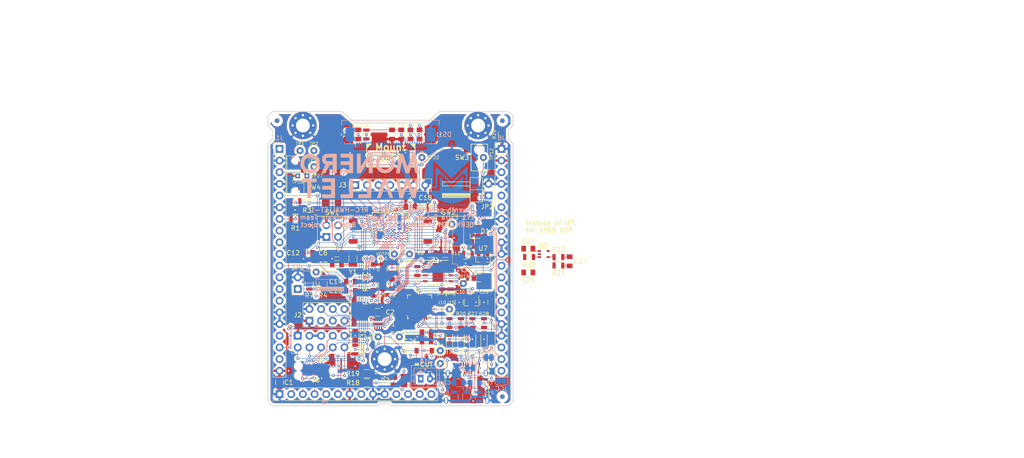
<source format=kicad_pcb>
(kicad_pcb (version 20171130) (host pcbnew 5.0.0+dfsg1-2)
  (title_block (title "Breakneck Hardware Wallet") (date 2018-01-10) (rev 0.9.2) (company "The ByteRub Project, Hardware Team") (comment 1 "Copyright © 2019, The ByteRub Project") (comment 2 "Fulfilling the developer edition role") (comment 3 "Pending quality assurance testing") (comment 4 "Warning, untested prototype!"))
  (layers (0 F.Cu signal) (31 B.Cu signal) (34 B.Paste user) (35 F.Paste user) (36 B.SilkS user) (37 F.SilkS user) (38 B.Mask user) (39 F.Mask user) (44 Edge.Cuts user))
  (net 0 "")
  (net 1 GND)
  (net 2 "Net-(C4-Pad2)")
  (net 3 +3V3)
  (net 4 "Net-(D4-Pad2)")
  (net 5 "Net-(DS1-Pad7)")
  (net 6 /OLED_~CS~)
  (net 7 /OLED_~RES~)
  (net 8 /OLED_DC)
  (net 9 "Net-(DS1-Pad16)")
  (net 10 "Net-(DS1-Pad17)")
  (net 11 /OLED_D0)
  (net 12 "Net-(DS1-Pad20)")
  (net 13 "Net-(DS1-Pad21)")
  (net 14 "Net-(DS1-Pad22)")
  (net 15 "Net-(DS1-Pad23)")
  (net 16 "Net-(DS1-Pad24)")
  (net 17 "Net-(DS1-Pad25)")
  (net 18 "Net-(DS1-Pad26)")
  (net 19 "Net-(DS1-Pad28)")
  (net 20 "Net-(FID1-Pad~)")
  (net 21 "Net-(FID2-Pad~)")
  (net 22 "Net-(FID3-Pad~)")
  (net 23 "Net-(FID4-Pad~)")
  (net 24 /BLOAD)
  (net 25 /JTAG_TRST)
  (net 26 /JTAG_TDI)
  (net 27 /JTAG_TDO)
  (net 28 /JTAG_TMS)
  (net 29 /JTAG_TCK)
  (net 30 /RESET)
  (net 31 /USB_N)
  (net 32 /USB_P)
  (net 33 /OLED_D1)
  (net 34 "Net-(BT1-Pad1)")
  (net 35 /SHUNTH)
  (net 36 "Net-(C4-Pad1)")
  (net 37 "Net-(C5-Pad2)")
  (net 38 "Net-(C5-Pad1)")
  (net 39 /CLK_IN)
  (net 40 /CLK_OUT)
  (net 41 "Net-(C12-Pad1)")
  (net 42 "Net-(C13-Pad1)")
  (net 43 "Net-(C14-Pad2)")
  (net 44 "Net-(C14-Pad1)")
  (net 45 +5V)
  (net 46 "Net-(C23-Pad1)")
  (net 47 /VIN_OTP)
  (net 48 +1V5)
  (net 49 "Net-(C30-Pad1)")
  (net 50 "Net-(D3-Pad2)")
  (net 51 "Net-(D3-Pad1)")
  (net 52 "Net-(D4-Pad1)")
  (net 53 "Net-(D5-Pad2)")
  (net 54 "Net-(FID5-Pad~)")
  (net 55 "Net-(FID6-Pad~)")
  (net 56 /IO_SPARE1)
  (net 57 /CLK_FB)
  (net 58 /BRIDGE_TX)
  (net 59 /BRIDGE_RX)
  (net 60 "Net-(J1-Pad9)")
  (net 61 /TRIGGER)
  (net 62 /SDCARD_SCK)
  (net 63 /SDCARD_MISO)
  (net 64 /SDCARD_MOSI)
  (net 65 "Net-(J1-Pad17)")
  (net 66 /FLASH_CS)
  (net 67 /IO_SPARE2)
  (net 68 /FLASH_SCK)
  (net 69 /FLASH_SIO1)
  (net 70 /FLASH_SIO0)
  (net 71 "Net-(J2-Pad7)")
  (net 72 "Net-(J2-Pad8)")
  (net 73 "Net-(J4-PadA5)")
  (net 74 "Net-(J4-PadB5)")
  (net 75 "Net-(J5-Pad12)")
  (net 76 "Net-(J5-Pad13)")
  (net 77 "Net-(J5-Pad14)")
  (net 78 /CWLED3)
  (net 79 /PWMLED1)
  (net 80 /PWMLED0)
  (net 81 "Net-(J6-Pad15)")
  (net 82 "Net-(J6-Pad14)")
  (net 83 "Net-(J6-Pad13)")
  (net 84 "Net-(J6-Pad12)")
  (net 85 "Net-(J6-Pad11)")
  (net 86 "Net-(J6-Pad8)")
  (net 87 "Net-(J6-Pad6)")
  (net 88 "Net-(J6-Pad5)")
  (net 89 /BBUS_TX)
  (net 90 /BBUS_RX)
  (net 91 /SDCARD_CS)
  (net 92 "Net-(JP1-Pad1)")
  (net 93 /BOOT)
  (net 94 "Net-(R1-Pad1)")
  (net 95 "Net-(R5-Pad1)")
  (net 96 "Net-(R6-Pad1)")
  (net 97 /FLASH_SIO2)
  (net 98 /FLASH_SIO3)
  (net 99 "Net-(R18-Pad2)")
  (net 100 "Net-(R25-Pad2)")
  (net 101 "Net-(SW1-Pad2)")
  (net 102 "Net-(SW2-Pad2)")
  (net 103 "Net-(TP6-Pad1)")
  (net 104 "Net-(U1-Pad1)")
  (net 105 "Net-(U1-Pad2)")
  (net 106 "Net-(U1-Pad3)")
  (net 107 "Net-(U1-Pad7)")
  (net 108 "Net-(U3-PadA1)")
  (net 109 "Net-(U3-PadA5)")
  (net 110 "Net-(U3-PadA6)")
  (net 111 "Net-(U3-PadA8)")
  (net 112 /SAO_SDA)
  (net 113 "Net-(U3-PadB1)")
  (net 114 "Net-(U3-PadB5)")
  (net 115 /SAO_SCL)
  (net 116 "Net-(U3-PadB8)")
  (net 117 "Net-(U3-PadC5)")
  (net 118 /BRIDGE_CTS)
  (net 119 /BRIDGE_RTS)
  (net 120 "Net-(U3-PadE2)")
  (net 121 "Net-(U3-PadE7)")
  (net 122 "Net-(U3-PadF2)")
  (net 123 "Net-(U3-PadF3)")
  (net 124 "Net-(U3-PadG1)")
  (net 125 "Net-(U3-PadG2)")
  (net 126 "Net-(U3-PadG7)")
  (net 127 "Net-(U3-PadG9)")
  (net 128 "Net-(U3-PadG10)")
  (net 129 "Net-(U3-PadH1)")
  (net 130 "Net-(U3-PadH2)")
  (net 131 "Net-(U3-PadH6)")
  (net 132 "Net-(U3-PadH9)")
  (net 133 "Net-(U3-PadH10)")
  (net 134 "Net-(U3-PadJ6)")
  (net 135 "Net-(U3-PadJ9)")
  (net 136 "Net-(U3-PadJ10)")
  (net 137 "Net-(U3-PadK8)")
  (net 138 "Net-(U3-PadK9)")
  (net 139 "Net-(U3-PadK10)")
  (net 140 "Net-(U4-Pad1)")
  (net 141 "Net-(U4-Pad2)")
  (net 142 "Net-(U4-Pad11)")
  (net 143 "Net-(U4-Pad12)")
  (net 144 "Net-(U4-Pad13)")
  (net 145 "Net-(U4-Pad14)")
  (net 146 "Net-(U4-Pad15)")
  (net 147 "Net-(U4-Pad16)")
  (net 148 "Net-(U4-Pad17)")
  (net 149 "Net-(U4-Pad20)")
  (net 150 "Net-(U4-Pad21)")
  (net 151 "Net-(U4-Pad22)")
  (net 152 "Net-(U4-Pad27)")
  (net 153 "Net-(U4-Pad28)")
  (net 154 "Net-(D6-Pad2)")
  (net 155 "Net-(D7-Pad2)")
  (net 156 "Net-(J4-PadB7)")
  (net 157 "Net-(J4-PadB6)")
  (net 158 "Net-(JP5-Pad2)")
  (net 159 "Net-(J16-Pad1)")
  (net 160 "Net-(SW4-Pad1)")
  (net 161 "Net-(R29-Pad2)")
  (net 162 "Net-(U3-PadJ8)")
  (net 163 "Net-(R22-Pad2)")
  (net 164 "Net-(R23-Pad2)")
  (module ByteRub_Local:R_0805 (layer B.Cu) (at 146 126 270)
    (fp_text reference R15 (at -0.75 -2.125) (layer B.SilkS) (effects (font (size 0.75 0.75) (thickness 0.1)) (justify mirror)))
    (fp_text value 1.5K)
    (pad 2 smd rect (at 0.95 0 270) (size 0.7 1.3) (layers B.Cu B.Paste B.Mask) (net 3 +3V3))
    (pad 1 smd rect (at -0.95 0 270) (size 0.7 1.3) (layers B.Cu B.Paste B.Mask) (net 32 /USB_P))
  )
  (module ByteRub_Local:USBC_Rcpt_Min_12401610E4-2A (layer F.Cu) (at 143.25 124)
    (fp_text reference J4 (at 0 -6.36) (layer F.SilkS))
    (fp_text value USB_C_Rcpt_Min)
    (pad B12 smd rect (at -3 -3.32) (size 0.3 0.7) (layers F.Cu F.Paste F.Mask) (net 1 GND))
    (pad B9 smd rect (at -1.5 -3.32) (size 0.3 0.7) (layers F.Cu F.Paste F.Mask) (net 45 +5V))
    (pad B7 smd rect (at -0.5 -3.32) (size 0.3 0.7) (layers F.Cu F.Paste F.Mask) (net 156 "Net-(J4-PadB7)"))
    (pad B6 smd rect (at 0 -3.32) (size 0.3 0.7) (layers F.Cu F.Paste F.Mask) (net 157 "Net-(J4-PadB6)"))
    (pad B5 smd rect (at 0.5 -3.32) (size 0.3 0.7) (layers F.Cu F.Paste F.Mask) (net 74 "Net-(J4-PadB5)"))
    (pad B4 smd rect (at 1 -3.32) (size 0.3 0.7) (layers F.Cu F.Paste F.Mask) (net 45 +5V))
    (pad "" np_thru_hole circle (at -3.6 -4.36) (size 0.65 0.65) (drill 0.65) (layers *.Cu *.Mask))
    (pad "" np_thru_hole oval (at 3.6 -4.36) (size 0.95 0.65) (drill oval 0.95 0.65) (layers *.Cu *.Mask))
    (pad S1 thru_hole oval (at -4.49 2.84) (size 0.8 1.4) (drill oval 0.5 1.1) (layers *.Cu *.Mask) (net 1 GND))
    (pad S1 thru_hole oval (at 4.49 2.84) (size 0.8 1.4) (drill oval 0.5 1.1) (layers *.Cu *.Mask) (net 1 GND))
    (pad S1 thru_hole oval (at 4.13 -3.11) (size 0.8 1.4) (drill oval 0.5 1.1) (layers *.Cu *.Mask) (net 1 GND))
    (pad B1 smd rect (at 2.5 -3.32) (size 0.3 0.7) (layers F.Cu F.Paste F.Mask) (net 1 GND))
    (pad A9 smd rect (at 1.25 -5.02) (size 0.3 0.7) (layers F.Cu F.Paste F.Mask) (net 45 +5V))
    (pad A12 smd rect (at 2.75 -5.02) (size 0.3 0.7) (layers F.Cu F.Paste F.Mask) (net 1 GND))
    (pad A7 smd rect (at 0.25 -5.02) (size 0.3 0.7) (layers F.Cu F.Paste F.Mask) (net 31 /USB_N))
    (pad A6 smd rect (at -0.25 -5.02) (size 0.3 0.7) (layers F.Cu F.Paste F.Mask) (net 32 /USB_P))
    (pad A5 smd rect (at -0.75 -5.02) (size 0.3 0.7) (layers F.Cu F.Paste F.Mask) (net 73 "Net-(J4-PadA5)"))
    (pad A4 smd rect (at -1.25 -5.02) (size 0.3 0.7) (layers F.Cu F.Paste F.Mask) (net 45 +5V))
    (pad A1 smd rect (at -2.75 -5.02) (size 0.3 0.7) (layers F.Cu F.Paste F.Mask) (net 1 GND))
    (pad S1 thru_hole oval (at -4.13 -3.11) (size 0.8 1.4) (drill oval 0.5 1.1) (layers *.Cu *.Mask) (net 1 GND))
  )
  (module ByteRub_Local:Fiducial_1mm_Dia_2.54mm_Outer_CopperTop (layer B.Cu) (at 151 126)
    (fp_text reference FID6 hide)
    (fp_text value Fiducial-PCB)
    (pad ~ smd circle (at 0 0) (size 1 1) (layers B.Cu B.Mask) (net 55 "Net-(FID6-Pad~)") (clearance 0.77))
  )
  (module ByteRub_Local:Fiducial_1mm_Dia_2.54mm_Outer_CopperTop (layer B.Cu) (at 151 66)
    (fp_text reference FID4 hide)
    (fp_text value Fiducial-PCB)
    (pad ~ smd circle (at 0 0) (size 1 1) (layers B.Cu B.Mask) (net 23 "Net-(FID4-Pad~)") (clearance 0.77))
  )
  (module ByteRub_Local:Fiducial_1mm_Dia_2.54mm_Outer_CopperTop (layer B.Cu) (at 102 66)
    (fp_text reference FID2 hide)
    (fp_text value Fiducial-PCB)
    (pad ~ smd circle (at 0 0) (size 1 1) (layers B.Cu B.Mask) (net 21 "Net-(FID2-Pad~)") (clearance 0.77))
  )
  (module ByteRub_Local:TestPoint_THTPad_D1.5mm_Drill0.7mm (layer F.Cu) (at 130.8 95)
    (fp_text reference TP10 (at 0 1.7) (layer F.SilkS) (effects (font (size 0.7 0.7) (thickness 0.1))))
    (fp_text value TSED)
    (pad 1 np_thru_hole circle (at 0 0) (size 1.5 1.5) (drill 0.7) (layers *.Cu *.Mask) (net 95 "Net-(R5-Pad1)"))
  )
  (module ByteRub_Local:R_0805 (layer F.Cu) (at 139.75 103.55 270)
    (fp_text reference J15 (at 2 0) (layer F.SilkS) (effects (font (size 0.7 0.7) (thickness 0.1))))
    (fp_text value GS2)
    (pad 2 smd rect (at 0.95 0 270) (size 0.7 1.3) (layers F.Cu F.Mask) (net 49 "Net-(C30-Pad1)"))
    (pad 1 smd rect (at -0.95 0 270) (size 0.7 1.3) (layers F.Cu F.Mask) (net 3 +3V3))
  )
  (module ByteRub_Local:R_0805 (layer F.Cu) (at 125 101.77 270)
    (fp_text reference R5 (at 2.25 0) (layer F.SilkS) (effects (font (size 0.7 0.7) (thickness 0.1))))
    (fp_text value 3.9K)
    (pad 1 smd rect (at -0.95 0 270) (size 0.7 1.3) (layers F.Cu F.Paste F.Mask) (net 95 "Net-(R5-Pad1)"))
    (pad 2 smd rect (at 0.95 0 270) (size 0.7 1.3) (layers F.Cu F.Paste F.Mask) (net 3 +3V3))
  )
  (module ByteRub_Local:R_0805 (layer F.Cu) (at 137.85 103.55 270)
    (fp_text reference J10 (at 2 0) (layer F.SilkS) (effects (font (size 0.7 0.7) (thickness 0.1))))
    (fp_text value GS2)
    (pad 2 smd rect (at 0.95 0 270) (size 0.7 1.3) (layers F.Cu F.Mask) (net 46 "Net-(C23-Pad1)"))
    (pad 1 smd rect (at -0.95 0 270) (size 0.7 1.3) (layers F.Cu F.Mask) (net 3 +3V3))
  )
  (module ByteRub_Local:R_0805 (layer F.Cu) (at 143.5 95)
    (fp_text reference OTP (at 0 -1.5) (layer F.SilkS) (effects (font (size 0.7 0.7) (thickness 0.1))))
    (fp_text value 150)
    (pad 2 smd rect (at 0.95 0) (size 0.7 1.3) (layers F.Cu F.Mask) (net 48 +1V5))
    (pad 1 smd rect (at -0.95 0) (size 0.7 1.3) (layers F.Cu F.Mask) (net 47 /VIN_OTP))
  )
  (module ByteRub_Local:Eastrising_ER-CON30HT-1_01x30_P0.50mm (layer B.Cu) (at 126.67 70.5)
    (fp_text reference DS1 (at 11.83 -1.5) (layer B.SilkS) (effects (justify mirror)))
    (fp_text value ER-CON30)
    (pad 1 smd rect (at 7.25 0.825) (size 0.3 1.25) (layers B.Cu B.Paste B.Mask) (net 1 GND))
    (pad 2 smd rect (at 6.75 0.825) (size 0.3 1.25) (layers B.Cu B.Paste B.Mask) (net 36 "Net-(C4-Pad1)"))
    (pad 3 smd rect (at 6.25 0.825) (size 0.3 1.25) (layers B.Cu B.Paste B.Mask) (net 2 "Net-(C4-Pad2)"))
    (pad 4 smd rect (at 5.75 0.825) (size 0.3 1.25) (layers B.Cu B.Paste B.Mask) (net 38 "Net-(C5-Pad1)"))
    (pad 5 smd rect (at 5.25 0.825) (size 0.3 1.25) (layers B.Cu B.Paste B.Mask) (net 37 "Net-(C5-Pad2)"))
    (pad 6 smd rect (at 4.75 0.825) (size 0.3 1.25) (layers B.Cu B.Paste B.Mask) (net 3 +3V3))
    (pad 7 smd rect (at 4.25 0.825) (size 0.3 1.25) (layers B.Cu B.Paste B.Mask) (net 5 "Net-(DS1-Pad7)"))
    (pad 8 smd rect (at 3.75 0.825) (size 0.3 1.25) (layers B.Cu B.Paste B.Mask) (net 1 GND))
    (pad 9 smd rect (at 3.25 0.825) (size 0.3 1.25) (layers B.Cu B.Paste B.Mask) (net 3 +3V3))
    (pad 10 smd rect (at 2.75 0.825) (size 0.3 1.25) (layers B.Cu B.Paste B.Mask) (net 1 GND))
    (pad 11 smd rect (at 2.25 0.825) (size 0.3 1.25) (layers B.Cu B.Paste B.Mask) (net 1 GND))
    (pad 12 smd rect (at 1.75 0.825) (size 0.3 1.25) (layers B.Cu B.Paste B.Mask) (net 1 GND))
    (pad 13 smd rect (at 1.25 0.825) (size 0.3 1.25) (layers B.Cu B.Paste B.Mask) (net 6 /OLED_~CS~))
    (pad 14 smd rect (at 0.75 0.825) (size 0.3 1.25) (layers B.Cu B.Paste B.Mask) (net 7 /OLED_~RES~))
    (pad 15 smd rect (at 0.25 0.825) (size 0.3 1.25) (layers B.Cu B.Paste B.Mask) (net 8 /OLED_DC))
    (pad 16 smd rect (at -0.25 0.825) (size 0.3 1.25) (layers B.Cu B.Paste B.Mask) (net 9 "Net-(DS1-Pad16)"))
    (pad 17 smd rect (at -0.75 0.825) (size 0.3 1.25) (layers B.Cu B.Paste B.Mask) (net 10 "Net-(DS1-Pad17)"))
    (pad 18 smd rect (at -1.25 0.825) (size 0.3 1.25) (layers B.Cu B.Paste B.Mask) (net 11 /OLED_D0))
    (pad 19 smd rect (at -1.75 0.825) (size 0.3 1.25) (layers B.Cu B.Paste B.Mask) (net 33 /OLED_D1))
    (pad 20 smd rect (at -2.25 0.825) (size 0.3 1.25) (layers B.Cu B.Paste B.Mask) (net 12 "Net-(DS1-Pad20)"))
    (pad 21 smd rect (at -2.75 0.825) (size 0.3 1.25) (layers B.Cu B.Paste B.Mask) (net 13 "Net-(DS1-Pad21)"))
    (pad 22 smd rect (at -3.25 0.825) (size 0.3 1.25) (layers B.Cu B.Paste B.Mask) (net 14 "Net-(DS1-Pad22)"))
    (pad 23 smd rect (at -3.75 0.825) (size 0.3 1.25) (layers B.Cu B.Paste B.Mask) (net 15 "Net-(DS1-Pad23)"))
    (pad 24 smd rect (at -4.25 0.825) (size 0.3 1.25) (layers B.Cu B.Paste B.Mask) (net 16 "Net-(DS1-Pad24)"))
    (pad 25 smd rect (at -4.75 0.825) (size 0.3 1.25) (layers B.Cu B.Paste B.Mask) (net 17 "Net-(DS1-Pad25)"))
    (pad 26 smd rect (at -5.25 0.825) (size 0.3 1.25) (layers B.Cu B.Paste B.Mask) (net 18 "Net-(DS1-Pad26)"))
    (pad 27 smd rect (at -5.75 0.825) (size 0.3 1.25) (layers B.Cu B.Paste B.Mask) (net 42 "Net-(C13-Pad1)"))
    (pad 28 smd rect (at -6.25 0.825) (size 0.3 1.25) (layers B.Cu B.Paste B.Mask) (net 19 "Net-(DS1-Pad28)"))
    (pad 29 smd rect (at -6.75 0.825) (size 0.3 1.25) (layers B.Cu B.Paste B.Mask) (net 1 GND))
    (pad 30 smd rect (at -7.25 0.825) (size 0.3 1.25) (layers B.Cu B.Paste B.Mask) (net 1 GND))
    (pad 1 smd rect (at -8.79 -1.5) (size 2 3) (layers B.Cu B.Paste B.Mask) (net 1 GND))
    (pad 1 smd rect (at 8.79 -1.5) (size 2 3) (layers B.Cu B.Paste B.Mask) (net 1 GND))
  )
  (module ByteRub_Local:PinSocket_2x05_P2.54mm_Vertical (layer F.Cu) (at 106.5 112.76 90)
    (fp_text reference J12 (at -5 5 180) (layer F.SilkS))
    (fp_text value CONN_JTAG_6P)
    (pad 10 thru_hole oval (at -2.54 10.16 90) (size 1.7 1.7) (drill 1) (layers *.Cu *.Mask) (net 30 /RESET))
    (pad 9 thru_hole oval (at 0 10.16 90) (size 1.7 1.7) (drill 1) (layers *.Cu *.Mask) (net 1 GND))
    (pad 8 thru_hole oval (at -2.54 7.62 90) (size 1.7 1.7) (drill 1) (layers *.Cu *.Mask) (net 26 /JTAG_TDI))
    (pad 7 thru_hole oval (at 0 7.62 90) (size 1.7 1.7) (drill 1) (layers *.Cu *.Mask) (net 25 /JTAG_TRST))
    (pad 6 thru_hole oval (at -2.54 5.08 90) (size 1.7 1.7) (drill 1) (layers *.Cu *.Mask) (net 27 /JTAG_TDO))
    (pad 5 thru_hole oval (at 0 5.08 90) (size 1.7 1.7) (drill 1) (layers *.Cu *.Mask) (net 1 GND))
    (pad 4 thru_hole oval (at -2.54 2.54 90) (size 1.7 1.7) (drill 1) (layers *.Cu *.Mask) (net 29 /JTAG_TCK))
    (pad 3 thru_hole oval (at 0 2.54 90) (size 1.7 1.7) (drill 1) (layers *.Cu *.Mask) (net 1 GND))
    (pad 2 thru_hole oval (at -2.54 0 90) (size 1.7 1.7) (drill 1) (layers *.Cu *.Mask) (net 28 /JTAG_TMS))
    (pad 1 thru_hole rect (at 0 0 90) (size 1.7 1.7) (drill 1) (layers *.Cu *.Mask) (net 3 +3V3))
  )
  (module ByteRub_Local:Keystone_3000_1x12mm-CoinCell (layer B.Cu) (at 147 93 270)
    (fp_text reference BT1 (at 0 8 270) (layer B.SilkS) (effects (justify mirror)))
    (fp_text value Battery_Cell)
    (pad 2 smd rect (at 0 0 270) (size 4 4) (layers B.Cu B.Mask) (net 1 GND))
    (pad 1 smd rect (at 7.9 0 270) (size 3.5 3.3) (layers B.Cu B.Paste B.Mask) (net 34 "Net-(BT1-Pad1)"))
    (pad 1 smd rect (at -7.9 0 270) (size 3.5 3.3) (layers B.Cu B.Paste B.Mask) (net 34 "Net-(BT1-Pad1)"))
  )
  (module ByteRub_Local:C_0805 (layer F.Cu) (at 102.54 122.92 90)
    (fp_text reference C1 (at 0 2 180) (layer F.SilkS))
    (fp_text value 100nF)
    (pad 1 smd rect (at -1 0 90) (size 1 1.25) (layers F.Cu F.Paste F.Mask) (net 1 GND))
    (pad 2 smd rect (at 1 0 90) (size 1 1.25) (layers F.Cu F.Paste F.Mask) (net 3 +3V3))
  )
  (module ByteRub_Local:C_0805 (layer F.Cu) (at 123.85 107.65)
    (fp_text reference C2 (at 2.75 0 180) (layer F.SilkS))
    (fp_text value 100nF)
    (pad 1 smd rect (at -1 0) (size 1 1.25) (layers F.Cu F.Paste F.Mask) (net 3 +3V3))
    (pad 2 smd rect (at 1 0) (size 1 1.25) (layers F.Cu F.Paste F.Mask) (net 1 GND))
  )
  (module ByteRub_Local:C_0805 (layer F.Cu) (at 127 101.5 270)
    (fp_text reference C3 (at 2.5 0) (layer F.SilkS) (effects (font (size 0.7 0.7) (thickness 0.1))))
    (fp_text value 470nF)
    (pad 2 smd rect (at 1 0 270) (size 1 1.25) (layers F.Cu F.Paste F.Mask) (net 1 GND))
    (pad 1 smd rect (at -1 0 270) (size 1 1.25) (layers F.Cu F.Paste F.Mask) (net 35 /SHUNTH))
  )
  (module ByteRub_Local:C_0805 (layer F.Cu) (at 133 69 270)
    (fp_text reference C4 (at -2 0) (layer F.SilkS) (effects (font (size 0.75 0.75) (thickness 0.1))))
    (fp_text value 1uF)
    (pad 2 smd rect (at 1 0 270) (size 1 1.25) (layers F.Cu F.Paste F.Mask) (net 2 "Net-(C4-Pad2)"))
    (pad 1 smd rect (at -1 0 270) (size 1 1.25) (layers F.Cu F.Paste F.Mask) (net 36 "Net-(C4-Pad1)"))
  )
  (module ByteRub_Local:C_0805 (layer F.Cu) (at 131 69 270)
    (fp_text reference C5 (at -2 0) (layer F.SilkS) (effects (font (size 0.75 0.75) (thickness 0.1))))
    (fp_text value 1uF)
    (pad 1 smd rect (at -1 0 270) (size 1 1.25) (layers F.Cu F.Paste F.Mask) (net 38 "Net-(C5-Pad1)"))
    (pad 2 smd rect (at 1 0 270) (size 1 1.25) (layers F.Cu F.Paste F.Mask) (net 37 "Net-(C5-Pad2)"))
  )
  (module ByteRub_Local:C_0805 (layer F.Cu) (at 115 94.75)
    (fp_text reference C6 (at -3 0 180) (layer F.SilkS))
    (fp_text value 15pF)
    (pad 1 smd rect (at -1 0) (size 1 1.25) (layers F.Cu F.Paste F.Mask) (net 1 GND))
    (pad 2 smd rect (at 1 0) (size 1 1.25) (layers F.Cu F.Paste F.Mask) (net 39 /CLK_IN))
  )
  (module ByteRub_Local:C_0805 (layer F.Cu) (at 115 97.25 180)
    (fp_text reference C7 (at 3 0 180) (layer F.SilkS))
    (fp_text value 15pF)
    (pad 2 smd rect (at 1 0 180) (size 1 1.25) (layers F.Cu F.Paste F.Mask) (net 1 GND))
    (pad 1 smd rect (at -1 0 180) (size 1 1.25) (layers F.Cu F.Paste F.Mask) (net 40 /CLK_OUT))
  )
  (module ByteRub_Local:C_0805 (layer F.Cu) (at 129 69 90)
    (fp_text reference C8 (at 2 0 180) (layer F.SilkS) (effects (font (size 0.75 0.75) (thickness 0.1))))
    (fp_text value 100nF)
    (pad 2 smd rect (at 1 0 90) (size 1 1.25) (layers F.Cu F.Paste F.Mask) (net 1 GND))
    (pad 1 smd rect (at -1 0 90) (size 1 1.25) (layers F.Cu F.Paste F.Mask) (net 3 +3V3))
  )
  (module ByteRub_Local:C_0805 (layer F.Cu) (at 127 69 90)
    (fp_text reference C9 (at 2 0 180) (layer F.SilkS) (effects (font (size 0.75 0.75) (thickness 0.1))))
    (fp_text value 1uF)
    (pad 2 smd rect (at 1 0 90) (size 1 1.25) (layers F.Cu F.Paste F.Mask) (net 1 GND))
    (pad 1 smd rect (at -1 0 90) (size 1 1.25) (layers F.Cu F.Paste F.Mask) (net 3 +3V3))
  )
  (module ByteRub_Local:C_0805 (layer F.Cu) (at 125 98.25 270)
    (fp_text reference C10 (at -2.25 0) (layer F.SilkS) (effects (font (size 0.7 0.7) (thickness 0.1))))
    (fp_text value 1uF)
    (pad 2 smd rect (at 1 0 270) (size 1 1.25) (layers F.Cu F.Paste F.Mask) (net 1 GND))
    (pad 1 smd rect (at -1 0 270) (size 1 1.25) (layers F.Cu F.Paste F.Mask) (net 3 +3V3))
  )
  (module ByteRub_Local:C_0805 (layer F.Cu) (at 123 98.25 270)
    (fp_text reference C11 (at 0 1.75 270) (layer F.SilkS))
    (fp_text value 100nF)
    (pad 1 smd rect (at -1 0 270) (size 1 1.25) (layers F.Cu F.Paste F.Mask) (net 3 +3V3))
    (pad 2 smd rect (at 1 0 270) (size 1 1.25) (layers F.Cu F.Paste F.Mask) (net 1 GND))
  )
  (module ByteRub_Local:C_0805 (layer F.Cu) (at 108.75 94.75 180)
    (fp_text reference C12 (at 3.25 0 180) (layer F.SilkS))
    (fp_text value 1uF)
    (pad 1 smd rect (at -1 0 180) (size 1 1.25) (layers F.Cu F.Paste F.Mask) (net 41 "Net-(C12-Pad1)"))
    (pad 2 smd rect (at 1 0 180) (size 1 1.25) (layers F.Cu F.Paste F.Mask) (net 1 GND))
  )
  (module ByteRub_Local:C_0805 (layer F.Cu) (at 119.61824 69 90)
    (fp_text reference C13 (at 2 -0.25 180) (layer F.SilkS) (effects (font (size 0.75 0.75) (thickness 0.1))))
    (fp_text value 2.2uF)
    (pad 1 smd rect (at -1 0 90) (size 1 1.25) (layers F.Cu F.Paste F.Mask) (net 42 "Net-(C13-Pad1)"))
    (pad 2 smd rect (at 1 0 90) (size 1 1.25) (layers F.Cu F.Paste F.Mask) (net 1 GND))
  )
  (module ByteRub_Local:C_0805 (layer F.Cu) (at 118 101 180)
    (fp_text reference C14 (at 3.25 0 180) (layer F.SilkS))
    (fp_text value 470nF)
    (pad 1 smd rect (at -1 0 180) (size 1 1.25) (layers F.Cu F.Paste F.Mask) (net 44 "Net-(C14-Pad1)"))
    (pad 2 smd rect (at 1 0 180) (size 1 1.25) (layers F.Cu F.Paste F.Mask) (net 43 "Net-(C14-Pad2)"))
  )
  (module ByteRub_Local:C_0805 (layer F.Cu) (at 118 103 180)
    (fp_text reference C15 (at 3.25 0 180) (layer F.SilkS))
    (fp_text value 100nF)
    (pad 1 smd rect (at -1 0 180) (size 1 1.25) (layers F.Cu F.Paste F.Mask) (net 3 +3V3))
    (pad 2 smd rect (at 1 0 180) (size 1 1.25) (layers F.Cu F.Paste F.Mask) (net 43 "Net-(C14-Pad2)"))
  )
  (module ByteRub_Local:C_0805 (layer F.Cu) (at 131 82.75 180)
    (fp_text reference C18 (at -3.25 0 180) (layer F.SilkS))
    (fp_text value 1uF)
    (pad 2 smd rect (at 1 0 180) (size 1 1.25) (layers F.Cu F.Paste F.Mask) (net 3 +3V3))
    (pad 1 smd rect (at -1 0 180) (size 1 1.25) (layers F.Cu F.Paste F.Mask) (net 1 GND))
  )
  (module ByteRub_Local:C_0805 (layer F.Cu) (at 131 84.75 180)
    (fp_text reference C19 (at -3.25 0 180) (layer F.SilkS))
    (fp_text value 100nF)
    (pad 2 smd rect (at 1 0 180) (size 1 1.25) (layers F.Cu F.Paste F.Mask) (net 3 +3V3))
    (pad 1 smd rect (at -1 0 180) (size 1 1.25) (layers F.Cu F.Paste F.Mask) (net 1 GND))
  )
  (module ByteRub_Local:C_0805 (layer B.Cu) (at 141.5 123 180)
    (fp_text reference C21 (at 2.75 0 180) (layer B.SilkS) (effects (font (size 0.75 0.75) (thickness 0.1)) (justify mirror)))
    (fp_text value 100nF)
    (pad 2 smd rect (at 1 0 180) (size 1 1.25) (layers B.Cu B.Paste B.Mask) (net 1 GND))
    (pad 1 smd rect (at -1 0 180) (size 1 1.25) (layers B.Cu B.Paste B.Mask) (net 45 +5V))
  )
  (module ByteRub_Local:C_0805 (layer B.Cu) (at 145 123)
    (fp_text reference C22 (at 2.75 0) (layer B.SilkS) (effects (font (size 0.75 0.75) (thickness 0.1)) (justify mirror)))
    (fp_text value 100nF)
    (pad 1 smd rect (at -1 0) (size 1 1.25) (layers B.Cu B.Paste B.Mask) (net 45 +5V))
    (pad 2 smd rect (at 1 0) (size 1 1.25) (layers B.Cu B.Paste B.Mask) (net 1 GND))
  )
  (module ByteRub_Local:C_0805 (layer F.Cu) (at 134.5 112 180)
    (fp_text reference C23 (at 3.5 0 180) (layer F.SilkS))
    (fp_text value 100nF)
    (pad 2 smd rect (at 1 0 180) (size 1 1.25) (layers F.Cu F.Paste F.Mask) (net 1 GND))
    (pad 1 smd rect (at -1 0 180) (size 1 1.25) (layers F.Cu F.Paste F.Mask) (net 46 "Net-(C23-Pad1)"))
  )
  (module ByteRub_Local:C_0805 (layer F.Cu) (at 134.5 114 180)
    (fp_text reference C26 (at 3.5 0 180) (layer F.SilkS))
    (fp_text value 100nF)
    (pad 1 smd rect (at -1 0 180) (size 1 1.25) (layers F.Cu F.Paste F.Mask) (net 46 "Net-(C23-Pad1)"))
    (pad 2 smd rect (at 1 0 180) (size 1 1.25) (layers F.Cu F.Paste F.Mask) (net 1 GND))
  )
  (module ByteRub_Local:C_0805 (layer F.Cu) (at 147 105.5 90)
    (fp_text reference C28 (at 2.25 0 180) (layer F.SilkS) (effects (font (size 0.7 0.7) (thickness 0.1))))
    (fp_text value 1uF)
    (pad 2 smd rect (at 1 0 90) (size 1 1.25) (layers F.Cu F.Paste F.Mask) (net 1 GND))
    (pad 1 smd rect (at -1 0 90) (size 1 1.25) (layers F.Cu F.Paste F.Mask) (net 45 +5V))
  )
  (module ByteRub_Local:C_0805 (layer F.Cu) (at 145.8 100.2 180)
    (fp_text reference C29 (at 0 1.35 180) (layer F.SilkS) (effects (font (size 0.7 0.7) (thickness 0.1))))
    (fp_text value 1uF)
    (pad 2 smd rect (at 1 0 180) (size 1 1.25) (layers F.Cu F.Paste F.Mask) (net 1 GND))
    (pad 1 smd rect (at -1 0 180) (size 1 1.25) (layers F.Cu F.Paste F.Mask) (net 45 +5V))
  )
  (module ByteRub_Local:C_0805 (layer F.Cu) (at 141.6 105.5 270)
    (fp_text reference C30 (at -2.25 -0.25) (layer F.SilkS) (effects (font (size 0.7 0.7) (thickness 0.1))))
    (fp_text value 1uF)
    (pad 1 smd rect (at -1 0 270) (size 1 1.25) (layers F.Cu F.Paste F.Mask) (net 49 "Net-(C30-Pad1)"))
    (pad 2 smd rect (at 1 0 270) (size 1 1.25) (layers F.Cu F.Paste F.Mask) (net 1 GND))
  )
  (module ByteRub_Local:C_0805 (layer F.Cu) (at 143 97 180)
    (fp_text reference C31 (at 0 -1.5 180) (layer F.SilkS) (effects (font (size 0.7 0.7) (thickness 0.1))))
    (fp_text value 1uF)
    (pad 1 smd rect (at -1 0 180) (size 1 1.25) (layers F.Cu F.Paste F.Mask) (net 48 +1V5))
    (pad 2 smd rect (at 1 0 180) (size 1 1.25) (layers F.Cu F.Paste F.Mask) (net 1 GND))
  )
  (module ByteRub_Local:C_0805 (layer F.Cu) (at 119 112.75 90)
    (fp_text reference C32 (at 0 1.75 90) (layer F.SilkS))
    (fp_text value 1uF)
    (pad 2 smd rect (at 1 0 90) (size 1 1.25) (layers F.Cu F.Paste F.Mask) (net 1 GND))
    (pad 1 smd rect (at -1 0 90) (size 1 1.25) (layers F.Cu F.Paste F.Mask) (net 25 /JTAG_TRST))
  )
  (module ByteRub_Local:SOT-23 (layer F.Cu) (at 144.75 90 180)
    (fp_text reference D1 (at -2.5 0) (layer F.SilkS))
    (fp_text value BAT54C)
    (pad 3 smd rect (at 1 0 180) (size 0.9 0.8) (layers F.Cu F.Paste F.Mask) (net 41 "Net-(C12-Pad1)"))
    (pad 2 smd rect (at -1 0.95 180) (size 0.9 0.8) (layers F.Cu F.Paste F.Mask) (net 34 "Net-(BT1-Pad1)"))
    (pad 1 smd rect (at -1 -0.95 180) (size 0.9 0.8) (layers F.Cu F.Paste F.Mask) (net 3 +3V3))
  )
  (module ByteRub_Local:SOT-143 (layer F.Cu) (at 128.5 122.5)
    (fp_text reference D2 (at -3 0) (layer F.SilkS))
    (fp_text value SP0503BAHTG)
    (pad 4 smd rect (at 1.1 -0.95 270) (size 1 1.4) (layers F.Cu F.Paste F.Mask) (net 45 +5V))
    (pad 3 smd rect (at 1.1 0.95 270) (size 1 1.4) (layers F.Cu F.Paste F.Mask) (net 32 /USB_P))
    (pad 2 smd rect (at -1.1 0.95 270) (size 1 1.4) (layers F.Cu F.Paste F.Mask) (net 31 /USB_N))
    (pad 1 smd rect (at -1.1 -0.77 270) (size 1.2 1.4) (layers F.Cu F.Paste F.Mask) (net 1 GND))
  )
  (module ByteRub_Local:LED_0805 (layer F.Cu) (at 142 113.5 90)
    (fp_text reference RX (at -2.75 0 180) (layer F.SilkS))
    (fp_text value LED)
    (pad 1 smd rect (at -1.1 0 270) (size 1.2 1.2) (layers F.Cu F.Paste F.Mask) (net 51 "Net-(D3-Pad1)"))
    (pad 2 smd rect (at 1.1 0 270) (size 1.2 1.2) (layers F.Cu F.Paste F.Mask) (net 50 "Net-(D3-Pad2)"))
  )
  (module ByteRub_Local:LED_0805 (layer F.Cu) (at 139.5 113.5 90)
    (fp_text reference TX (at -2.75 0 180) (layer F.SilkS))
    (fp_text value LED)
    (pad 2 smd rect (at 1.1 0 270) (size 1.2 1.2) (layers F.Cu F.Paste F.Mask) (net 4 "Net-(D4-Pad2)"))
    (pad 1 smd rect (at -1.1 0 270) (size 1.2 1.2) (layers F.Cu F.Paste F.Mask) (net 52 "Net-(D4-Pad1)"))
  )
  (module ByteRub_Local:D_SOD-123 (layer F.Cu) (at 134 116 180)
    (fp_text reference D5 (at 3.5 0) (layer F.SilkS))
    (fp_text value D_PMEG)
    (pad 2 smd rect (at 1.65 0 180) (size 0.9 1.2) (layers F.Cu F.Paste F.Mask) (net 53 "Net-(D5-Pad2)"))
    (pad 1 smd rect (at -1.65 0 180) (size 0.9 1.2) (layers F.Cu F.Paste F.Mask) (net 45 +5V))
  )
  (module ByteRub_Local:Fiducial_1mm_Dia_2.54mm_Outer_CopperTop (layer F.Cu) (at 102 66)
    (fp_text reference FID1 hide)
    (fp_text value Fiducial-PCB)
    (pad ~ smd circle (at 0 0) (size 1 1) (layers F.Cu F.Mask) (net 20 "Net-(FID1-Pad~)") (clearance 0.77))
  )
  (module ByteRub_Local:Fiducial_1mm_Dia_2.54mm_Outer_CopperTop (layer F.Cu) (at 151 66)
    (fp_text reference FID3 hide)
    (fp_text value Fiducial-PCB)
    (pad ~ smd circle (at 0 0) (size 1 1) (layers F.Cu F.Mask) (net 22 "Net-(FID3-Pad~)") (clearance 0.77))
  )
  (module ByteRub_Local:Pin_Header_Straight_1x20_Pitch2.54mm (layer F.Cu) (at 102.54 72.12)
    (fp_text reference J1 (at 0 -2.39) (layer B.SilkS) (effects (justify mirror)))
    (fp_text value CONN_WEST)
    (pad 20 thru_hole oval (at 0 48.26) (size 1.7 1.7) (drill 1) (layers *.Cu *.Mask) (net 3 +3V3))
    (pad 19 thru_hole oval (at 0 45.72) (size 1.7 1.7) (drill 1) (layers *.Cu *.Mask) (net 67 /IO_SPARE2))
    (pad 18 thru_hole oval (at 0 43.18) (size 1.7 1.7) (drill 1) (layers *.Cu *.Mask) (net 66 /FLASH_CS))
    (pad 17 thru_hole oval (at 0 40.64) (size 1.7 1.7) (drill 1) (layers *.Cu *.Mask) (net 65 "Net-(J1-Pad17)"))
    (pad 16 thru_hole oval (at 0 38.1) (size 1.7 1.7) (drill 1) (layers *.Cu *.Mask) (net 1 GND))
    (pad 15 thru_hole oval (at 0 35.56) (size 1.7 1.7) (drill 1) (layers *.Cu *.Mask) (net 1 GND))
    (pad 14 thru_hole oval (at 0 33.02) (size 1.7 1.7) (drill 1) (layers *.Cu *.Mask) (net 64 /SDCARD_MOSI))
    (pad 13 thru_hole oval (at 0 30.48) (size 1.7 1.7) (drill 1) (layers *.Cu *.Mask) (net 63 /SDCARD_MISO))
    (pad 12 thru_hole oval (at 0 27.94) (size 1.7 1.7) (drill 1) (layers *.Cu *.Mask) (net 62 /SDCARD_SCK))
    (pad 11 thru_hole oval (at 0 25.4) (size 1.7 1.7) (drill 1) (layers *.Cu *.Mask) (net 30 /RESET))
    (pad 10 thru_hole oval (at 0 22.86) (size 1.7 1.7) (drill 1) (layers *.Cu *.Mask) (net 61 /TRIGGER))
    (pad 9 thru_hole oval (at 0 20.32) (size 1.7 1.7) (drill 1) (layers *.Cu *.Mask) (net 60 "Net-(J1-Pad9)"))
    (pad 8 thru_hole oval (at 0 17.78) (size 1.7 1.7) (drill 1) (layers *.Cu *.Mask) (net 59 /BRIDGE_RX))
    (pad 7 thru_hole oval (at 0 15.24) (size 1.7 1.7) (drill 1) (layers *.Cu *.Mask) (net 58 /BRIDGE_TX))
    (pad 6 thru_hole oval (at 0 12.7) (size 1.7 1.7) (drill 1) (layers *.Cu *.Mask) (net 1 GND))
    (pad 5 thru_hole oval (at 0 10.16) (size 1.7 1.7) (drill 1) (layers *.Cu *.Mask) (net 57 /CLK_FB))
    (pad 4 thru_hole oval (at 0 7.62) (size 1.7 1.7) (drill 1) (layers *.Cu *.Mask) (net 1 GND))
    (pad 3 thru_hole oval (at 0 5.08) (size 1.7 1.7) (drill 1) (layers *.Cu *.Mask) (net 39 /CLK_IN))
    (pad 2 thru_hole oval (at 0 2.54) (size 1.7 1.7) (drill 1) (layers *.Cu *.Mask) (net 1 GND))
    (pad 1 thru_hole rect (at 0 0) (size 1.7 1.7) (drill 1) (layers *.Cu *.Mask) (net 56 /IO_SPARE1))
  )
  (module ByteRub_Local:Pin_Header_Straight_2x04_Pitch2.54mm (layer F.Cu) (at 109.04 109.5 90)
    (fp_text reference J2 (at 1.25 -2.54 180) (layer F.SilkS))
    (fp_text value CONN_DEDI)
    (pad 8 thru_hole oval (at 2.54 7.62 90) (size 1.7 1.7) (drill 1) (layers *.Cu *.Mask) (net 72 "Net-(J2-Pad8)"))
    (pad 7 thru_hole oval (at 0 7.62 90) (size 1.7 1.7) (drill 1) (layers *.Cu *.Mask) (net 71 "Net-(J2-Pad7)"))
    (pad 6 thru_hole oval (at 2.54 5.08 90) (size 1.7 1.7) (drill 1) (layers *.Cu *.Mask) (net 70 /FLASH_SIO0))
    (pad 5 thru_hole oval (at 0 5.08 90) (size 1.7 1.7) (drill 1) (layers *.Cu *.Mask) (net 69 /FLASH_SIO1))
    (pad 4 thru_hole oval (at 2.54 2.54 90) (size 1.7 1.7) (drill 1) (layers *.Cu *.Mask) (net 68 /FLASH_SCK))
    (pad 3 thru_hole oval (at 0 2.54 90) (size 1.7 1.7) (drill 1) (layers *.Cu *.Mask) (net 66 /FLASH_CS))
    (pad 2 thru_hole oval (at 2.54 0 90) (size 1.7 1.7) (drill 1) (layers *.Cu *.Mask) (net 1 GND))
    (pad 1 thru_hole rect (at 0 0 90) (size 1.7 1.7) (drill 1) (layers *.Cu *.Mask) (net 3 +3V3))
  )
  (module ByteRub_Local:Socket_Strip_Straight_1x07_Pitch2.54mm (layer F.Cu) (at 119 80 90)
    (fp_text reference J3 (at 0 -2.75 180) (layer F.SilkS))
    (fp_text value CONN_OLED)
    (pad 1 thru_hole rect (at 0 0 90) (size 1.7 1.7) (drill 1) (layers *.Cu *.Mask) (net 6 /OLED_~CS~))
    (pad 2 thru_hole oval (at 0 2.54 90) (size 1.7 1.7) (drill 1) (layers *.Cu *.Mask) (net 8 /OLED_DC))
    (pad 3 thru_hole oval (at 0 5.08 90) (size 1.7 1.7) (drill 1) (layers *.Cu *.Mask) (net 7 /OLED_~RES~))
    (pad 4 thru_hole oval (at 0 7.62 90) (size 1.7 1.7) (drill 1) (layers *.Cu *.Mask) (net 33 /OLED_D1))
    (pad 5 thru_hole oval (at 0 10.16 90) (size 1.7 1.7) (drill 1) (layers *.Cu *.Mask) (net 11 /OLED_D0))
    (pad 6 thru_hole oval (at 0 12.7 90) (size 1.7 1.7) (drill 1) (layers *.Cu *.Mask) (net 3 +3V3))
    (pad 7 thru_hole oval (at 0 15.24 90) (size 1.7 1.7) (drill 1) (layers *.Cu *.Mask) (net 1 GND))
  )
  (module ByteRub_Local:Pin_Header_Straight_1x14_Pitch2.54mm (layer F.Cu) (at 102.54 125.46 90)
    (fp_text reference J5 (at -1.75 10) (layer B.SilkS) (effects (justify mirror)))
    (fp_text value CONN_SOUTH)
    (pad 14 thru_hole oval (at 0 33.02 90) (size 1.7 1.7) (drill 1) (layers *.Cu *.Mask) (net 77 "Net-(J5-Pad14)"))
    (pad 13 thru_hole oval (at 0 30.48 90) (size 1.7 1.7) (drill 1) (layers *.Cu *.Mask) (net 76 "Net-(J5-Pad13)"))
    (pad 12 thru_hole oval (at 0 27.94 90) (size 1.7 1.7) (drill 1) (layers *.Cu *.Mask) (net 75 "Net-(J5-Pad12)"))
    (pad 11 thru_hole oval (at 0 25.4 90) (size 1.7 1.7) (drill 1) (layers *.Cu *.Mask) (net 24 /BLOAD))
    (pad 10 thru_hole oval (at 0 22.86 90) (size 1.7 1.7) (drill 1) (layers *.Cu *.Mask) (net 1 GND))
    (pad 9 thru_hole oval (at 0 20.32 90) (size 1.7 1.7) (drill 1) (layers *.Cu *.Mask) (net 1 GND))
    (pad 8 thru_hole oval (at 0 17.78 90) (size 1.7 1.7) (drill 1) (layers *.Cu *.Mask) (net 30 /RESET))
    (pad 7 thru_hole oval (at 0 15.24 90) (size 1.7 1.7) (drill 1) (layers *.Cu *.Mask) (net 3 +3V3))
    (pad 6 thru_hole oval (at 0 12.7 90) (size 1.7 1.7) (drill 1) (layers *.Cu *.Mask) (net 29 /JTAG_TCK))
    (pad 5 thru_hole oval (at 0 10.16 90) (size 1.7 1.7) (drill 1) (layers *.Cu *.Mask) (net 28 /JTAG_TMS))
    (pad 4 thru_hole oval (at 0 7.62 90) (size 1.7 1.7) (drill 1) (layers *.Cu *.Mask) (net 27 /JTAG_TDO))
    (pad 3 thru_hole oval (at 0 5.08 90) (size 1.7 1.7) (drill 1) (layers *.Cu *.Mask) (net 26 /JTAG_TDI))
    (pad 2 thru_hole oval (at 0 2.54 90) (size 1.7 1.7) (drill 1) (layers *.Cu *.Mask) (net 25 /JTAG_TRST))
    (pad 1 thru_hole rect (at 0 0 90) (size 1.7 1.7) (drill 1) (layers *.Cu *.Mask) (net 1 GND))
  )
  (module ByteRub_Local:Pin_Header_Straight_1x20_Pitch2.54mm (layer F.Cu) (at 150.8 72.12)
    (fp_text reference J6 (at 0 -2.39) (layer B.SilkS) (effects (justify mirror)))
    (fp_text value CONN_EAST)
    (pad 1 thru_hole rect (at 0 0) (size 1.7 1.7) (drill 1) (layers *.Cu *.Mask) (net 1 GND))
    (pad 2 thru_hole oval (at 0 2.54) (size 1.7 1.7) (drill 1) (layers *.Cu *.Mask) (net 3 +3V3))
    (pad 3 thru_hole oval (at 0 5.08) (size 1.7 1.7) (drill 1) (layers *.Cu *.Mask) (net 35 /SHUNTH))
    (pad 4 thru_hole oval (at 0 7.62) (size 1.7 1.7) (drill 1) (layers *.Cu *.Mask) (net 1 GND))
    (pad 5 thru_hole oval (at 0 10.16) (size 1.7 1.7) (drill 1) (layers *.Cu *.Mask) (net 88 "Net-(J6-Pad5)"))
    (pad 6 thru_hole oval (at 0 12.7) (size 1.7 1.7) (drill 1) (layers *.Cu *.Mask) (net 87 "Net-(J6-Pad6)"))
    (pad 7 thru_hole oval (at 0 15.24) (size 1.7 1.7) (drill 1) (layers *.Cu *.Mask) (net 1 GND))
    (pad 8 thru_hole oval (at 0 17.78) (size 1.7 1.7) (drill 1) (layers *.Cu *.Mask) (net 86 "Net-(J6-Pad8)"))
    (pad 9 thru_hole oval (at 0 20.32) (size 1.7 1.7) (drill 1) (layers *.Cu *.Mask) (net 1 GND))
    (pad 10 thru_hole oval (at 0 22.86) (size 1.7 1.7) (drill 1) (layers *.Cu *.Mask) (net 1 GND))
    (pad 11 thru_hole oval (at 0 25.4) (size 1.7 1.7) (drill 1) (layers *.Cu *.Mask) (net 85 "Net-(J6-Pad11)"))
    (pad 12 thru_hole oval (at 0 27.94) (size 1.7 1.7) (drill 1) (layers *.Cu *.Mask) (net 84 "Net-(J6-Pad12)"))
    (pad 13 thru_hole oval (at 0 30.48) (size 1.7 1.7) (drill 1) (layers *.Cu *.Mask) (net 83 "Net-(J6-Pad13)"))
    (pad 14 thru_hole oval (at 0 33.02) (size 1.7 1.7) (drill 1) (layers *.Cu *.Mask) (net 82 "Net-(J6-Pad14)"))
    (pad 15 thru_hole oval (at 0 35.56) (size 1.7 1.7) (drill 1) (layers *.Cu *.Mask) (net 81 "Net-(J6-Pad15)"))
    (pad 16 thru_hole oval (at 0 38.1) (size 1.7 1.7) (drill 1) (layers *.Cu *.Mask) (net 1 GND))
    (pad 17 thru_hole oval (at 0 40.64) (size 1.7 1.7) (drill 1) (layers *.Cu *.Mask) (net 1 GND))
    (pad 18 thru_hole oval (at 0 43.18) (size 1.7 1.7) (drill 1) (layers *.Cu *.Mask) (net 80 /PWMLED0))
    (pad 19 thru_hole oval (at 0 45.72) (size 1.7 1.7) (drill 1) (layers *.Cu *.Mask) (net 79 /PWMLED1))
    (pad 20 thru_hole oval (at 0 48.26) (size 1.7 1.7) (drill 1) (layers *.Cu *.Mask) (net 78 /CWLED3))
  )
  (module ByteRub_Local:Tag-Connect_TC2050-IDC-NL (layer F.Cu) (at 110.44 120.38 180)
    (fp_text reference J8 (at 0 -2 180) (layer F.SilkS))
    (fp_text value CONN_JTAG_TC)
    (pad 10 smd circle (at -2.54 -0.635 180) (size 0.7874 0.7874) (layers F.Cu F.Mask) (net 30 /RESET))
    (pad 9 smd circle (at -1.27 -0.635 180) (size 0.7874 0.7874) (layers F.Cu F.Mask) (net 1 GND))
    (pad 8 smd circle (at 0 -0.635 180) (size 0.7874 0.7874) (layers F.Cu F.Mask) (net 26 /JTAG_TDI))
    (pad 7 smd circle (at 1.27 -0.635 180) (size 0.7874 0.7874) (layers F.Cu F.Mask) (net 25 /JTAG_TRST))
    (pad 6 smd circle (at 2.54 -0.635 180) (size 0.7874 0.7874) (layers F.Cu F.Mask) (net 27 /JTAG_TDO))
    (pad 5 smd circle (at 2.54 0.635 180) (size 0.7874 0.7874) (layers F.Cu F.Mask) (net 1 GND))
    (pad 4 smd circle (at 1.27 0.635 180) (size 0.7874 0.7874) (layers F.Cu F.Mask) (net 29 /JTAG_TCK))
    (pad 3 smd circle (at 0 0.635 180) (size 0.7874 0.7874) (layers F.Cu F.Mask) (net 1 GND))
    (pad 2 smd circle (at -1.27 0.635 180) (size 0.7874 0.7874) (layers F.Cu F.Mask) (net 28 /JTAG_TMS))
    (pad 1 smd circle (at -2.54 0.635 180) (size 0.7874 0.7874) (layers F.Cu F.Mask) (net 3 +3V3))
    (pad "" np_thru_hole circle (at -3.81 0 180) (size 0.9906 0.9906) (drill 0.9906) (layers *.Cu *.Mask))
    (pad "" np_thru_hole circle (at 3.81 1.016 180) (size 0.9906 0.9906) (drill 0.9906) (layers *.Cu *.Mask))
    (pad "" np_thru_hole circle (at 3.81 -1.016 180) (size 0.9906 0.9906) (drill 0.9906) (layers *.Cu *.Mask))
  )
  (module ByteRub_Local:JST_PH_B2B-PH-K_02x2.00mm_Straight (layer B.Cu) (at 133.25 122.1)
    (fp_text reference J16 (at 1 -3.75) (layer B.SilkS) (effects (justify mirror)))
    (fp_text value CONN_JST)
    (pad 2 thru_hole oval (at 2 0) (size 1.2 1.7) (drill 0.7) (layers *.Cu *.Mask) (net 1 GND))
    (pad 1 thru_hole rect (at 0 0) (size 1.2 1.7) (drill 0.7) (layers *.Cu *.Mask) (net 159 "Net-(J16-Pad1)"))
  )
  (module ByteRub_Local:Pin_Header_Angled_1x02_Pitch2.54mm (layer B.Cu) (at 106.5 102.6)
    (fp_text reference JP1 (at 0 -4.85) (layer B.SilkS) (effects (justify mirror)))
    (fp_text value Jumper)
    (pad 1 thru_hole rect (at 0 0) (size 1.7 1.7) (drill 1) (layers *.Cu *.Mask) (net 92 "Net-(JP1-Pad1)"))
    (pad 2 thru_hole oval (at 0 -2.54) (size 1.7 1.7) (drill 1) (layers *.Cu *.Mask) (net 1 GND))
  )
  (module ByteRub_Local:Pin_Header_Angled_1x02_Pitch2.54mm (layer F.Cu) (at 148 82.28 180)
    (fp_text reference JP2 (at 0.3 -2.42 180) (layer F.SilkS))
    (fp_text value Jumper)
    (pad 1 thru_hole rect (at 0 0 180) (size 1.7 1.7) (drill 1) (layers *.Cu *.Mask) (net 93 /BOOT))
    (pad 2 thru_hole oval (at 0 2.54 180) (size 1.7 1.7) (drill 1) (layers *.Cu *.Mask) (net 1 GND))
  )
  (module ByteRub_Local:ByteRubCircleCombi (layer B.Cu) (at 140 78 180)
    (fp_text reference LOGO1 hide)
    (fp_text value ByteRublogo-mid hide)
    (fp_poly (pts (xy 0.641825 5.912129) (xy 1.541562 5.751324) (xy 2.410674 5.445129) (xy 3.235853 4.995195) (xy 4.003791 4.403173) (xy 4.249335 4.169961) (xy 4.746735 3.617681) (xy 5.136908 3.049397) (xy 5.452105 2.412657) (xy 5.644526 1.900698) (xy 5.846157 1.116441) (xy 5.944963 0.285047) (xy 5.937534 -0.538538) (xy 5.838339 -1.222564) (xy 5.704171 -1.825625) (xy 4.048125 -1.825625) (xy 4.048125 0.674688) (xy 4.046764 1.403554) (xy 4.04234 1.986727) (xy 4.034337 2.437242) (xy 4.022243 2.768137) (xy 4.005543 2.992446) (xy 3.983722 3.123207) (xy 3.956266 3.173456) (xy 3.949513 3.175001) (xy 3.871758 3.120744) (xy 3.696139 2.966692) (xy 3.436424 2.725919) (xy 3.106379 2.4115) (xy 2.719774 2.036511) (xy 2.290376 1.614027) (xy 1.965138 1.290464) (xy 0.079375 -0.594072) (xy -1.806389 1.290464) (xy -2.257922 1.738866) (xy -2.676495 2.14911) (xy -3.048339 2.508122) (xy -3.359687 2.802825) (xy -3.596771 3.020146) (xy -3.745824 3.147009) (xy -3.790764 3.175) (xy -3.819511 3.140504) (xy -3.842511 3.028325) (xy -3.860279 2.825426) (xy -3.873329 2.518772) (xy -3.882176 2.095325) (xy -3.887333 1.542051) (xy -3.889315 0.845913) (xy -3.889375 0.674688) (xy -3.889375 -1.825625) (xy -5.60836 -1.825625) (xy -5.709598 -1.408906) (xy -5.760065 -1.135443) (xy -5.806676 -0.768407) (xy -5.841636 -0.372925) (xy -5.849765 -0.238125) (xy -5.824412 0.674787) (xy -5.650083 1.563133) (xy -5.323343 2.440141) (xy -4.989085 3.076592) (xy -4.750721 3.418317) (xy -4.418793 3.810028) (xy -4.031645 4.21338) (xy -3.627622 4.59003) (xy -3.245068 4.901633) (xy -2.997217 5.06846) (xy -2.108058 5.505711) (xy -1.196293 5.790973) (xy -0.275229 5.925896) (xy 0.641825 5.912129)) (layer B.Cu) (width 0.01))
    (fp_poly (pts (xy -1.226062 -1.369218) (xy -0.86627 -1.732557) (xy -0.542874 -2.054372) (xy -0.272588 -2.31842) (xy -0.072125 -2.508459) (xy 0.041799 -2.608244) (xy 0.06033 -2.619375) (xy 0.130587 -2.565676) (xy 0.295823 -2.415269) (xy 0.539251 -2.184185) (xy 0.844088 -1.888454) (xy 1.193546 -1.544109) (xy 1.368316 -1.370149) (xy 2.619375 -0.120923) (xy 2.619375 -3.175) (xy 5.089864 -3.175) (xy 4.826963 -3.54247) (xy 4.524666 -3.907295) (xy 4.131312 -4.300229) (xy 3.696669 -4.676098) (xy 3.270503 -4.989725) (xy 3.145882 -5.068459) (xy 2.305587 -5.490823) (xy 1.423362 -5.778831) (xy 0.522618 -5.928654) (xy -0.373234 -5.93646) (xy -1.240785 -5.79842) (xy -1.27 -5.79099) (xy -1.612528 -5.684323) (xy -2.02618 -5.528484) (xy -2.442566 -5.350051) (xy -2.614981 -5.268299) (xy -2.995299 -5.069011) (xy -3.3088 -4.870616) (xy -3.606472 -4.635781) (xy -3.939302 -4.327171) (xy -4.05265 -4.215594) (xy -4.329032 -3.934166) (xy -4.568982 -3.677069) (xy -4.746307 -3.47321) (xy -4.833743 -3.353593) (xy -4.926836 -3.175) (xy -2.460625 -3.175) (xy -2.458077 -1.647031) (xy -2.455528 -0.119062) (xy -1.226062 -1.369218)) (layer B.Cu) (width 0.01))
  )
  (module ByteRub_Local:MountingHole_3mm_Pad_Via (layer F.Cu) (at 107.62 67.04)
    (fp_text reference MH1 (at 0 0) (layer F.SilkS))
    (fp_text value Mountinghole-440)
    (pad "" thru_hole circle (at 1.59099 -1.59099) (size 0.6 0.6) (drill 0.5) (layers *.Cu *.Mask))
    (pad "" thru_hole circle (at 0 -2.25) (size 0.6 0.6) (drill 0.5) (layers *.Cu *.Mask))
    (pad "" thru_hole circle (at -1.59099 -1.59099) (size 0.6 0.6) (drill 0.5) (layers *.Cu *.Mask))
    (pad "" thru_hole circle (at -2.25 0) (size 0.6 0.6) (drill 0.5) (layers *.Cu *.Mask))
    (pad "" thru_hole circle (at -1.59099 1.59099) (size 0.6 0.6) (drill 0.5) (layers *.Cu *.Mask))
    (pad "" thru_hole circle (at 0 2.25) (size 0.6 0.6) (drill 0.5) (layers *.Cu *.Mask))
    (pad "" thru_hole circle (at 1.59099 1.59099) (size 0.6 0.6) (drill 0.5) (layers *.Cu *.Mask))
    (pad "" thru_hole circle (at 2.25 0) (size 0.6 0.6) (drill 0.5) (layers *.Cu *.Mask))
    (pad 1 thru_hole circle (at 0 0) (size 6 6) (drill 3) (layers *.Cu *.Mask) (net 1 GND))
  )
  (module ByteRub_Local:MountingHole_3mm_Pad_Via (layer F.Cu) (at 145.72 67.04)
    (fp_text reference MH2 (at 0 0) (layer F.SilkS))
    (fp_text value Mountinghole-440)
    (pad "" thru_hole circle (at 1.59099 -1.59099) (size 0.6 0.6) (drill 0.5) (layers *.Cu *.Mask))
    (pad "" thru_hole circle (at 0 -2.25) (size 0.6 0.6) (drill 0.5) (layers *.Cu *.Mask))
    (pad "" thru_hole circle (at -1.59099 -1.59099) (size 0.6 0.6) (drill 0.5) (layers *.Cu *.Mask))
    (pad "" thru_hole circle (at -2.25 0) (size 0.6 0.6) (drill 0.5) (layers *.Cu *.Mask))
    (pad "" thru_hole circle (at -1.59099 1.59099) (size 0.6 0.6) (drill 0.5) (layers *.Cu *.Mask))
    (pad "" thru_hole circle (at 0 2.25) (size 0.6 0.6) (drill 0.5) (layers *.Cu *.Mask))
    (pad "" thru_hole circle (at 1.59099 1.59099) (size 0.6 0.6) (drill 0.5) (layers *.Cu *.Mask))
    (pad "" thru_hole circle (at 2.25 0) (size 0.6 0.6) (drill 0.5) (layers *.Cu *.Mask))
    (pad 1 thru_hole circle (at 0 0) (size 6 6) (drill 3) (layers *.Cu *.Mask) (net 1 GND))
  )
  (module ByteRub_Local:MountingHole_3mm_Pad_Via (layer F.Cu) (at 125.4 117.84)
    (fp_text reference MH3 (at 0 0) (layer F.SilkS))
    (fp_text value Mountinghole-440)
    (pad "" thru_hole circle (at 1.59099 -1.59099) (size 0.6 0.6) (drill 0.5) (layers *.Cu *.Mask))
    (pad "" thru_hole circle (at 0 -2.25) (size 0.6 0.6) (drill 0.5) (layers *.Cu *.Mask))
    (pad "" thru_hole circle (at -1.59099 -1.59099) (size 0.6 0.6) (drill 0.5) (layers *.Cu *.Mask))
    (pad "" thru_hole circle (at -2.25 0) (size 0.6 0.6) (drill 0.5) (layers *.Cu *.Mask))
    (pad "" thru_hole circle (at -1.59099 1.59099) (size 0.6 0.6) (drill 0.5) (layers *.Cu *.Mask))
    (pad "" thru_hole circle (at 0 2.25) (size 0.6 0.6) (drill 0.5) (layers *.Cu *.Mask))
    (pad "" thru_hole circle (at 1.59099 1.59099) (size 0.6 0.6) (drill 0.5) (layers *.Cu *.Mask))
    (pad "" thru_hole circle (at 2.25 0) (size 0.6 0.6) (drill 0.5) (layers *.Cu *.Mask))
    (pad 1 thru_hole circle (at 0 0) (size 6 6) (drill 3) (layers *.Cu *.Mask) (net 1 GND))
  )
  (module ByteRub_Local:R_0805 (layer F.Cu) (at 106 87.36 180)
    (fp_text reference R1 (at 0 -2 180) (layer F.SilkS))
    (fp_text value 0)
    (pad 2 smd rect (at 0.95 0 180) (size 0.7 1.3) (layers F.Cu F.Paste F.Mask) (net 58 /BRIDGE_TX))
    (pad 1 smd rect (at -0.95 0 180) (size 0.7 1.3) (layers F.Cu F.Paste F.Mask) (net 94 "Net-(R1-Pad1)"))
  )
  (module ByteRub_Local:R_0805 (layer F.Cu) (at 106 83.5 180)
    (fp_text reference R2 (at -2.5 0 180) (layer F.SilkS))
    (fp_text value 12K)
    (pad 2 smd rect (at 0.95 0 180) (size 0.7 1.3) (layers F.Cu F.Paste F.Mask) (net 45 +5V))
    (pad 1 smd rect (at -0.95 0 180) (size 0.7 1.3) (layers F.Cu F.Paste F.Mask) (net 94 "Net-(R1-Pad1)"))
  )
  (module ByteRub_Local:R_0805 (layer F.Cu) (at 106 85.4)
    (fp_text reference R3 (at 2.5 0.1) (layer F.SilkS))
    (fp_text value 22K)
    (pad 1 smd rect (at -0.95 0) (size 0.7 1.3) (layers F.Cu F.Paste F.Mask) (net 1 GND))
    (pad 2 smd rect (at 0.95 0) (size 0.7 1.3) (layers F.Cu F.Paste F.Mask) (net 94 "Net-(R1-Pad1)"))
  )
  (module ByteRub_Local:R_0805 (layer F.Cu) (at 112 101.65 270)
    (fp_text reference R4 (at 2.35 0) (layer F.SilkS))
    (fp_text value 10K)
    (pad 2 smd rect (at 0.95 0 270) (size 0.7 1.3) (layers F.Cu F.Paste F.Mask) (net 92 "Net-(JP1-Pad1)"))
    (pad 1 smd rect (at -0.95 0 270) (size 0.7 1.3) (layers F.Cu F.Paste F.Mask) (net 3 +3V3))
  )
  (module ByteRub_Local:R_0805 (layer F.Cu) (at 123 105.1 90)
    (fp_text reference R6 (at 0 -1.75 90) (layer F.SilkS))
    (fp_text value 3.9K)
    (pad 2 smd rect (at 0.95 0 90) (size 0.7 1.3) (layers F.Cu F.Paste F.Mask) (net 3 +3V3))
    (pad 1 smd rect (at -0.95 0 90) (size 0.7 1.3) (layers F.Cu F.Paste F.Mask) (net 96 "Net-(R6-Pad1)"))
  )
  (module ByteRub_Local:R_0805 (layer F.Cu) (at 109 101.65 270)
    (fp_text reference R7 (at 2.35 0) (layer F.SilkS))
    (fp_text value 0)
    (pad 2 smd rect (at 0.95 0 270) (size 0.7 1.3) (layers F.Cu F.Paste F.Mask) (net 92 "Net-(JP1-Pad1)"))
    (pad 1 smd rect (at -0.95 0 270) (size 0.7 1.3) (layers F.Cu F.Paste F.Mask) (net 30 /RESET))
  )
  (module ByteRub_Local:R_0805 (layer F.Cu) (at 135.45 94.85)
    (fp_text reference R8 (at -2.25 0) (layer F.SilkS) (effects (font (size 0.7 0.7) (thickness 0.1))))
    (fp_text value 100K)
    (pad 2 smd rect (at 0.95 0) (size 0.7 1.3) (layers F.Cu F.Paste F.Mask) (net 3 +3V3))
    (pad 1 smd rect (at -0.95 0) (size 0.7 1.3) (layers F.Cu F.Paste F.Mask) (net 66 /FLASH_CS))
  )
  (module ByteRub_Local:R_0805 (layer F.Cu) (at 132.5 98.685 90)
    (fp_text reference R9 (at -2 0 180) (layer F.SilkS) (effects (font (size 0.7 0.7) (thickness 0.1))))
    (fp_text value 100K)
    (pad 1 smd rect (at -0.95 0 90) (size 0.7 1.3) (layers F.Cu F.Paste F.Mask) (net 97 /FLASH_SIO2))
    (pad 2 smd rect (at 0.95 0 90) (size 0.7 1.3) (layers F.Cu F.Paste F.Mask) (net 3 +3V3))
  )
  (module ByteRub_Local:R_0805 (layer F.Cu) (at 126.995 98 270)
    (fp_text reference R10 (at 0 -2.005) (layer F.SilkS) (effects (font (size 0.7 0.7) (thickness 0.1))))
    (fp_text value 10)
    (pad 2 smd rect (at 0.95 0 270) (size 0.7 1.3) (layers F.Cu F.Paste F.Mask) (net 35 /SHUNTH))
    (pad 1 smd rect (at -0.95 0 270) (size 0.7 1.3) (layers F.Cu F.Paste F.Mask) (net 3 +3V3))
  )
  (module ByteRub_Local:R_0805 (layer F.Cu) (at 138.6 94.85 180)
    (fp_text reference R11 (at -2.25 0 180) (layer F.SilkS) (effects (font (size 0.7 0.7) (thickness 0.1))))
    (fp_text value 100K)
    (pad 2 smd rect (at 0.95 0 180) (size 0.7 1.3) (layers F.Cu F.Paste F.Mask) (net 3 +3V3))
    (pad 1 smd rect (at -0.95 0 180) (size 0.7 1.3) (layers F.Cu F.Paste F.Mask) (net 98 /FLASH_SIO3))
  )
  (module ByteRub_Local:R_0805 (layer F.Cu) (at 121.42 69 270)
    (fp_text reference R12 (at -2 -0.25) (layer F.SilkS) (effects (font (size 0.75 0.75) (thickness 0.1))))
    (fp_text value 390K)
    (pad 1 smd rect (at -0.95 0 270) (size 0.7 1.3) (layers F.Cu F.Paste F.Mask) (net 1 GND))
    (pad 2 smd rect (at 0.95 0 270) (size 0.7 1.3) (layers F.Cu F.Paste F.Mask) (net 18 "Net-(DS1-Pad26)"))
  )
  (module ByteRub_Local:R_0805 (layer F.Cu) (at 123 101.75 90)
    (fp_text reference R13 (at 0 -1.75 270) (layer F.SilkS))
    (fp_text value 100)
    (pad 1 smd rect (at -0.95 0 90) (size 0.7 1.3) (layers F.Cu F.Paste F.Mask) (net 3 +3V3))
    (pad 2 smd rect (at 0.95 0 90) (size 0.7 1.3) (layers F.Cu F.Paste F.Mask) (net 44 "Net-(C14-Pad1)"))
  )
  (module ByteRub_Local:R_0805 (layer B.Cu) (at 140.5 126 90)
    (fp_text reference R16 (at 0.75 -2.125 180) (layer B.SilkS) (effects (font (size 0.75 0.75) (thickness 0.1)) (justify mirror)))
    (fp_text value 2.4K)
    (pad 2 smd rect (at 0.95 0 90) (size 0.7 1.3) (layers B.Cu B.Paste B.Mask) (net 158 "Net-(JP5-Pad2)"))
    (pad 1 smd rect (at -0.95 0 90) (size 0.7 1.3) (layers B.Cu B.Paste B.Mask) (net 1 GND))
  )
  (module ByteRub_Local:R_0805 (layer B.Cu) (at 143.25 126 90)
    (fp_text reference R17 (at 1.75 0 180) (layer B.SilkS) (effects (font (size 0.75 0.75) (thickness 0.1)) (justify mirror)))
    (fp_text value 2.4K)
    (pad 1 smd rect (at -0.95 0 90) (size 0.7 1.3) (layers B.Cu B.Paste B.Mask) (net 1 GND))
    (pad 2 smd rect (at 0.95 0 90) (size 0.7 1.3) (layers B.Cu B.Paste B.Mask) (net 73 "Net-(J4-PadA5)"))
  )
  (module ByteRub_Local:R_0805 (layer F.Cu) (at 121.5 123 180)
    (fp_text reference R18 (at 3 0 180) (layer F.SilkS))
    (fp_text value 22.1K)
    (pad 1 smd rect (at -0.95 0 180) (size 0.7 1.3) (layers F.Cu F.Paste F.Mask) (net 45 +5V))
    (pad 2 smd rect (at 0.95 0 180) (size 0.7 1.3) (layers F.Cu F.Paste F.Mask) (net 99 "Net-(R18-Pad2)"))
  )
  (module ByteRub_Local:R_0805 (layer F.Cu) (at 121.5 121)
    (fp_text reference R19 (at -3 0) (layer F.SilkS))
    (fp_text value 47.5K)
    (pad 2 smd rect (at 0.95 0) (size 0.7 1.3) (layers F.Cu F.Paste F.Mask) (net 1 GND))
    (pad 1 smd rect (at -0.95 0) (size 0.7 1.3) (layers F.Cu F.Paste F.Mask) (net 99 "Net-(R18-Pad2)"))
  )
  (module ByteRub_Local:R_0805 (layer F.Cu) (at 142 110 270)
    (fp_text reference R20 (at -2 0) (layer F.SilkS) (effects (font (size 0.75 0.75) (thickness 0.1))))
    (fp_text value 220)
    (pad 2 smd rect (at 0.95 0 270) (size 0.7 1.3) (layers F.Cu F.Paste F.Mask) (net 50 "Net-(D3-Pad2)"))
    (pad 1 smd rect (at -0.95 0 270) (size 0.7 1.3) (layers F.Cu F.Paste F.Mask) (net 46 "Net-(C23-Pad1)"))
  )
  (module ByteRub_Local:R_0805 (layer F.Cu) (at 139.5 110 270)
    (fp_text reference R21 (at -2 0) (layer F.SilkS) (effects (font (size 0.75 0.75) (thickness 0.1))))
    (fp_text value 220)
    (pad 1 smd rect (at -0.95 0 270) (size 0.7 1.3) (layers F.Cu F.Paste F.Mask) (net 46 "Net-(C23-Pad1)"))
    (pad 2 smd rect (at 0.95 0 270) (size 0.7 1.3) (layers F.Cu F.Paste F.Mask) (net 4 "Net-(D4-Pad2)"))
  )
  (module ByteRub_Local:R_0805 (layer F.Cu) (at 137.5 112.7 90)
    (fp_text reference R25 (at 2 0 180) (layer F.SilkS) (effects (font (size 0.7 0.7) (thickness 0.1))))
    (fp_text value 1K)
    (pad 1 smd rect (at -0.95 0 90) (size 0.7 1.3) (layers F.Cu F.Paste F.Mask) (net 46 "Net-(C23-Pad1)"))
    (pad 2 smd rect (at 0.95 0 90) (size 0.7 1.3) (layers F.Cu F.Paste F.Mask) (net 100 "Net-(R25-Pad2)"))
  )
  (module ByteRub_Local:R_0805 (layer F.Cu) (at 119 115.75 90)
    (fp_text reference R26 (at 0 1.75 90) (layer F.SilkS))
    (fp_text value 100K)
    (pad 1 smd rect (at -0.95 0 90) (size 0.7 1.3) (layers F.Cu F.Paste F.Mask) (net 3 +3V3))
    (pad 2 smd rect (at 0.95 0 90) (size 0.7 1.3) (layers F.Cu F.Paste F.Mask) (net 25 /JTAG_TRST))
  )
  (module ByteRub_Local:SW_SPST_K21102SP (layer F.Cu) (at 114 90)
    (fp_text reference SW1 (at 0 -4.05) (layer F.SilkS))
    (fp_text value SW_SPST)
    (pad 2 smd rect (at 4.55 2.25) (size 1.9 1) (layers F.Cu F.Paste F.Mask) (net 101 "Net-(SW1-Pad2)"))
    (pad 1 smd rect (at 4.55 -2.25) (size 1.9 1) (layers F.Cu F.Paste F.Mask) (net 1 GND))
    (pad 1 smd rect (at -4.55 -2.25) (size 1.9 1) (layers F.Cu F.Paste F.Mask) (net 1 GND))
    (pad 2 smd rect (at -4.55 2.25) (size 1.9 1) (layers F.Cu F.Paste F.Mask) (net 101 "Net-(SW1-Pad2)"))
  )
  (module ByteRub_Local:SW_SPST_K21102SP (layer F.Cu) (at 139.34 90)
    (fp_text reference SW2 (at 0 -4.05) (layer F.SilkS))
    (fp_text value SW_SPST)
    (pad 2 smd rect (at 4.55 2.25) (size 1.9 1) (layers F.Cu F.Paste F.Mask) (net 102 "Net-(SW2-Pad2)"))
    (pad 1 smd rect (at 4.55 -2.25) (size 1.9 1) (layers F.Cu F.Paste F.Mask) (net 1 GND))
    (pad 1 smd rect (at -4.55 -2.25) (size 1.9 1) (layers F.Cu F.Paste F.Mask) (net 1 GND))
    (pad 2 smd rect (at -4.55 2.25) (size 1.9 1) (layers F.Cu F.Paste F.Mask) (net 102 "Net-(SW2-Pad2)"))
  )
  (module ByteRub_Local:TestPoint_THTPad_D1.5mm_Drill0.7mm (layer F.Cu) (at 107 72.5)
    (fp_text reference TP1 (at 0 -1.5) (layer F.SilkS) (effects (font (size 0.7 0.7) (thickness 0.1))))
    (fp_text value TCRY1)
    (pad 1 np_thru_hole circle (at 0 0) (size 1.5 1.5) (drill 0.7) (layers *.Cu *.Mask) (net 39 /CLK_IN))
  )
  (module ByteRub_Local:TestPoint_THTPad_D1.5mm_Drill0.7mm (layer F.Cu) (at 110 72.5)
    (fp_text reference TP2 (at 0 -1.5) (layer F.SilkS) (effects (font (size 0.7 0.7) (thickness 0.1))))
    (fp_text value TCRY2)
    (pad 1 np_thru_hole circle (at 0 0) (size 1.5 1.5) (drill 0.7) (layers *.Cu *.Mask) (net 40 /CLK_OUT))
  )
  (module ByteRub_Local:TestPoint_THTPad_D1.5mm_Drill0.7mm (layer F.Cu) (at 124 113)
    (fp_text reference TP5 (at -1.5 0 90) (layer F.SilkS) (effects (font (size 0.7 0.7) (thickness 0.1))))
    (fp_text value T5V)
    (pad 1 np_thru_hole circle (at 0 0) (size 1.5 1.5) (drill 0.7) (layers *.Cu *.Mask) (net 45 +5V))
  )
  (module ByteRub_Local:TestPoint_THTPad_D1.5mm_Drill0.7mm (layer F.Cu) (at 139.5 107)
    (fp_text reference TP6 (at -2.25 0) (layer F.SilkS) (effects (font (size 0.7 0.7) (thickness 0.1))))
    (fp_text value TWHAT)
    (pad 1 np_thru_hole circle (at 0 0) (size 1.5 1.5) (drill 0.7) (layers *.Cu *.Mask) (net 103 "Net-(TP6-Pad1)"))
  )
  (module ByteRub_Local:TestPoint_THTPad_D1.5mm_Drill0.7mm (layer F.Cu) (at 146.875 74)
    (fp_text reference TP12 (at 1.75 -0.75 90) (layer F.SilkS) (effects (font (size 0.7 0.7) (thickness 0.1))))
    (fp_text value TBT)
    (pad 1 np_thru_hole circle (at 0 0) (size 1.5 1.5) (drill 0.7) (layers *.Cu *.Mask) (net 34 "Net-(BT1-Pad1)"))
  )
  (module ByteRub_Local:TestPoint_THTPad_D1.5mm_Drill0.7mm (layer F.Cu) (at 110 76)
    (fp_text reference TP13 (at 0 -1.5) (layer F.SilkS) (effects (font (size 0.7 0.7) (thickness 0.1))))
    (fp_text value TPLL2)
    (pad 1 np_thru_hole circle (at 0 0) (size 1.5 1.5) (drill 0.7) (layers *.Cu *.Mask) (net 43 "Net-(C14-Pad2)"))
  )
  (module ByteRub_Local:TestPoint_THTPad_D1.5mm_Drill0.7mm (layer F.Cu) (at 110.5 98.9)
    (fp_text reference TP15 (at 2.5 0) (layer F.SilkS) (effects (font (size 0.7 0.7) (thickness 0.1))))
    (fp_text value TPLL1)
    (pad 1 np_thru_hole circle (at 0 0) (size 1.5 1.5) (drill 0.7) (layers *.Cu *.Mask) (net 44 "Net-(C14-Pad1)"))
  )
  (module ByteRub_Local:TestPoint_THTPad_D1.5mm_Drill0.7mm (layer F.Cu) (at 128.6 113)
    (fp_text reference TP18 (at -1.5 0 90) (layer F.SilkS) (effects (font (size 0.7 0.7) (thickness 0.1))))
    (fp_text value TVDD)
    (pad 1 np_thru_hole circle (at 0 0) (size 1.5 1.5) (drill 0.7) (layers *.Cu *.Mask) (net 46 "Net-(C23-Pad1)"))
  )
  (module ByteRub_Local:TestPoint_THTPad_D1.5mm_Drill0.7mm (layer F.Cu) (at 137.5 118.8)
    (fp_text reference D- (at 0 -1.375) (layer F.SilkS) (effects (font (size 0.7 0.7) (thickness 0.1))))
    (fp_text value TUSBN)
    (pad 1 np_thru_hole circle (at 0 0) (size 1.5 1.5) (drill 0.7) (layers *.Cu *.Mask) (net 31 /USB_N))
  )
  (module ByteRub_Local:TestPoint_THTPad_D1.5mm_Drill0.7mm (layer F.Cu) (at 137.5 116)
    (fp_text reference D+ (at 0 -1.375) (layer F.SilkS) (effects (font (size 0.7 0.7) (thickness 0.1))))
    (fp_text value TUSBP)
    (pad 1 np_thru_hole circle (at 0 0) (size 1.5 1.5) (drill 0.7) (layers *.Cu *.Mask) (net 32 /USB_P))
  )
  (module ByteRub_Local:TestPoint_THTPad_D1.5mm_Drill0.7mm (layer F.Cu) (at 140 88.5)
    (fp_text reference TP21 (at -2.25 0) (layer F.SilkS) (effects (font (size 0.7 0.7) (thickness 0.1))))
    (fp_text value TUART_TX)
    (pad 1 np_thru_hole circle (at 0 0) (size 1.5 1.5) (drill 0.7) (layers *.Cu *.Mask) (net 58 /BRIDGE_TX))
  )
  (module ByteRub_Local:TestPoint_THTPad_D1.5mm_Drill0.7mm (layer F.Cu) (at 133.5 74)
    (fp_text reference TP22 (at 2.5 0) (layer F.SilkS) (effects (font (size 0.7 0.7) (thickness 0.1))))
    (fp_text value TUART_RX)
    (pad 1 np_thru_hole circle (at 0 0) (size 1.5 1.5) (drill 0.7) (layers *.Cu *.Mask) (net 59 /BRIDGE_RX))
  )
  (module ByteRub_Local:DFN-8-1EP_2x3mm_Pitch0.5mm (layer F.Cu) (at 124 110.2 90)
    (fp_text reference U1 (at 0 2.75 180) (layer F.SilkS))
    (fp_text value ATECC508A)
    (pad 9 smd rect (at 0 -0.55 90) (size 0.61 1.1) (layers F.Cu F.Paste F.Mask))
    (pad 9 smd rect (at 0 0.55 90) (size 0.61 1.1) (layers F.Cu F.Paste F.Mask))
    (pad 8 smd rect (at 0.925 -0.75 90) (size 0.7 0.25) (layers F.Cu F.Paste F.Mask) (net 3 +3V3))
    (pad 7 smd rect (at 0.925 -0.25 90) (size 0.7 0.25) (layers F.Cu F.Paste F.Mask) (net 107 "Net-(U1-Pad7)"))
    (pad 6 smd rect (at 0.925 0.25 90) (size 0.7 0.25) (layers F.Cu F.Paste F.Mask) (net 96 "Net-(R6-Pad1)"))
    (pad 5 smd rect (at 0.925 0.75 90) (size 0.7 0.25) (layers F.Cu F.Paste F.Mask) (net 95 "Net-(R5-Pad1)"))
    (pad 4 smd rect (at -0.925 0.75 90) (size 0.7 0.25) (layers F.Cu F.Paste F.Mask) (net 1 GND))
    (pad 3 smd rect (at -0.925 0.25 90) (size 0.7 0.25) (layers F.Cu F.Paste F.Mask) (net 106 "Net-(U1-Pad3)"))
    (pad 2 smd rect (at -0.925 -0.25 90) (size 0.7 0.25) (layers F.Cu F.Paste F.Mask) (net 105 "Net-(U1-Pad2)"))
    (pad 1 smd rect (at -0.925 -0.75 90) (size 0.7 0.25) (layers F.Cu F.Paste F.Mask) (net 104 "Net-(U1-Pad1)"))
  )
  (module ByteRub_Local:DFN-S-8-1EP_6x5mm_Pitch1.27mm (layer F.Cu) (at 137 99)
    (fp_text reference U2 (at -1.25 3.75) (layer F.SilkS))
    (fp_text value SST26VF064B)
    (pad 9 smd rect (at -0.6 -1.5375) (size 1.2 1.025) (layers F.Cu F.Paste F.Mask) (net 1 GND))
    (pad 9 smd rect (at -0.6 -0.5125) (size 1.2 1.025) (layers F.Cu F.Paste F.Mask) (net 1 GND))
    (pad 9 smd rect (at -0.6 0.512499) (size 1.2 1.025) (layers F.Cu F.Paste F.Mask) (net 1 GND))
    (pad 9 smd rect (at -0.6 1.5375) (size 1.2 1.025) (layers F.Cu F.Paste F.Mask) (net 1 GND))
    (pad 9 smd rect (at 0.6 -1.5375) (size 1.2 1.025) (layers F.Cu F.Paste F.Mask) (net 1 GND))
    (pad 9 smd rect (at 0.6 -0.5125) (size 1.2 1.025) (layers F.Cu F.Paste F.Mask) (net 1 GND))
    (pad 9 smd rect (at 0.6 0.512499) (size 1.2 1.025) (layers F.Cu F.Paste F.Mask) (net 1 GND))
    (pad 9 smd rect (at 0.6 1.5375) (size 1.2 1.025) (layers F.Cu F.Paste F.Mask) (net 1 GND))
    (pad 8 smd oval (at 2.8 -1.905) (size 1.1 0.45) (layers F.Cu F.Paste F.Mask) (net 3 +3V3))
    (pad 7 smd oval (at 2.8 -0.635) (size 1.1 0.45) (layers F.Cu F.Paste F.Mask) (net 98 /FLASH_SIO3))
    (pad 6 smd oval (at 2.8 0.635) (size 1.1 0.45) (layers F.Cu F.Paste F.Mask) (net 68 /FLASH_SCK))
    (pad 5 smd oval (at 2.8 1.905) (size 1.1 0.45) (layers F.Cu F.Paste F.Mask) (net 70 /FLASH_SIO0))
    (pad 4 smd oval (at -2.8 1.905) (size 1.1 0.45) (layers F.Cu F.Paste F.Mask) (net 1 GND))
    (pad 3 smd oval (at -2.8 0.635) (size 1.1 0.45) (layers F.Cu F.Paste F.Mask) (net 97 /FLASH_SIO2))
    (pad 2 smd oval (at -2.8 -0.635) (size 1.1 0.45) (layers F.Cu F.Paste F.Mask) (net 69 /FLASH_SIO1))
    (pad 1 smd oval (at -2.8 -1.905) (size 1.1 0.45) (layers F.Cu F.Paste F.Mask) (net 66 /FLASH_CS))
  )
  (module ByteRub_Local:WFBGACEC1702 (layer F.Cu) (at 126.67 90 90)
    (fp_text reference U3 (at 5 0 180) (layer F.SilkS))
    (fp_text value CEC1702)
    (pad K10 smd circle (at 2.925 2.925 90) (size 0.25 0.25) (layers F.Cu F.Paste F.Mask) (net 139 "Net-(U3-PadK10)"))
    (pad K9 smd circle (at 2.275 2.925 90) (size 0.25 0.25) (layers F.Cu F.Paste F.Mask) (net 138 "Net-(U3-PadK9)"))
    (pad K8 smd circle (at 1.625 2.925 90) (size 0.25 0.25) (layers F.Cu F.Paste F.Mask) (net 137 "Net-(U3-PadK8)"))
    (pad K7 smd circle (at 0.975 2.925 90) (size 0.25 0.25) (layers F.Cu F.Paste F.Mask) (net 66 /FLASH_CS))
    (pad K6 smd circle (at 0.325 2.925 90) (size 0.25 0.25) (layers F.Cu F.Paste F.Mask) (net 68 /FLASH_SCK))
    (pad K5 smd circle (at -0.325 2.925 90) (size 0.25 0.25) (layers F.Cu F.Paste F.Mask) (net 70 /FLASH_SIO0))
    (pad K4 smd circle (at -0.975 2.925 90) (size 0.25 0.25) (layers F.Cu F.Paste F.Mask) (net 97 /FLASH_SIO2))
    (pad K3 smd circle (at -1.625 2.925 90) (size 0.25 0.25) (layers F.Cu F.Paste F.Mask) (net 69 /FLASH_SIO1))
    (pad K2 smd circle (at -2.275 2.925 90) (size 0.25 0.25) (layers F.Cu F.Paste F.Mask) (net 98 /FLASH_SIO3))
    (pad K1 smd circle (at -2.925 2.925 90) (size 0.25 0.25) (layers F.Cu F.Paste F.Mask) (net 95 "Net-(R5-Pad1)"))
    (pad J10 smd circle (at 2.925 2.275 90) (size 0.25 0.25) (layers F.Cu F.Paste F.Mask) (net 136 "Net-(U3-PadJ10)"))
    (pad J9 smd circle (at 2.275 2.275 90) (size 0.25 0.25) (layers F.Cu F.Paste F.Mask) (net 135 "Net-(U3-PadJ9)"))
    (pad J8 smd circle (at 1.625 2.275 90) (size 0.25 0.25) (layers F.Cu F.Paste F.Mask) (net 162 "Net-(U3-PadJ8)"))
    (pad J7 smd circle (at 0.975 2.275 90) (size 0.25 0.25) (layers F.Cu F.Paste F.Mask) (net 61 /TRIGGER))
    (pad J6 smd circle (at 0.325 2.275 90) (size 0.25 0.25) (layers F.Cu F.Paste F.Mask) (net 134 "Net-(U3-PadJ6)"))
    (pad J5 smd circle (at -0.325 2.275 90) (size 0.25 0.25) (layers F.Cu F.Paste F.Mask) (net 57 /CLK_FB))
    (pad J4 smd circle (at -0.975 2.275 90) (size 0.25 0.25) (layers F.Cu F.Paste F.Mask) (net 102 "Net-(SW2-Pad2)"))
    (pad J3 smd circle (at -1.625 2.275 90) (size 0.25 0.25) (layers F.Cu F.Paste F.Mask) (net 101 "Net-(SW1-Pad2)"))
    (pad J2 smd circle (at -2.275 2.275 90) (size 0.25 0.25) (layers F.Cu F.Paste F.Mask) (net 96 "Net-(R6-Pad1)"))
    (pad J1 smd circle (at -2.925 2.275 90) (size 0.25 0.25) (layers F.Cu F.Paste F.Mask) (net 1 GND))
    (pad H10 smd circle (at 2.925 1.625 90) (size 0.25 0.25) (layers F.Cu F.Paste F.Mask) (net 133 "Net-(U3-PadH10)"))
    (pad H9 smd circle (at 2.275 1.625 90) (size 0.25 0.25) (layers F.Cu F.Paste F.Mask) (net 132 "Net-(U3-PadH9)"))
    (pad H6 smd circle (at 0.325 1.625 90) (size 0.25 0.25) (layers F.Cu F.Paste F.Mask) (net 131 "Net-(U3-PadH6)"))
    (pad H5 smd circle (at -0.325 1.625 90) (size 0.25 0.25) (layers F.Cu F.Paste F.Mask) (net 93 /BOOT))
    (pad H2 smd circle (at -2.275 1.625 90) (size 0.25 0.25) (layers F.Cu F.Paste F.Mask) (net 130 "Net-(U3-PadH2)"))
    (pad H1 smd circle (at -2.925 1.625 90) (size 0.25 0.25) (layers F.Cu F.Paste F.Mask) (net 129 "Net-(U3-PadH1)"))
    (pad G10 smd circle (at 2.925 0.975 90) (size 0.25 0.25) (layers F.Cu F.Paste F.Mask) (net 128 "Net-(U3-PadG10)"))
    (pad G9 smd circle (at 2.275 0.975 90) (size 0.25 0.25) (layers F.Cu F.Paste F.Mask) (net 127 "Net-(U3-PadG9)"))
    (pad G7 smd circle (at 0.975 0.975 90) (size 0.25 0.25) (layers F.Cu F.Paste F.Mask) (net 126 "Net-(U3-PadG7)"))
    (pad G6 smd circle (at 0.325 0.975 90) (size 0.25 0.25) (layers F.Cu F.Paste F.Mask) (net 3 +3V3))
    (pad G5 smd circle (at -0.325 0.975 90) (size 0.25 0.25) (layers F.Cu F.Paste F.Mask) (net 3 +3V3))
    (pad G4 smd circle (at -0.975 0.975 90) (size 0.25 0.25) (layers F.Cu F.Paste F.Mask) (net 62 /SDCARD_SCK))
    (pad G2 smd circle (at -2.275 0.975 90) (size 0.25 0.25) (layers F.Cu F.Paste F.Mask) (net 125 "Net-(U3-PadG2)"))
    (pad G1 smd circle (at -2.925 0.975 90) (size 0.25 0.25) (layers F.Cu F.Paste F.Mask) (net 124 "Net-(U3-PadG1)"))
    (pad F10 smd circle (at 2.925 0.325 90) (size 0.25 0.25) (layers F.Cu F.Paste F.Mask) (net 63 /SDCARD_MISO))
    (pad F9 smd circle (at 2.275 0.325 90) (size 0.25 0.25) (layers F.Cu F.Paste F.Mask) (net 89 /BBUS_TX))
    (pad F8 smd circle (at 1.625 0.325 90) (size 0.25 0.25) (layers F.Cu F.Paste F.Mask) (net 90 /BBUS_RX))
    (pad F7 smd circle (at 0.975 0.325 90) (size 0.25 0.25) (layers F.Cu F.Paste F.Mask) (net 1 GND))
    (pad F4 smd circle (at -0.975 0.325 90) (size 0.25 0.25) (layers F.Cu F.Paste F.Mask) (net 3 +3V3))
    (pad F3 smd circle (at -1.625 0.325 90) (size 0.25 0.25) (layers F.Cu F.Paste F.Mask) (net 123 "Net-(U3-PadF3)"))
    (pad F2 smd circle (at -2.275 0.325 90) (size 0.25 0.25) (layers F.Cu F.Paste F.Mask) (net 122 "Net-(U3-PadF2)"))
    (pad F1 smd circle (at -2.925 0.325 90) (size 0.25 0.25) (layers F.Cu F.Paste F.Mask) (net 3 +3V3))
    (pad E10 smd circle (at 2.925 -0.325 90) (size 0.25 0.25) (layers F.Cu F.Paste F.Mask) (net 33 /OLED_D1))
    (pad E9 smd circle (at 2.275 -0.325 90) (size 0.25 0.25) (layers F.Cu F.Paste F.Mask) (net 58 /BRIDGE_TX))
    (pad E8 smd circle (at 1.625 -0.325 90) (size 0.25 0.25) (layers F.Cu F.Paste F.Mask) (net 25 /JTAG_TRST))
    (pad E7 smd circle (at 0.975 -0.325 90) (size 0.25 0.25) (layers F.Cu F.Paste F.Mask) (net 121 "Net-(U3-PadE7)"))
    (pad E4 smd circle (at -0.975 -0.325 90) (size 0.25 0.25) (layers F.Cu F.Paste F.Mask) (net 1 GND))
    (pad E3 smd circle (at -1.625 -0.325 90) (size 0.25 0.25) (layers F.Cu F.Paste F.Mask) (net 47 /VIN_OTP))
    (pad E2 smd circle (at -2.275 -0.325 90) (size 0.25 0.25) (layers F.Cu F.Paste F.Mask) (net 120 "Net-(U3-PadE2)"))
    (pad E1 smd circle (at -2.925 -0.325 90) (size 0.25 0.25) (layers F.Cu F.Paste F.Mask) (net 3 +3V3))
    (pad D10 smd circle (at 2.925 -0.975 90) (size 0.25 0.25) (layers F.Cu F.Paste F.Mask) (net 11 /OLED_D0))
    (pad D9 smd circle (at 2.275 -0.975 90) (size 0.25 0.25) (layers F.Cu F.Paste F.Mask) (net 59 /BRIDGE_RX))
    (pad D7 smd circle (at 0.975 -0.975 90) (size 0.25 0.25) (layers F.Cu F.Paste F.Mask) (net 80 /PWMLED0))
    (pad D6 smd circle (at 0.325 -0.975 90) (size 0.25 0.25) (layers F.Cu F.Paste F.Mask) (net 119 /BRIDGE_RTS))
    (pad D5 smd circle (at -0.325 -0.975 90) (size 0.25 0.25) (layers F.Cu F.Paste F.Mask) (net 41 "Net-(C12-Pad1)"))
    (pad D4 smd circle (at -0.975 -0.975 90) (size 0.25 0.25) (layers F.Cu F.Paste F.Mask) (net 1 GND))
    (pad D2 smd circle (at -2.275 -0.975 90) (size 0.25 0.25) (layers F.Cu F.Paste F.Mask) (net 30 /RESET))
    (pad D1 smd circle (at -2.925 -0.975 90) (size 0.25 0.25) (layers F.Cu F.Paste F.Mask) (net 43 "Net-(C14-Pad2)"))
    (pad C10 smd circle (at 2.925 -1.625 90) (size 0.25 0.25) (layers F.Cu F.Paste F.Mask) (net 8 /OLED_DC))
    (pad C9 smd circle (at 2.275 -1.625 90) (size 0.25 0.25) (layers F.Cu F.Paste F.Mask) (net 78 /CWLED3))
    (pad C6 smd circle (at 0.325 -1.625 90) (size 0.25 0.25) (layers F.Cu F.Paste F.Mask) (net 118 /BRIDGE_CTS))
    (pad C5 smd circle (at -0.325 -1.625 90) (size 0.25 0.25) (layers F.Cu F.Paste F.Mask) (net 117 "Net-(U3-PadC5)"))
    (pad C2 smd circle (at -2.275 -1.625 90) (size 0.25 0.25) (layers F.Cu F.Paste F.Mask) (net 26 /JTAG_TDI))
    (pad C1 smd circle (at -2.925 -1.625 90) (size 0.25 0.25) (layers F.Cu F.Paste F.Mask) (net 44 "Net-(C14-Pad1)"))
    (pad B10 smd circle (at 2.925 -2.275 90) (size 0.25 0.25) (layers F.Cu F.Paste F.Mask) (net 7 /OLED_~RES~))
    (pad B9 smd circle (at 2.275 -2.275 90) (size 0.25 0.25) (layers F.Cu F.Paste F.Mask) (net 79 /PWMLED1))
    (pad B8 smd circle (at 1.625 -2.275 90) (size 0.25 0.25) (layers F.Cu F.Paste F.Mask) (net 116 "Net-(U3-PadB8)"))
    (pad B7 smd circle (at 0.975 -2.275 90) (size 0.25 0.25) (layers F.Cu F.Paste F.Mask) (net 115 /SAO_SCL))
    (pad B6 smd circle (at 0.325 -2.275 90) (size 0.25 0.25) (layers F.Cu F.Paste F.Mask) (net 27 /JTAG_TDO))
    (pad B5 smd circle (at -0.325 -2.275 90) (size 0.25 0.25) (layers F.Cu F.Paste F.Mask) (net 114 "Net-(U3-PadB5)"))
    (pad B4 smd circle (at -0.975 -2.275 90) (size 0.25 0.25) (layers F.Cu F.Paste F.Mask) (net 161 "Net-(R29-Pad2)"))
    (pad B3 smd circle (at -1.625 -2.275 90) (size 0.25 0.25) (layers F.Cu F.Paste F.Mask) (net 28 /JTAG_TMS))
    (pad B2 smd circle (at -2.275 -2.275 90) (size 0.25 0.25) (layers F.Cu F.Paste F.Mask) (net 64 /SDCARD_MOSI))
    (pad B1 smd circle (at -2.925 -2.275 90) (size 0.25 0.25) (layers F.Cu F.Paste F.Mask) (net 113 "Net-(U3-PadB1)"))
    (pad A10 smd circle (at 2.925 -2.925 90) (size 0.25 0.25) (layers F.Cu F.Paste F.Mask) (net 6 /OLED_~CS~))
    (pad A9 smd circle (at 2.275 -2.925 90) (size 0.25 0.25) (layers F.Cu F.Paste F.Mask) (net 112 /SAO_SDA))
    (pad A8 smd circle (at 1.625 -2.925 90) (size 0.25 0.25) (layers F.Cu F.Paste F.Mask) (net 111 "Net-(U3-PadA8)"))
    (pad A7 smd circle (at 0.975 -2.925 90) (size 0.25 0.25) (layers F.Cu F.Paste F.Mask) (net 29 /JTAG_TCK))
    (pad A6 smd circle (at 0.325 -2.925 90) (size 0.25 0.25) (layers F.Cu F.Paste F.Mask) (net 110 "Net-(U3-PadA6)"))
    (pad A5 smd circle (at -0.325 -2.925 90) (size 0.25 0.25) (layers F.Cu F.Paste F.Mask) (net 109 "Net-(U3-PadA5)"))
    (pad A4 smd circle (at -0.975 -2.925 90) (size 0.25 0.25) (layers F.Cu F.Paste F.Mask) (net 39 /CLK_IN))
    (pad A3 smd circle (at -1.625 -2.925 90) (size 0.25 0.25) (layers F.Cu F.Paste F.Mask) (net 91 /SDCARD_CS))
    (pad A2 smd circle (at -2.275 -2.925 90) (size 0.25 0.25) (layers F.Cu F.Paste F.Mask) (net 40 /CLK_OUT))
    (pad A1 smd circle (at -2.925 -2.925 90) (size 0.25 0.25) (layers F.Cu F.Paste F.Mask) (net 108 "Net-(U3-PadA1)"))
  )
  (module ByteRub_Local:QFN-28-1EP_5x5mm_Pitch0.5mm (layer F.Cu) (at 133 106.5 90)
    (fp_text reference U4 (at 3.75 0 180) (layer F.SilkS))
    (fp_text value CP2102N)
    (pad 29 smd rect (at -0.8375 -0.8375 90) (size 1.675 1.675) (layers F.Cu F.Paste F.Mask) (net 1 GND))
    (pad 29 smd rect (at -0.8375 0.8375 90) (size 1.675 1.675) (layers F.Cu F.Paste F.Mask) (net 1 GND))
    (pad 29 smd rect (at 0.8375 -0.8375 90) (size 1.675 1.675) (layers F.Cu F.Paste F.Mask) (net 1 GND))
    (pad 29 smd rect (at 0.8375 0.8375 90) (size 1.675 1.675) (layers F.Cu F.Paste F.Mask) (net 1 GND))
    (pad 28 smd oval (at -1.5 -2.45 180) (size 0.85 0.3) (layers F.Cu F.Paste F.Mask) (net 153 "Net-(U4-Pad28)"))
    (pad 27 smd oval (at -1 -2.45 180) (size 0.85 0.3) (layers F.Cu F.Paste F.Mask) (net 152 "Net-(U4-Pad27)"))
    (pad 26 smd oval (at -0.5 -2.45 180) (size 0.85 0.3) (layers F.Cu F.Paste F.Mask) (net 58 /BRIDGE_TX))
    (pad 25 smd oval (at 0 -2.45 180) (size 0.85 0.3) (layers F.Cu F.Paste F.Mask) (net 59 /BRIDGE_RX))
    (pad 24 smd oval (at 0.5 -2.45 180) (size 0.85 0.3) (layers F.Cu F.Paste F.Mask) (net 119 /BRIDGE_RTS))
    (pad 23 smd oval (at 1 -2.45 180) (size 0.85 0.3) (layers F.Cu F.Paste F.Mask) (net 118 /BRIDGE_CTS))
    (pad 22 smd oval (at 1.5 -2.45 180) (size 0.85 0.3) (layers F.Cu F.Paste F.Mask) (net 151 "Net-(U4-Pad22)"))
    (pad 21 smd oval (at 2.45 -1.5 90) (size 0.85 0.3) (layers F.Cu F.Paste F.Mask) (net 150 "Net-(U4-Pad21)"))
    (pad 20 smd oval (at 2.45 -1 90) (size 0.85 0.3) (layers F.Cu F.Paste F.Mask) (net 149 "Net-(U4-Pad20)"))
    (pad 19 smd oval (at 2.45 -0.5 90) (size 0.85 0.3) (layers F.Cu F.Paste F.Mask) (net 52 "Net-(D4-Pad1)"))
    (pad 18 smd oval (at 2.45 0 90) (size 0.85 0.3) (layers F.Cu F.Paste F.Mask) (net 51 "Net-(D3-Pad1)"))
    (pad 17 smd oval (at 2.45 0.5 90) (size 0.85 0.3) (layers F.Cu F.Paste F.Mask) (net 148 "Net-(U4-Pad17)"))
    (pad 16 smd oval (at 2.45 1 90) (size 0.85 0.3) (layers F.Cu F.Paste F.Mask) (net 147 "Net-(U4-Pad16)"))
    (pad 15 smd oval (at 2.45 1.5 90) (size 0.85 0.3) (layers F.Cu F.Paste F.Mask) (net 146 "Net-(U4-Pad15)"))
    (pad 14 smd oval (at 1.5 2.45 180) (size 0.85 0.3) (layers F.Cu F.Paste F.Mask) (net 145 "Net-(U4-Pad14)"))
    (pad 13 smd oval (at 1 2.45 180) (size 0.85 0.3) (layers F.Cu F.Paste F.Mask) (net 144 "Net-(U4-Pad13)"))
    (pad 12 smd oval (at 0.5 2.45 180) (size 0.85 0.3) (layers F.Cu F.Paste F.Mask) (net 143 "Net-(U4-Pad12)"))
    (pad 11 smd oval (at 0 2.45 180) (size 0.85 0.3) (layers F.Cu F.Paste F.Mask) (net 142 "Net-(U4-Pad11)"))
    (pad 10 smd oval (at -0.5 2.45 180) (size 0.85 0.3) (layers F.Cu F.Paste F.Mask) (net 103 "Net-(TP6-Pad1)"))
    (pad 9 smd oval (at -1 2.45 180) (size 0.85 0.3) (layers F.Cu F.Paste F.Mask) (net 100 "Net-(R25-Pad2)"))
    (pad 8 smd oval (at -1.5 2.45 180) (size 0.85 0.3) (layers F.Cu F.Paste F.Mask) (net 99 "Net-(R18-Pad2)"))
    (pad 7 smd oval (at -2.45 1.5 90) (size 0.85 0.3) (layers F.Cu F.Paste F.Mask) (net 45 +5V))
    (pad 6 smd oval (at -2.45 1 90) (size 0.85 0.3) (layers F.Cu F.Paste F.Mask) (net 46 "Net-(C23-Pad1)"))
    (pad 5 smd oval (at -2.45 0.5 90) (size 0.85 0.3) (layers F.Cu F.Paste F.Mask) (net 31 /USB_N))
    (pad 4 smd oval (at -2.45 0 90) (size 0.85 0.3) (layers F.Cu F.Paste F.Mask) (net 32 /USB_P))
    (pad 3 smd oval (at -2.45 -0.5 90) (size 0.85 0.3) (layers F.Cu F.Paste F.Mask) (net 1 GND))
    (pad 2 smd oval (at -2.45 -1 90) (size 0.85 0.3) (layers F.Cu F.Paste F.Mask) (net 141 "Net-(U4-Pad2)"))
    (pad 1 smd oval (at -2.45 -1.5 90) (size 0.85 0.3) (layers F.Cu F.Paste F.Mask) (net 140 "Net-(U4-Pad1)"))
  )
  (module ByteRub_Local:SOT-23 (layer F.Cu) (at 144.3 105.5 270)
    (fp_text reference U6 (at -2.25 0) (layer F.SilkS) (effects (font (size 0.7 0.7) (thickness 0.1))))
    (fp_text value LN6206P33M)
    (pad 1 smd rect (at -1 -0.95 270) (size 0.9 0.8) (layers F.Cu F.Paste F.Mask) (net 1 GND))
    (pad 2 smd rect (at -1 0.95 270) (size 0.9 0.8) (layers F.Cu F.Paste F.Mask) (net 49 "Net-(C30-Pad1)"))
    (pad 3 smd rect (at 1 0 270) (size 0.9 0.8) (layers F.Cu F.Paste F.Mask) (net 45 +5V))
  )
  (module ByteRub_Local:SOT-23 (layer F.Cu) (at 146.8 96 270)
    (fp_text reference U7 (at -2.25 0) (layer F.SilkS))
    (fp_text value LN6206P15M)
    (pad 3 smd rect (at 1 0 270) (size 0.9 0.8) (layers F.Cu F.Paste F.Mask) (net 45 +5V))
    (pad 2 smd rect (at -1 0.95 270) (size 0.9 0.8) (layers F.Cu F.Paste F.Mask) (net 48 +1V5))
    (pad 1 smd rect (at -1 -0.95 270) (size 0.9 0.8) (layers F.Cu F.Paste F.Mask) (net 1 GND))
  )
  (module ByteRub_Local:Crystal_SMD_3215-2Pin_3.2x1.5mm (layer F.Cu) (at 118.5 96 90)
    (fp_text reference Y1 (at -2.875 0 180) (layer F.SilkS))
    (fp_text value Crystal)
    (pad 1 smd rect (at 1.25 0 90) (size 1 1.8) (layers F.Cu F.Paste F.Mask) (net 39 /CLK_IN))
    (pad 2 smd rect (at -1.25 0 90) (size 1 1.8) (layers F.Cu F.Paste F.Mask) (net 40 /CLK_OUT))
  )
  (module ByteRubTextSilk (layer B.Cu) (at 120 78 180)
    (fp_text reference LOGOTXT1 hide)
    (fp_text value ByteRublogo-txt hide)
  )
  (module ByteRub_Local:Fiducial_1mm_Dia_2.54mm_Outer_CopperTop (layer F.Cu) (at 151 126)
    (fp_text reference FID5 hide)
    (fp_text value Fiducial-PCB)
    (pad ~ smd circle (at 0 0) (size 1 1) (layers F.Cu F.Mask) (net 54 "Net-(FID5-Pad~)") (clearance 0.77))
  )
  (module ByteRub_Local:Badgelife-Shitty-2x2 (layer F.Cu) (at 114 90)
    (fp_text reference X1)
    (fp_text value Badgelife_shitty)
    (pad 4 thru_hole circle (at 1.27 -1.27) (size 1.7 1.7) (drill 1) (layers *.Cu *.Mask) (net 112 /SAO_SDA))
    (pad 3 thru_hole oval (at 1.27 1.27) (size 1.7 1.7) (drill 1) (layers *.Cu *.Mask) (net 115 /SAO_SCL))
    (pad 1 thru_hole oval (at -1.27 -1.27) (size 1.7 1.7) (drill 1) (layers *.Cu *.Mask) (net 3 +3V3))
    (pad 2 thru_hole rect (at -1.27 1.27) (size 1.7 1.7) (drill 1) (layers *.Cu *.Mask) (net 1 GND))
  )
  (module ByteRub_Local:LED_0805 (layer F.Cu) (at 144.5 113.5 90)
    (fp_text reference D6 (at -2.75 0 180) (layer F.SilkS))
    (fp_text value LED)
    (pad 2 smd rect (at 1.1 0 270) (size 1.2 1.2) (layers F.Cu F.Paste F.Mask) (net 154 "Net-(D6-Pad2)"))
    (pad 1 smd rect (at -1.1 0 270) (size 1.2 1.2) (layers F.Cu F.Paste F.Mask) (net 1 GND))
  )
  (module ByteRub_Local:LED_0805 (layer F.Cu) (at 147 113.5 90)
    (fp_text reference D7 (at -2.75 0 180) (layer F.SilkS))
    (fp_text value LED)
    (pad 1 smd rect (at -1.1 0 270) (size 1.2 1.2) (layers F.Cu F.Paste F.Mask) (net 1 GND))
    (pad 2 smd rect (at 1.1 0 270) (size 1.2 1.2) (layers F.Cu F.Paste F.Mask) (net 155 "Net-(D7-Pad2)"))
  )
  (module ByteRub_Local:R_0805 (layer F.Cu) (at 144.5 110 90)
    (fp_text reference R27 (at 2 0 180) (layer F.SilkS) (effects (font (size 0.75 0.75) (thickness 0.1))))
    (fp_text value 150)
    (pad 1 smd rect (at -0.95 0 90) (size 0.7 1.3) (layers F.Cu F.Paste F.Mask) (net 154 "Net-(D6-Pad2)"))
    (pad 2 smd rect (at 0.95 0 90) (size 0.7 1.3) (layers F.Cu F.Paste F.Mask) (net 80 /PWMLED0))
  )
  (module ByteRub_Local:R_0805 (layer F.Cu) (at 147 110 90)
    (fp_text reference R28 (at 2 0 180) (layer F.SilkS) (effects (font (size 0.75 0.75) (thickness 0.1))))
    (fp_text value 150)
    (pad 2 smd rect (at 0.95 0 90) (size 0.7 1.3) (layers F.Cu F.Paste F.Mask) (net 79 /PWMLED1))
    (pad 1 smd rect (at -0.95 0 90) (size 0.7 1.3) (layers F.Cu F.Paste F.Mask) (net 155 "Net-(D7-Pad2)"))
  )
  (module ByteRub_Local:TestPoint_THTPad_D1.5mm_Drill0.7mm (layer F.Cu) (at 142.5 101.4)
    (fp_text reference TP14 (at 0 -1.5) (layer F.SilkS) (effects (font (size 0.7 0.7) (thickness 0.1))))
    (fp_text value T3V3)
    (pad 1 np_thru_hole circle (at 0 0) (size 1.5 1.5) (drill 0.7) (layers *.Cu *.Mask) (net 3 +3V3))
  )
  (module ByteRub_Local:TestPoint_THTPad_D1.5mm_Drill0.7mm (layer F.Cu) (at 127.5 95)
    (fp_text reference VOTP (at -2.75 0) (layer F.SilkS) (effects (font (size 0.7 0.7) (thickness 0.1))))
    (fp_text value VOTP)
    (pad 1 np_thru_hole circle (at 0 0) (size 1.5 1.5) (drill 0.7) (layers *.Cu *.Mask) (net 48 +1V5))
  )
  (module ByteRub_Local:Solderjump-2NCRndpad (layer B.Cu) (at 144 119.8)
    (fp_text reference JDP (at 0 -1.8) (layer B.SilkS) (effects (justify mirror)))
    (fp_text value SJC2)
    (pad 2 smd custom (at 0.65 0) (size 1 0.5) (layers B.Cu B.Mask) (net 32 /USB_P) (options (clearance outline) (anchor rect)) (primitives (gr_circle (center 0 -0.25) (end 0.5 -0.25) (width 0)) (gr_circle (center 0 0.25) (end 0.5 0.25) (width 0)) (gr_poly (pts (xy 0 0.75) (xy -0.5 0.75) (xy -0.5 -0.75) (xy 0 -0.75)) (width 0))))
    (pad 1 smd custom (at -0.65 0) (size 1 0.5) (layers B.Cu B.Mask) (net 157 "Net-(J4-PadB6)") (options (clearance outline) (anchor rect)) (primitives (gr_circle (center 0 -0.25) (end 0.5 -0.25) (width 0)) (gr_circle (center 0 0.25) (end 0.5 0.25) (width 0)) (gr_poly (pts (xy 0 0.75) (xy 0.5 0.75) (xy 0.5 -0.75) (xy 0 -0.75)) (width 0)) (gr_poly (pts (xy 0.9 0.3) (xy 0.4 0.3) (xy 0.4 -0.3) (xy 0.9 -0.3)) (width 0))))
  )
  (module ByteRub_Local:Solderjump-2NCRndpad (layer B.Cu) (at 148 117.5 180)
    (fp_text reference JDM (at 0 1.8 180) (layer B.SilkS) (effects (justify mirror)))
    (fp_text value SJC2)
    (pad 1 smd custom (at -0.65 0 180) (size 1 0.5) (layers B.Cu B.Mask) (net 156 "Net-(J4-PadB7)") (options (clearance outline) (anchor rect)) (primitives (gr_circle (center 0 -0.25) (end 0.5 -0.25) (width 0)) (gr_circle (center 0 0.25) (end 0.5 0.25) (width 0)) (gr_poly (pts (xy 0 0.75) (xy 0.5 0.75) (xy 0.5 -0.75) (xy 0 -0.75)) (width 0)) (gr_poly (pts (xy 0.9 0.3) (xy 0.4 0.3) (xy 0.4 -0.3) (xy 0.9 -0.3)) (width 0))))
    (pad 2 smd custom (at 0.65 0 180) (size 1 0.5) (layers B.Cu B.Mask) (net 31 /USB_N) (options (clearance outline) (anchor rect)) (primitives (gr_circle (center 0 -0.25) (end 0.5 -0.25) (width 0)) (gr_circle (center 0 0.25) (end 0.5 0.25) (width 0)) (gr_poly (pts (xy 0 0.75) (xy -0.5 0.75) (xy -0.5 -0.75) (xy 0 -0.75)) (width 0))))
  )
  (module ByteRub_Local:Solderjump-2NCRndpad (layer B.Cu) (at 150.8 122.5)
    (fp_text reference JCC (at 0 1.8) (layer B.SilkS) (effects (justify mirror)))
    (fp_text value SJC2)
    (pad 1 smd custom (at -0.65 0) (size 1 0.5) (layers B.Cu B.Mask) (net 74 "Net-(J4-PadB5)") (options (clearance outline) (anchor rect)) (primitives (gr_circle (center 0 -0.25) (end 0.5 -0.25) (width 0)) (gr_circle (center 0 0.25) (end 0.5 0.25) (width 0)) (gr_poly (pts (xy 0 0.75) (xy 0.5 0.75) (xy 0.5 -0.75) (xy 0 -0.75)) (width 0)) (gr_poly (pts (xy 0.9 0.3) (xy 0.4 0.3) (xy 0.4 -0.3) (xy 0.9 -0.3)) (width 0))))
    (pad 2 smd custom (at 0.65 0) (size 1 0.5) (layers B.Cu B.Mask) (net 158 "Net-(JP5-Pad2)") (options (clearance outline) (anchor rect)) (primitives (gr_circle (center 0 -0.25) (end 0.5 -0.25) (width 0)) (gr_circle (center 0 0.25) (end 0.5 0.25) (width 0)) (gr_poly (pts (xy 0 0.75) (xy -0.5 0.75) (xy -0.5 -0.75) (xy 0 -0.75)) (width 0))))
  )
  (module ByteRub_Local:SW_SPDT_CLSB-12A (layer F.Cu) (at 106 78 90)
    (fp_text reference SW4 (at -2.5 4 180) (layer F.SilkS))
    (fp_text value SW_SPDT)
    (pad 1 smd rect (at -2.5 1.4 90) (size 1.2 1.6) (layers F.Cu F.Paste F.Mask) (net 160 "Net-(SW4-Pad1)"))
    (pad 2 smd rect (at 0 -1.4 90) (size 1.2 1.6) (layers F.Cu F.Paste F.Mask) (net 53 "Net-(D5-Pad2)"))
    (pad 3 smd rect (at 2.5 1.4 90) (size 1.2 1.6) (layers F.Cu F.Paste F.Mask) (net 159 "Net-(J16-Pad1)"))
    (pad "" np_thru_hole circle (at -3.4 0 90) (size 0.9 0.9) (drill 0.9) (layers *.Cu *.Mask))
    (pad "" np_thru_hole circle (at 3.4 0 90) (size 0.9 0.9) (drill 0.9) (layers *.Cu *.Mask))
  )
  (module ByteRub_Local:TestPoint_THTPad_1.0x1.0mm_Drill0.5mm (layer F.Cu) (at 106.5 78)
    (fp_text reference TP26 (at 0 1.3) (layer F.SilkS) (effects (font (size 0.7 0.7) (thickness 0.1))))
    (fp_text value TEST)
    (pad 1 thru_hole rect (at 0 0) (size 1 1) (drill 0.5) (layers *.Cu *.Mask) (net 53 "Net-(D5-Pad2)"))
  )
  (module ByteRub_Local:TestPoint_THTPad_1.0x1.0mm_Drill0.5mm (layer F.Cu) (at 108.5 78)
    (fp_text reference TP27 (at 2.2 0) (layer F.SilkS) (effects (font (size 0.7 0.7) (thickness 0.1))))
    (fp_text value TEST)
    (pad 1 thru_hole rect (at 0 0) (size 1 1) (drill 0.5) (layers *.Cu *.Mask) (net 159 "Net-(J16-Pad1)"))
  )
  (module ByteRub_Local:R_0805 (layer F.Cu) (at 151 69 90)
    (fp_text reference R29 (at 0 -1.75 90) (layer F.SilkS) (effects (font (size 0.7 0.7) (thickness 0.1))))
    (fp_text value 10K)
    (pad 1 smd rect (at -0.95 0 90) (size 0.7 1.3) (layers F.Cu F.Paste F.Mask) (net 1 GND))
    (pad 2 smd rect (at 0.95 0 90) (size 0.7 1.3) (layers F.Cu F.Paste F.Mask) (net 161 "Net-(R29-Pad2)"))
  )
  (module ByteRub_Local:SW_SPST_ESE11MV1 (layer F.Cu) (at 146 74 90)
    (fp_text reference SW3 (at 0 -3.75 180) (layer F.SilkS))
    (fp_text value SW_SPST)
    (pad 1 smd rect (at 1.75 -2.7 90) (size 1.4 1.4) (layers F.Cu F.Paste F.Mask) (net 161 "Net-(R29-Pad2)"))
    (pad 2 smd rect (at -1.5 2.7 90) (size 1.4 1.4) (layers F.Cu F.Paste F.Mask) (net 3 +3V3))
    (pad A thru_hole circle (at -1.65 0 90) (size 1.3 1.3) (drill 1.3) (layers *.Cu *.Mask))
    (pad B thru_hole circle (at 1.75 0 90) (size 1.3 1.3) (drill 1.3) (layers *.Cu *.Mask))
  )
  (module ByteRub_Local:C_0805 (layer F.Cu) (at 156.625 93.825 180)
    (fp_text reference C24 (at 0 1.625 180) (layer F.SilkS))
    (fp_text value 2.2uF)
    (pad 1 smd rect (at -1 0 180) (size 1 1.25) (layers F.Cu F.Paste F.Mask) (net 45 +5V))
    (pad 2 smd rect (at 1 0 180) (size 1 1.25) (layers F.Cu F.Paste F.Mask) (net 1 GND))
  )
  (module ByteRub_Local:C_0805 (layer F.Cu) (at 156.625 99 180)
    (fp_text reference C25 (at 0 -1.625 180) (layer F.SilkS))
    (fp_text value 100nF)
    (pad 1 smd rect (at -1 0 180) (size 1 1.25) (layers F.Cu F.Paste F.Mask) (net 47 /VIN_OTP))
    (pad 2 smd rect (at 1 0 180) (size 1 1.25) (layers F.Cu F.Paste F.Mask) (net 1 GND))
  )
  (module ByteRub_Local:C_0805 (layer F.Cu) (at 165.625 96.575 270)
    (fp_text reference C27 (at 0 -2.375) (layer F.SilkS))
    (fp_text value 2.2uF)
    (pad 2 smd rect (at 1 0 270) (size 1 1.25) (layers F.Cu F.Paste F.Mask) (net 1 GND))
    (pad 1 smd rect (at -1 0 270) (size 1 1.25) (layers F.Cu F.Paste F.Mask) (net 48 +1V5))
  )
  (module ByteRub_Local:R_0805 (layer F.Cu) (at 156.8 95.65)
    (fp_text reference R22 (at 0 1.65) (layer F.SilkS))
    (fp_text value 1K)
    (pad 1 smd rect (at -0.95 0) (size 0.7 1.3) (layers F.Cu F.Paste F.Mask) (net 45 +5V))
    (pad 2 smd rect (at 0.95 0) (size 0.7 1.3) (layers F.Cu F.Paste F.Mask) (net 163 "Net-(R22-Pad2)"))
  )
  (module ByteRub_Local:R_0805 (layer F.Cu) (at 163.1875 95.65 180)
    (fp_text reference R23 (at 0 1.65 180) (layer F.SilkS))
    (fp_text value 130K)
    (pad 2 smd rect (at 0.95 0 180) (size 0.7 1.3) (layers F.Cu F.Paste F.Mask) (net 164 "Net-(R23-Pad2)"))
    (pad 1 smd rect (at -0.95 0 180) (size 0.7 1.3) (layers F.Cu F.Paste F.Mask) (net 48 +1V5))
  )
  (module ByteRub_Local:R_0805 (layer F.Cu) (at 163.1875 97.5)
    (fp_text reference R24 (at 0 1.65) (layer F.SilkS))
    (fp_text value 220K)
    (pad 1 smd rect (at -0.95 0) (size 0.7 1.3) (layers F.Cu F.Paste F.Mask) (net 164 "Net-(R23-Pad2)"))
    (pad 2 smd rect (at 0.95 0) (size 0.7 1.3) (layers F.Cu F.Paste F.Mask) (net 1 GND))
  )
  (module ByteRub_Local:SOT-353_SC-70-5 (layer F.Cu) (at 160 95)
    (fp_text reference U5 (at 0 -2) (layer F.SilkS))
    (fp_text value MIC5377YC5)
    (pad 1 smd rect (at -0.95 -0.65) (size 0.65 0.4) (layers F.Cu F.Paste F.Mask) (net 45 +5V))
    (pad 3 smd rect (at -0.95 0.65) (size 0.65 0.4) (layers F.Cu F.Paste F.Mask) (net 163 "Net-(R22-Pad2)"))
    (pad 2 smd rect (at -0.95 0) (size 0.65 0.4) (layers F.Cu F.Paste F.Mask) (net 1 GND))
    (pad 4 smd rect (at 0.95 0.65) (size 0.65 0.4) (layers F.Cu F.Paste F.Mask) (net 164 "Net-(R23-Pad2)"))
    (pad 5 smd rect (at 0.95 -0.65) (size 0.65 0.4) (layers F.Cu F.Paste F.Mask) (net 48 +1V5))
  )
  (gr_text "Instead of U7,\nfor 1V59 OTP." (at 156 89) (layer F.SilkS) (effects (font (size 1 1) (thickness 0.2)) (justify left)))
  (gr_poly (pts (xy 132 119.2) (xy 132.8 119.2) (xy 132.8 118.8) (xy 132 118.8)) (layer F.SilkS) (width 0.15))
  (gr_text CUT (at 134.5 119) (layer F.SilkS) (effects (font (size 1 1) (thickness 0.2))))
  (gr_line (start 143.5 94.2) (end 143.5 95.8) (layer F.SilkS) (width 0.2))
  (gr_text 3V3 (at 139.75 103.55) (layer F.SilkS) (effects (font (size 0.5 0.5) (thickness 0.1))))
  (gr_text CUT (at 137.85 103.55) (layer F.SilkS) (effects (font (size 0.5 0.5) (thickness 0.1))))
  (gr_text - (at 135.2 120.5) (layer B.SilkS) (effects (font (size 1 1)) (justify mirror)))
  (gr_text + (at 133.2 120.5) (layer B.SilkS) (effects (font (size 1 1)) (justify mirror)))
  (gr_poly (pts (xy 132 71) (xy 132 72) (xy 131 71)) (layer F.SilkS) (width 0.15))
  (gr_poly (pts (xy 121.5 71) (xy 121.5 72) (xy 122.5 71)) (layer F.SilkS) (width 0.15))
  (gr_line (start 132 76) (end 130 76) (layer F.SilkS) (width 0.2))
  (gr_line (start 121.5 76) (end 123.5 76) (layer F.SilkS) (width 0.2))
  (gr_text + (at 133.2 120.5) (layer F.SilkS) (effects (font (size 1 1))))
  (gr_text JP1 (at 106.5 98) (layer F.SilkS) (effects (font (size 1 1))))
  (gr_text - (at 135.2 120.5) (layer F.SilkS) (effects (font (size 1 1))))
  (gr_text "Seventh generation prototype RFC-HWALLET-1\nET1 Extra Tabulo, by the ByteRub Hardware Team\nCERN OSH License, © 2019 The ByteRub Project" (at 145 87) (layer B.SilkS) (effects (font (size 1 1) (thickness 0.2)) (justify left mirror)))
  (gr_line (start 153.34 67) (end 153.34 65.5) (angle 90) (layer Edge.Cuts) (width 0.15))
  (gr_line (start 152.34 68) (end 153.34 67) (angle 90) (layer Edge.Cuts) (width 0.15))
  (gr_line (start 152.34 70) (end 152.34 68) (angle 90) (layer Edge.Cuts) (width 0.15))
  (gr_line (start 153.34 71) (end 152.34 70) (angle 90) (layer Edge.Cuts) (width 0.15))
  (gr_line (start 126.9 128) (end 151.84 128) (angle 90) (layer Edge.Cuts) (width 0.15))
  (gr_line (start 126.4 127.5) (end 126.9 128) (angle 90) (layer Edge.Cuts) (width 0.15))
  (gr_line (start 124.4 127.5) (end 126.4 127.5) (angle 90) (layer Edge.Cuts) (width 0.15))
  (gr_line (start 123.9 128) (end 124.4 127.5) (angle 90) (layer Edge.Cuts) (width 0.15))
  (gr_line (start 132 71) (end 132 76) (angle 90) (layer F.SilkS) (width 0.2))
  (gr_line (start 121.5 71) (end 121.5 76) (angle 90) (layer F.SilkS) (width 0.2))
  (gr_text "Mount\nOLED" (at 126.67 73) (layer F.SilkS) (effects (font (size 1.5 1.5) (thickness 0.3))))
  (gr_line (start 101 70) (end 100 71) (angle 90) (layer Edge.Cuts) (width 0.15))
  (gr_line (start 101 68) (end 101 70) (angle 90) (layer Edge.Cuts) (width 0.15))
  (gr_line (start 100 67) (end 101 68) (angle 90) (layer Edge.Cuts) (width 0.15))
  (gr_line (start 100 65.5) (end 100 67) (angle 90) (layer Edge.Cuts) (width 0.15))
  (gr_line (start 116 64) (end 101.5 64) (angle 90) (layer Edge.Cuts) (width 0.15))
  (gr_line (start 119 66.5) (end 116 64) (angle 90) (layer Edge.Cuts) (width 0.15))
  (gr_line (start 137.34 64) (end 134.34 66.5) (angle 90) (layer Edge.Cuts) (width 0.15))
  (gr_line (start 119 66.5) (end 134.34 66.5) (angle 90) (layer Edge.Cuts) (width 0.15))
  (gr_arc (start 101.5 65.5) (end 100 65.5) (angle 90) (layer Edge.Cuts) (width 0.15))
  (gr_arc (start 151.84 65.5) (end 151.84 64) (angle 90) (layer Edge.Cuts) (width 0.15))
  (gr_arc (start 151.84 126.5) (end 153.34 126.5) (angle 90) (layer Edge.Cuts) (width 0.15))
  (gr_arc (start 101.5 126.5) (end 101.5 128) (angle 90) (layer Edge.Cuts) (width 0.15))
  (gr_line (start 151.84 64) (end 137.34 64) (angle 90) (layer Edge.Cuts) (width 0.15))
  (gr_line (start 153.34 126.5) (end 153.34 71) (angle 90) (layer Edge.Cuts) (width 0.15))
  (gr_line (start 101.5 128) (end 123.9 128) (angle 90) (layer Edge.Cuts) (width 0.15))
  (gr_line (start 100 71) (end 100 126.5) (angle 90) (layer Edge.Cuts) (width 0.15))
  (segment (start 140 73) (end 140 71) (width 0.508) (layer B.Cu) (net 0))
  (segment (start 124.4 126.75) (end 126.4 126.75) (width 0.508) (layer B.Cu) (net 1))
  (via (at 114 96) (size 0.6) (drill 0.3) (layers F.Cu B.Cu) (net 1))
  (segment (start 125.695 90.975) (end 126.345 90.975) (width 0.1016) (layer F.Cu) (net 1))
  (segment (start 102.54 123.92) (end 102.54 125.46) (width 0.1016) (layer F.Cu) (net 1))
  (segment (start 125.695 90.975) (end 125.1724 90.975) (width 0.1016) (layer F.Cu) (net 1))
  (via (at 125.045 91.1024) (size 0.6) (drill 0.3) (layers F.Cu B.Cu) (net 1))
  (segment (start 125.1724 90.975) (end 125.045 91.1024) (width 0.1016) (layer F.Cu) (net 1))
  (via (at 118.55 89.8726) (size 0.6) (drill 0.3) (layers F.Cu B.Cu) (net 1))
  (via (at 118.55 86.75) (size 0.6) (drill 0.3) (layers F.Cu B.Cu) (net 1))
  (via (at 129 85.8) (size 0.6) (drill 0.3) (layers F.Cu B.Cu) (net 1))
  (segment (start 132 82.75) (end 132 84.75) (width 0.508) (layer F.Cu) (net 1))
  (segment (start 129 85.8) (end 128.29 86.51) (width 0.1016) (layer B.Cu) (net 1))
  (via (at 128.29 88.3) (size 0.6) (drill 0.3) (layers F.Cu B.Cu) (net 1))
  (segment (start 128.29 86.51) (end 128.29 88.3) (width 0.1016) (layer B.Cu) (net 1))
  (segment (start 127.72 88.3) (end 126.995 89.025) (width 0.1016) (layer F.Cu) (net 1))
  (segment (start 128.29 88.3) (end 127.72 88.3) (width 0.1016) (layer F.Cu) (net 1))
  (via (at 126.5 85.1) (size 0.6) (drill 0.3) (layers F.Cu B.Cu) (net 1))
  (segment (start 127.228137 86.252401) (end 126.5 85.524264) (width 0.1016) (layer F.Cu) (net 1))
  (segment (start 126.5 85.524264) (end 126.5 85.1) (width 0.1016) (layer F.Cu) (net 1))
  (segment (start 128.547599 86.252401) (end 127.228137 86.252401) (width 0.1016) (layer F.Cu) (net 1))
  (segment (start 129 85.8) (end 128.547599 86.252401) (width 0.1016) (layer F.Cu) (net 1))
  (segment (start 124.85 86.75) (end 126.5 85.1) (width 0.1016) (layer B.Cu) (net 1))
  (segment (start 118.55 86.75) (end 124.85 86.75) (width 0.1016) (layer B.Cu) (net 1))
  (segment (start 135.089999 78.949711) (end 135.089999 79.150001) (width 0.508) (layer B.Cu) (net 1))
  (segment (start 136.4 100.5375) (end 136.4 97.4625) (width 0.508) (layer F.Cu) (net 1))
  (segment (start 136.4 97.4625) (end 137.6 97.4625) (width 0.508) (layer F.Cu) (net 1))
  (segment (start 137.6 97.4625) (end 137.6 100.5375) (width 0.508) (layer F.Cu) (net 1))
  (via (at 140.5 119.8) (size 0.6) (drill 0.3) (layers F.Cu B.Cu) (net 1))
  (segment (start 140.5 118.98) (end 140.5 119.8) (width 0.1016) (layer F.Cu) (net 1))
  (segment (start 140.25 120.05) (end 140.5 119.8) (width 0.1016) (layer F.Cu) (net 1))
  (segment (start 140.25 120.68) (end 140.25 120.05) (width 0.1016) (layer F.Cu) (net 1))
  (segment (start 139.92 120.68) (end 140.25 120.68) (width 0.1016) (layer F.Cu) (net 1))
  (segment (start 139.12 120.89) (end 139.71 120.89) (width 0.1016) (layer F.Cu) (net 1))
  (segment (start 139.71 120.89) (end 139.92 120.68) (width 0.1016) (layer F.Cu) (net 1))
  (via (at 145.991667 119.801904) (size 0.6) (drill 0.3) (layers F.Cu B.Cu) (net 1))
  (segment (start 146 118.98) (end 146 119.793571) (width 0.1016) (layer F.Cu) (net 1))
  (segment (start 146 119.793571) (end 145.991667 119.801904) (width 0.1016) (layer F.Cu) (net 1))
  (segment (start 145.75 120.043571) (end 145.991667 119.801904) (width 0.1016) (layer F.Cu) (net 1))
  (segment (start 145.75 120.68) (end 145.75 120.043571) (width 0.1016) (layer F.Cu) (net 1))
  (segment (start 145.96 120.89) (end 145.75 120.68) (width 0.1016) (layer F.Cu) (net 1))
  (segment (start 147.38 120.89) (end 145.96 120.89) (width 0.1016) (layer F.Cu) (net 1))
  (segment (start 132.5 107.675) (end 132.1625 107.3375) (width 0.1016) (layer F.Cu) (net 1))
  (segment (start 132.5 108.95) (end 132.5 107.675) (width 0.1016) (layer F.Cu) (net 1))
  (segment (start 132.1625 105.6625) (end 133.8375 105.6625) (width 0.1016) (layer F.Cu) (net 1))
  (segment (start 133.8375 105.6625) (end 133.8375 107.3375) (width 0.1016) (layer F.Cu) (net 1))
  (segment (start 132.1625 105.6625) (end 132.1625 107.3375) (width 0.1016) (layer F.Cu) (net 1))
  (via (at 147 105.5) (size 0.6) (drill 0.3) (layers F.Cu B.Cu) (net 1))
  (segment (start 147 104.5) (end 147 105.5) (width 0.1016) (layer F.Cu) (net 1))
  (via (at 145.25 105.5) (size 0.6) (drill 0.3) (layers F.Cu B.Cu) (net 1))
  (segment (start 147 105.5) (end 145.25 105.5) (width 0.1016) (layer B.Cu) (net 1))
  (segment (start 145.25 105.5) (end 145.25 104.5) (width 0.1016) (layer F.Cu) (net 1))
  (via (at 116 69) (size 0.6) (drill 0.3) (layers F.Cu B.Cu) (net 1))
  (segment (start 117.88 69) (end 116 69) (width 0.1016) (layer B.Cu) (net 1))
  (segment (start 117 68) (end 119.61824 68) (width 0.1016) (layer F.Cu) (net 1))
  (segment (start 116 69) (end 117 68) (width 0.1016) (layer F.Cu) (net 1))
  (segment (start 119.61824 68) (end 129 68) (width 0.1016) (layer F.Cu) (net 1))
  (segment (start 123 99.25) (end 125 99.25) (width 0.508) (layer F.Cu) (net 1))
  (via (at 127.5 101.5) (size 0.6) (drill 0.3) (layers F.Cu B.Cu) (net 1))
  (segment (start 125.4 117.84) (end 125.4 111.775) (width 0.1016) (layer F.Cu) (net 1))
  (segment (start 125.4 111.775) (end 124.75 111.125) (width 0.1016) (layer F.Cu) (net 1))
  (via (at 133.5 117.84) (size 0.6) (drill 0.3) (layers F.Cu B.Cu) (net 1))
  (segment (start 133.5 114) (end 133.5 117.84) (width 0.1016) (layer F.Cu) (net 1))
  (segment (start 133.5 117.84) (end 125.4 117.84) (width 0.1016) (layer B.Cu) (net 1))
  (segment (start 133.5 112) (end 133.5 113) (width 1) (layer F.Cu) (net 1))
  (via (at 132 101.5) (size 0.6) (drill 0.3) (layers F.Cu B.Cu) (net 1))
  (segment (start 132.830446 101.5) (end 132 101.5) (width 0.1016) (layer F.Cu) (net 1))
  (segment (start 134.2 100.905) (end 133.425446 100.905) (width 0.1016) (layer F.Cu) (net 1))
  (segment (start 133.425446 100.905) (end 132.830446 101.5) (width 0.1016) (layer F.Cu) (net 1))
  (segment (start 132 101.5) (end 127.5 101.5) (width 0.1016) (layer B.Cu) (net 1))
  (segment (start 114 94.75) (end 114 96) (width 0.1016) (layer F.Cu) (net 1))
  (segment (start 114 97.25) (end 114 96) (width 0.1016) (layer F.Cu) (net 1))
  (via (at 117.88 73) (size 0.6) (drill 0.3) (layers F.Cu B.Cu) (net 1))
  (segment (start 135 73) (end 117.88 73) (width 0.1016) (layer F.Cu) (net 1))
  (segment (start 130.42 72.135) (end 130.42 71.325) (width 0.1016) (layer B.Cu) (net 1))
  (segment (start 130.06 72.495) (end 130.42 72.135) (width 0.1016) (layer B.Cu) (net 1))
  (segment (start 129.42 72.13) (end 129.785 72.495) (width 0.1016) (layer B.Cu) (net 1))
  (segment (start 129.42 71.325) (end 129.42 72.13) (width 0.1016) (layer B.Cu) (net 1))
  (segment (start 128.42 71.325) (end 129.42 71.325) (width 0.1016) (layer B.Cu) (net 1))
  (segment (start 119.92 71.325) (end 119.42 71.325) (width 0.1016) (layer B.Cu) (net 1))
  (segment (start 129.9225 72.495) (end 129.9225 73) (width 0.1016) (layer B.Cu) (net 1))
  (segment (start 129.9225 72.495) (end 130.06 72.495) (width 0.1016) (layer B.Cu) (net 1))
  (segment (start 129.785 72.495) (end 129.9225 72.495) (width 0.1016) (layer B.Cu) (net 1))
  (via (at 129.9225 73) (size 0.6) (drill 0.3) (layers F.Cu B.Cu) (net 1))
  (via (at 137.5 69) (size 0.6) (drill 0.3) (layers F.Cu B.Cu) (net 1))
  (segment (start 137.5 70.5) (end 135 73) (width 0.1016) (layer F.Cu) (net 1))
  (segment (start 137.5 69) (end 137.5 70.5) (width 0.1016) (layer F.Cu) (net 1))
  (segment (start 135.46 69) (end 137.5 69) (width 0.1016) (layer B.Cu) (net 1))
  (segment (start 117.88 69) (end 117.88 73) (width 0.1016) (layer B.Cu) (net 1))
  (via (at 143 97) (size 0.6) (drill 0.3) (layers F.Cu B.Cu) (net 1))
  (segment (start 142 97) (end 143 97) (width 0.1016) (layer F.Cu) (net 1))
  (segment (start 144.8 99.3) (end 144.8 100.2) (width 0.1016) (layer F.Cu) (net 1))
  (segment (start 143 97) (end 143 97.5) (width 0.1016) (layer F.Cu) (net 1))
  (segment (start 143 97.5) (end 144.8 99.3) (width 0.1016) (layer F.Cu) (net 1))
  (segment (start 115.4 111.5) (end 116.66 112.76) (width 0.1016) (layer B.Cu) (net 1))
  (segment (start 111.58 112.76) (end 112.84 111.5) (width 0.1016) (layer B.Cu) (net 1))
  (segment (start 112.84 111.5) (end 115.4 111.5) (width 0.1016) (layer B.Cu) (net 1))
  (segment (start 133.5 113) (end 133.5 114) (width 1) (layer F.Cu) (net 1))
  (segment (start 132.1625 107.3375) (end 130.5 109) (width 0.1016) (layer F.Cu) (net 1))
  (segment (start 111.71 121.015) (end 111.71 122) (width 0.1016) (layer F.Cu) (net 1))
  (segment (start 110.44 119.745) (end 110.44 118.75) (width 0.1016) (layer F.Cu) (net 1))
  (segment (start 107.9 119.745) (end 107.9 118.75) (width 0.1016) (layer F.Cu) (net 1))
  (segment (start 143.89 87.75) (end 143.89 86.75) (width 0.1016) (layer F.Cu) (net 1))
  (via (at 143.89 86.75) (size 0.6) (drill 0.3) (layers F.Cu B.Cu) (net 1))
  (segment (start 134.79 87.75) (end 134.79 83.8) (width 0.508) (layer F.Cu) (net 1))
  (segment (start 107.75 94.75) (end 107.75 96) (width 0.1016) (layer F.Cu) (net 1))
  (via (at 107.75 96) (size 0.6) (drill 0.3) (layers F.Cu B.Cu) (net 1))
  (segment (start 109.45 87.75) (end 109.45 88.75) (width 0.1016) (layer F.Cu) (net 1))
  (via (at 109.45 88.75) (size 0.6) (drill 0.3) (layers F.Cu B.Cu) (net 1))
  (segment (start 141.6 106.5) (end 141.6 105.5) (width 0.1016) (layer F.Cu) (net 1))
  (via (at 141.6 105.5) (size 0.6) (drill 0.3) (layers F.Cu B.Cu) (net 1))
  (segment (start 132 82.75) (end 131 82.75) (width 0.1016) (layer F.Cu) (net 1))
  (via (at 131 82.75) (size 0.6) (drill 0.3) (layers F.Cu B.Cu) (net 1))
  (segment (start 122.45 121) (end 123.5 121) (width 0.1016) (layer F.Cu) (net 1))
  (via (at 123.5 121) (size 0.6) (drill 0.3) (layers F.Cu B.Cu) (net 1))
  (segment (start 105.05 85.4) (end 105.875 85.4) (width 0.1016) (layer F.Cu) (net 1))
  (segment (start 119 111.75) (end 119 112.75) (width 0.1016) (layer F.Cu) (net 1))
  (via (at 119 112.75) (size 0.6) (drill 0.3) (layers F.Cu B.Cu) (net 1))
  (via (at 147 113.5) (size 0.6) (drill 0.3) (layers F.Cu B.Cu) (net 1))
  (via (at 144.5 113.5) (size 0.6) (drill 0.3) (layers F.Cu B.Cu) (net 1))
  (segment (start 137.6 97.4625) (end 137.6 96.5) (width 0.1016) (layer F.Cu) (net 1))
  (segment (start 147.75 95) (end 147.75 96) (width 0.1016) (layer F.Cu) (net 1))
  (via (at 147.75 96) (size 0.6) (drill 0.3) (layers F.Cu B.Cu) (net 1))
  (segment (start 132.5 113) (end 133.5 113) (width 0.1016) (layer F.Cu) (net 1))
  (segment (start 124.85 107.65) (end 124.85 106.5) (width 0.1016) (layer F.Cu) (net 1))
  (via (at 124.85 106.5) (size 0.6) (drill 0.3) (layers F.Cu B.Cu) (net 1))
  (segment (start 123 99.25) (end 123 98.25) (width 0.1016) (layer F.Cu) (net 1))
  (via (at 123 98.25) (size 0.6) (drill 0.3) (layers F.Cu B.Cu) (net 1))
  (via (at 134.79 86) (size 0.6) (drill 0.3) (layers F.Cu B.Cu) (net 1))
  (via (at 134.79 83.8) (size 0.6) (drill 0.3) (layers F.Cu B.Cu) (net 1))
  (via (at 130.5 109) (size 0.6) (drill 0.3) (layers F.Cu B.Cu) (net 1))
  (via (at 107.9 118.75) (size 0.6) (drill 0.3) (layers F.Cu B.Cu) (net 1))
  (via (at 110.44 118.75) (size 0.6) (drill 0.3) (layers F.Cu B.Cu) (net 1))
  (via (at 111.71 122) (size 0.6) (drill 0.3) (layers F.Cu B.Cu) (net 1))
  (via (at 137.6 96.5) (size 0.6) (drill 0.3) (layers F.Cu B.Cu) (net 1))
  (via (at 132.5 113) (size 0.6) (drill 0.3) (layers F.Cu B.Cu) (net 1))
  (via (at 105.875 85.4) (size 0.6) (drill 0.3) (layers F.Cu B.Cu) (net 1))
  (segment (start 127 102.5) (end 127.5 102) (width 0.1016) (layer F.Cu) (net 1))
  (segment (start 127.5 102) (end 127.5 101.5) (width 0.1016) (layer F.Cu) (net 1))
  (via (at 127.5 96.2) (size 0.6) (drill 0.3) (layers F.Cu B.Cu) (net 1))
  (segment (start 128.945 95) (end 127.745 96.2) (width 0.1016) (layer F.Cu) (net 1))
  (segment (start 127.745 96.2) (end 127.5 96.2) (width 0.1016) (layer F.Cu) (net 1))
  (segment (start 127.7 96) (end 127.5 96.2) (width 0.1016) (layer B.Cu) (net 1))
  (segment (start 137.6 96.5) (end 137.1 96) (width 0.1016) (layer B.Cu) (net 1))
  (segment (start 137.1 96) (end 127.7 96) (width 0.1016) (layer B.Cu) (net 1))
  (segment (start 128.945 92.925) (end 128.945 95) (width 0.1016) (layer F.Cu) (net 1))
  (segment (start 135.46 69.785) (end 135.46 69) (width 0.1016) (layer B.Cu) (net 1))
  (segment (start 133.92 71.325) (end 135.46 69.785) (width 0.1016) (layer B.Cu) (net 1))
  (via (at 125.4 121.73) (size 0.6) (drill 0.3) (layers F.Cu B.Cu) (net 1))
  (segment (start 127.4 121.73) (end 125.4 121.73) (width 0.1016) (layer F.Cu) (net 1))
  (segment (start 147 114.6) (end 147 113.5) (width 0.1016) (layer F.Cu) (net 1))
  (segment (start 144.5 114.6) (end 144.5 113.5) (width 0.1016) (layer F.Cu) (net 1))
  (segment (start 118.55 89.8726) (end 118.55 86.75) (width 0.508) (layer F.Cu) (net 1))
  (segment (start 123.6926 89.75) (end 125.045 91.1024) (width 0.1016) (layer B.Cu) (net 1))
  (segment (start 122.517383 89.75) (end 123.6926 89.75) (width 0.1016) (layer B.Cu) (net 1))
  (segment (start 122.164981 90.102402) (end 122.517383 89.75) (width 0.1016) (layer B.Cu) (net 1))
  (segment (start 119.102402 90.102402) (end 122.164981 90.102402) (width 0.1016) (layer B.Cu) (net 1))
  (segment (start 118.55 89.8726) (end 118.8726 89.8726) (width 0.1016) (layer B.Cu) (net 1))
  (segment (start 118.8726 89.8726) (end 119.102402 90.102402) (width 0.1016) (layer B.Cu) (net 1))
  (segment (start 146.9 126) (end 147.74 126.84) (width 0.508) (layer B.Cu) (net 1))
  (segment (start 144.5 126) (end 146.9 126) (width 0.508) (layer B.Cu) (net 1))
  (segment (start 143.25 126.95) (end 143.55 126.95) (width 0.508) (layer B.Cu) (net 1))
  (segment (start 143.55 126.95) (end 144.5 126) (width 0.508) (layer B.Cu) (net 1))
  (segment (start 150.8 110.22) (end 149.5 108.92) (width 0.508) (layer B.Cu) (net 1))
  (segment (start 132.05 83.8) (end 131 82.75) (width 0.1016) (layer B.Cu) (net 1))
  (segment (start 134.79 83.8) (end 132.05 83.8) (width 0.1016) (layer B.Cu) (net 1))
  (segment (start 134.24 83.25) (end 134.79 83.8) (width 0.508) (layer F.Cu) (net 1))
  (segment (start 134.24 80) (end 134.24 83.25) (width 0.508) (layer F.Cu) (net 1))
  (segment (start 147.75 116.75) (end 147 116) (width 0.1016) (layer F.Cu) (net 1))
  (segment (start 147 116) (end 147 114.6) (width 0.1016) (layer F.Cu) (net 1))
  (segment (start 147.75 120.01) (end 147.75 116.75) (width 0.1016) (layer F.Cu) (net 1))
  (segment (start 147.38 120.89) (end 147.38 120.38) (width 0.1016) (layer F.Cu) (net 1))
  (segment (start 147.38 120.38) (end 147.75 120.01) (width 0.1016) (layer F.Cu) (net 1))
  (via (at 147 123.25) (size 0.6) (drill 0.3) (layers F.Cu B.Cu) (net 1))
  (segment (start 146 123) (end 146.75 123) (width 0.1016) (layer B.Cu) (net 1))
  (segment (start 147.74 123.99) (end 147.299999 123.549999) (width 0.1016) (layer F.Cu) (net 1))
  (segment (start 147.299999 123.549999) (end 147 123.25) (width 0.1016) (layer F.Cu) (net 1))
  (segment (start 146.75 123) (end 147 123.25) (width 0.1016) (layer B.Cu) (net 1))
  (segment (start 147.74 126.84) (end 147.74 123.99) (width 0.1016) (layer F.Cu) (net 1))
  (segment (start 151 71) (end 151 69.95) (width 0.508) (layer F.Cu) (net 1))
  (segment (start 150.8 72.12) (end 150.8 71.2) (width 0.508) (layer F.Cu) (net 1))
  (segment (start 150.8 71.2) (end 151 71) (width 0.508) (layer F.Cu) (net 1))
  (segment (start 164.1375 97.5) (end 165.55 97.5) (width 0.1016) (layer F.Cu) (net 1))
  (via (at 132.8485 69) (size 0.6) (drill 0.3) (layers F.Cu B.Cu) (net 2))
  (segment (start 132.92 71.325) (end 132.92 69.0715) (width 0.1016) (layer B.Cu) (net 2))
  (segment (start 132.92 69.0715) (end 132.8485 69) (width 0.1016) (layer B.Cu) (net 2))
  (segment (start 132.8485 69.8485) (end 133 70) (width 0.1016) (layer F.Cu) (net 2))
  (segment (start 132.8485 69) (end 132.8485 69.8485) (width 0.1016) (layer F.Cu) (net 2))
  (segment (start 124.4 126.75) (end 126.4 126.75) (width 0.508) (layer F.Cu) (net 3))
  (segment (start 129.92 70.5476) (end 129.92 71.325) (width 0.1016) (layer B.Cu) (net 3))
  (segment (start 129.996201 70.471399) (end 129.92 70.5476) (width 0.1016) (layer B.Cu) (net 3))
  (segment (start 131.343799 70.471399) (end 129.996201 70.471399) (width 0.1016) (layer B.Cu) (net 3))
  (segment (start 131.42 70.5476) (end 131.343799 70.471399) (width 0.1016) (layer B.Cu) (net 3))
  (segment (start 131.42 71.325) (end 131.42 70.5476) (width 0.1016) (layer B.Cu) (net 3))
  (segment (start 127 70) (end 129 70) (width 0.1016) (layer F.Cu) (net 3))
  (via (at 129 69) (size 0.6) (drill 0.3) (layers F.Cu B.Cu) (net 3))
  (segment (start 129.92 71.325) (end 129.92 69.92) (width 0.1016) (layer B.Cu) (net 3))
  (segment (start 129.92 69.92) (end 129 69) (width 0.1016) (layer B.Cu) (net 3))
  (segment (start 129 69) (end 129 70) (width 0.1016) (layer F.Cu) (net 3))
  (segment (start 131.42 71.325) (end 131.42 77.72) (width 0.1016) (layer B.Cu) (net 3))
  (segment (start 131.7 80) (end 131.7 78) (width 0.1016) (layer B.Cu) (net 3))
  (segment (start 131.7 78) (end 131.42 77.72) (width 0.1016) (layer B.Cu) (net 3))
  (via (at 127.125 89.675) (size 0.6) (drill 0.3) (layers F.Cu B.Cu) (net 3))
  (segment (start 127.645 89.675) (end 127.125 89.675) (width 0.1016) (layer F.Cu) (net 3))
  (via (at 127.125 90.325) (size 0.6) (drill 0.3) (layers F.Cu B.Cu) (net 3))
  (segment (start 127.645 90.325) (end 127.125 90.325) (width 0.1016) (layer F.Cu) (net 3))
  (segment (start 126.995 90.975) (end 126.68 91.29) (width 0.1016) (layer F.Cu) (net 3))
  (segment (start 126.68 91.29) (end 126.68 92.59) (width 0.1016) (layer F.Cu) (net 3))
  (segment (start 126.345 92.925) (end 126.345 93.655) (width 0.1016) (layer F.Cu) (net 3))
  (segment (start 125 95) (end 125 97.25) (width 0.1016) (layer F.Cu) (net 3))
  (segment (start 126.345 93.655) (end 125 95) (width 0.1016) (layer F.Cu) (net 3))
  (segment (start 125 97.25) (end 123 97.25) (width 0.1016) (layer F.Cu) (net 3))
  (segment (start 130 83.25) (end 130 82.75) (width 0.1016) (layer F.Cu) (net 3))
  (segment (start 102.54 120.38) (end 102.54 121.92) (width 0.1016) (layer F.Cu) (net 3))
  (segment (start 127.45 85.8) (end 130 83.25) (width 0.1016) (layer F.Cu) (net 3))
  (via (at 127.45 85.8) (size 0.6) (drill 0.3) (layers F.Cu B.Cu) (net 3))
  (segment (start 126.68 86.57) (end 127.45 85.8) (width 0.1016) (layer B.Cu) (net 3))
  (segment (start 127.125 89.675) (end 126.68 89.23) (width 0.1016) (layer B.Cu) (net 3))
  (segment (start 126.68 89.23) (end 126.68 86.57) (width 0.1016) (layer B.Cu) (net 3))
  (segment (start 127.125 90.325) (end 127.645 89.805) (width 0.1016) (layer B.Cu) (net 3))
  (via (at 128.2 85.8) (size 0.6) (drill 0.3) (layers F.Cu B.Cu) (net 3))
  (segment (start 129.25 84.75) (end 128.2 85.8) (width 0.1016) (layer F.Cu) (net 3))
  (segment (start 130 84.75) (end 129.25 84.75) (width 0.1016) (layer F.Cu) (net 3))
  (segment (start 127.65 86.35) (end 128.2 85.8) (width 0.1016) (layer B.Cu) (net 3))
  (segment (start 127.65 89.805) (end 127.65 86.35) (width 0.1016) (layer B.Cu) (net 3))
  (segment (start 126.345 92.925) (end 126.68 92.59) (width 0.1016) (layer F.Cu) (net 3))
  (via (at 118 103) (size 0.6) (drill 0.3) (layers F.Cu B.Cu) (net 3))
  (segment (start 119 103) (end 118 103) (width 0.1016) (layer F.Cu) (net 3))
  (via (at 122.5 105.1) (size 0.6) (drill 0.3) (layers F.Cu B.Cu) (net 3))
  (segment (start 122.5016 105.1) (end 122.5 105.1) (width 0.1016) (layer F.Cu) (net 3))
  (segment (start 123 104.15) (end 123 104.6016) (width 0.1016) (layer F.Cu) (net 3))
  (segment (start 123 104.6016) (end 122.5016 105.1) (width 0.1016) (layer F.Cu) (net 3))
  (segment (start 123 102.7) (end 123 104.15) (width 0.1016) (layer F.Cu) (net 3))
  (via (at 118.114801 104.75) (size 0.6) (drill 0.3) (layers F.Cu B.Cu) (net 3))
  (segment (start 118.114801 103.907846) (end 118.114801 104.75) (width 0.1016) (layer F.Cu) (net 3))
  (segment (start 118 103) (end 118 103.793045) (width 0.1016) (layer F.Cu) (net 3))
  (segment (start 118 103.793045) (end 118.114801 103.907846) (width 0.1016) (layer F.Cu) (net 3))
  (via (at 122.5 109.275) (size 0.6) (drill 0.3) (layers F.Cu B.Cu) (net 3))
  (segment (start 123.25 109.275) (end 122.5 109.275) (width 0.1016) (layer F.Cu) (net 3))
  (segment (start 122.5 108.85) (end 122.5 109.275) (width 0.1016) (layer F.Cu) (net 3))
  (segment (start 122.85 107.65) (end 122.85 108.5) (width 0.1016) (layer F.Cu) (net 3))
  (segment (start 122.85 108.5) (end 122.5 108.85) (width 0.1016) (layer F.Cu) (net 3))
  (segment (start 122 108.775) (end 122.5 109.275) (width 0.1016) (layer F.Cu) (net 3))
  (segment (start 122 105.6) (end 122 108.775) (width 0.1016) (layer F.Cu) (net 3))
  (segment (start 122.5 105.1) (end 122 105.6) (width 0.1016) (layer F.Cu) (net 3))
  (via (at 125 103.5) (size 0.6) (drill 0.3) (layers F.Cu B.Cu) (net 3))
  (segment (start 124.1 103.5) (end 125 103.5) (width 0.1016) (layer B.Cu) (net 3))
  (segment (start 125 103.5) (end 125 102.72) (width 0.1016) (layer F.Cu) (net 3))
  (segment (start 125.75 97.25) (end 125 97.25) (width 0.1016) (layer F.Cu) (net 3))
  (segment (start 126.995 97.05) (end 125.95 97.05) (width 0.1016) (layer F.Cu) (net 3))
  (segment (start 125.95 97.05) (end 125.75 97.25) (width 0.1016) (layer F.Cu) (net 3))
  (segment (start 125 102.2684) (end 126 101.2684) (width 0.1016) (layer F.Cu) (net 3))
  (segment (start 125 102.72) (end 125 102.2684) (width 0.1016) (layer F.Cu) (net 3))
  (segment (start 126 97.5) (end 125.75 97.25) (width 0.1016) (layer F.Cu) (net 3))
  (segment (start 126 101.2684) (end 126 97.5) (width 0.1016) (layer F.Cu) (net 3))
  (segment (start 137.65 94.85) (end 136.40241 94.85) (width 1) (layer F.Cu) (net 3))
  (via (at 137.65 91.5) (size 0.6) (drill 0.3) (layers F.Cu B.Cu) (net 3))
  (segment (start 137.65 94.85) (end 137.65 91.5) (width 0.1016) (layer F.Cu) (net 3))
  (via (at 140.5 91.5) (size 0.6) (drill 0.3) (layers F.Cu B.Cu) (net 3))
  (segment (start 137.65 91.5) (end 140.5 91.5) (width 0.1016) (layer B.Cu) (net 3))
  (segment (start 140.5 96.395) (end 139.8 97.095) (width 0.1016) (layer F.Cu) (net 3))
  (segment (start 140.5 91.5) (end 140.5 96.395) (width 0.1016) (layer F.Cu) (net 3))
  (segment (start 140.65 102.6) (end 139.75 102.6) (width 0.1016) (layer F.Cu) (net 3))
  (segment (start 141.352401 101.897599) (end 140.65 102.6) (width 0.1016) (layer F.Cu) (net 3))
  (segment (start 139.8 97.1) (end 141.352401 98.652401) (width 0.1016) (layer F.Cu) (net 3))
  (segment (start 132.5 97.735) (end 133.75 97.735) (width 0.1016) (layer F.Cu) (net 3))
  (via (at 133.75 97.735) (size 0.6) (drill 0.3) (layers F.Cu B.Cu) (net 3))
  (via (at 136.4 96.5) (size 0.6) (drill 0.3) (layers F.Cu B.Cu) (net 3))
  (segment (start 136.4 94.85) (end 136.4 96.5) (width 0.1016) (layer F.Cu) (net 3))
  (via (at 127 98) (size 0.6) (drill 0.3) (layers F.Cu B.Cu) (net 3))
  (segment (start 126.995 97.05) (end 126.995 97.995) (width 0.1016) (layer F.Cu) (net 3))
  (segment (start 126.995 97.995) (end 127 98) (width 0.1016) (layer F.Cu) (net 3))
  (segment (start 130.465 97.735) (end 133.75 97.735) (width 0.1016) (layer B.Cu) (net 3))
  (segment (start 127 98) (end 130.2 98) (width 0.1016) (layer B.Cu) (net 3))
  (segment (start 130.2 98) (end 130.465 97.735) (width 0.1016) (layer B.Cu) (net 3))
  (segment (start 131.7 80) (end 131.7 80.55) (width 0.1016) (layer F.Cu) (net 3))
  (segment (start 130 82.25) (end 130 82.75) (width 0.1016) (layer F.Cu) (net 3))
  (segment (start 131.7 80.55) (end 130 82.25) (width 0.1016) (layer F.Cu) (net 3))
  (via (at 114.25 119.35) (size 0.6) (drill 0.3) (layers F.Cu B.Cu) (net 3))
  (segment (start 112.98 119.745) (end 113.375 119.35) (width 0.1016) (layer F.Cu) (net 3))
  (segment (start 113.375 119.35) (end 114.25 119.35) (width 0.1016) (layer F.Cu) (net 3))
  (via (at 119 119.35) (size 0.6) (drill 0.3) (layers F.Cu B.Cu) (net 3))
  (segment (start 119 119.35) (end 119 116.7) (width 0.1016) (layer F.Cu) (net 3))
  (via (at 115.75 119.35) (size 0.6) (drill 0.3) (layers F.Cu B.Cu) (net 3))
  (segment (start 114.25 119.35) (end 115.75 119.35) (width 0.1016) (layer B.Cu) (net 3))
  (segment (start 115.75 119.35) (end 119 119.35) (width 0.1016) (layer B.Cu) (net 3))
  (segment (start 115.75 123.43) (end 117.78 125.46) (width 0.1016) (layer F.Cu) (net 3))
  (segment (start 115.75 119.35) (end 115.75 123.43) (width 0.1016) (layer F.Cu) (net 3))
  (via (at 104.5 112.75) (size 0.6) (drill 0.3) (layers F.Cu B.Cu) (net 3))
  (segment (start 106.5 112.76) (end 104.5 112.76) (width 0.1016) (layer B.Cu) (net 3))
  (via (at 104.5 120.38) (size 0.6) (drill 0.3) (layers F.Cu B.Cu) (net 3))
  (segment (start 104.5 112.75) (end 104.5 120.38) (width 0.1016) (layer F.Cu) (net 3))
  (segment (start 104.5 120.38) (end 102.54 120.38) (width 0.1016) (layer B.Cu) (net 3))
  (segment (start 126.995 95.92) (end 126.995 97.05) (width 0.1016) (layer F.Cu) (net 3))
  (segment (start 126.5 95.425) (end 126.995 95.92) (width 0.1016) (layer F.Cu) (net 3))
  (segment (start 126.5 94.575) (end 126.5 95.425) (width 0.1016) (layer F.Cu) (net 3))
  (segment (start 126.995 92.925) (end 126.995 94.08) (width 0.1016) (layer F.Cu) (net 3))
  (segment (start 126.995 94.08) (end 126.5 94.575) (width 0.1016) (layer F.Cu) (net 3))
  (segment (start 135.9 96.5) (end 136.4 96.5) (width 0.1016) (layer B.Cu) (net 3))
  (segment (start 133.75 97.735) (end 134.665 97.735) (width 0.1016) (layer B.Cu) (net 3))
  (segment (start 134.665 97.735) (end 135.9 96.5) (width 0.1016) (layer B.Cu) (net 3))
  (segment (start 139.75 102.6) (end 137.85 102.6) (width 0.508) (layer F.Cu) (net 3))
  (segment (start 142.5 101.4) (end 141.352401 100.252401) (width 0.1016) (layer F.Cu) (net 3))
  (segment (start 141.352401 98.652401) (end 141.352401 101.897599) (width 0.1016) (layer F.Cu) (net 3))
  (via (at 144.65 126.95) (size 0.6) (drill 0.3) (layers F.Cu B.Cu) (net 3))
  (segment (start 146 126.95) (end 144.65 126.95) (width 0.1016) (layer B.Cu) (net 3))
  (segment (start 141.352401 98.652401) (end 141.352401 98.652401) (width 0.1016) (layer F.Cu) (net 3))
  (via (at 141.352401 98.652401) (size 0.6) (drill 0.3) (layers F.Cu B.Cu) (net 3))
  (segment (start 141.776665 98.652401) (end 142.429066 98) (width 0.1016) (layer B.Cu) (net 3))
  (segment (start 141.352401 98.652401) (end 141.776665 98.652401) (width 0.1016) (layer B.Cu) (net 3))
  (segment (start 142.429066 98) (end 148.1 98) (width 0.1016) (layer B.Cu) (net 3))
  (segment (start 148.1 98) (end 149.85 96.25) (width 0.1016) (layer B.Cu) (net 3))
  (via (at 152 96.25) (size 0.6) (drill 0.3) (layers F.Cu B.Cu) (net 3))
  (segment (start 149.85 96.25) (end 152 96.25) (width 0.1016) (layer B.Cu) (net 3))
  (via (at 137.85 101.65) (size 0.6) (drill 0.3) (layers F.Cu B.Cu) (net 3))
  (segment (start 137.85 101.65) (end 137.85 102.19359) (width 0.1016) (layer F.Cu) (net 3))
  (segment (start 129 102) (end 137.5 102) (width 0.1016) (layer B.Cu) (net 3))
  (segment (start 137.5 102) (end 137.85 101.65) (width 0.1016) (layer B.Cu) (net 3))
  (segment (start 125 103.5) (end 127.5 103.5) (width 0.1016) (layer B.Cu) (net 3))
  (segment (start 127.5 103.5) (end 129 102) (width 0.1016) (layer B.Cu) (net 3))
  (segment (start 122.5 105.1) (end 124.1 103.5) (width 0.1016) (layer B.Cu) (net 3))
  (segment (start 122.15 104.75) (end 122.5 105.1) (width 0.1016) (layer B.Cu) (net 3))
  (segment (start 118.114801 104.75) (end 122.15 104.75) (width 0.1016) (layer B.Cu) (net 3))
  (segment (start 149.54 74.66) (end 148.7 75.5) (width 0.508) (layer F.Cu) (net 3))
  (segment (start 150.8 74.66) (end 149.54 74.66) (width 0.508) (layer F.Cu) (net 3))
  (segment (start 139.5 112.4) (end 139.5 110.95) (width 0.1016) (layer F.Cu) (net 4))
  (segment (start 119 80) (end 121.9976 77.0024) (width 0.1016) (layer B.Cu) (net 6))
  (segment (start 127.92 71.325) (end 127.92 73.5) (width 0.1016) (layer B.Cu) (net 6))
  (via (at 127.92 73.5) (size 0.6) (drill 0.3) (layers F.Cu B.Cu) (net 6))
  (via (at 121.9976 73.5) (size 0.6) (drill 0.3) (layers F.Cu B.Cu) (net 6))
  (segment (start 121.9976 77.0024) (end 121.9976 73.5) (width 0.1016) (layer B.Cu) (net 6))
  (segment (start 119 82.33) (end 119 80) (width 0.1016) (layer F.Cu) (net 6))
  (segment (start 123.745 87.075) (end 119 82.33) (width 0.1016) (layer F.Cu) (net 6))
  (segment (start 121.9976 73.5) (end 127.92 73.5) (width 0.1016) (layer F.Cu) (net 6))
  (segment (start 127.42 71.325) (end 127.42 74) (width 0.1016) (layer B.Cu) (net 7))
  (via (at 127.42 74) (size 0.6) (drill 0.3) (layers F.Cu B.Cu) (net 7))
  (segment (start 124.08 83.5) (end 124.08 80) (width 0.1016) (layer F.Cu) (net 7))
  (segment (start 124.395 87.075) (end 124.395 83.815) (width 0.1016) (layer F.Cu) (net 7))
  (segment (start 124.395 83.815) (end 124.08 83.5) (width 0.1016) (layer F.Cu) (net 7))
  (segment (start 124.08 80) (end 124.08 74) (width 0.1016) (layer B.Cu) (net 7))
  (via (at 124.08 74) (size 0.6) (drill 0.3) (layers F.Cu B.Cu) (net 7))
  (segment (start 124.08 74) (end 127.42 74) (width 0.1016) (layer F.Cu) (net 7))
  (segment (start 121.54 80) (end 122.75 78.79) (width 0.1016) (layer B.Cu) (net 8))
  (segment (start 122.75 78.79) (end 122.75 74.5) (width 0.1016) (layer B.Cu) (net 8))
  (via (at 126.92 74.5) (size 0.6) (drill 0.3) (layers F.Cu B.Cu) (net 8))
  (segment (start 126.92 71.325) (end 126.92 74.5) (width 0.1016) (layer B.Cu) (net 8))
  (via (at 123.5 85) (size 0.6) (drill 0.3) (layers F.Cu B.Cu) (net 8))
  (segment (start 125.045 87.075) (end 125.045 85) (width 0.1016) (layer F.Cu) (net 8))
  (segment (start 123.5 85) (end 125.045 85) (width 0.1016) (layer B.Cu) (net 8))
  (via (at 125.045 85) (size 0.6) (drill 0.3) (layers F.Cu B.Cu) (net 8))
  (segment (start 121.54 83.04) (end 121.54 80) (width 0.1016) (layer F.Cu) (net 8))
  (segment (start 123.5 85) (end 121.54 83.04) (width 0.1016) (layer F.Cu) (net 8))
  (via (at 122.75 74.5) (size 0.6) (drill 0.3) (layers F.Cu B.Cu) (net 8))
  (segment (start 122.75 74.5) (end 126.92 74.5) (width 0.1016) (layer F.Cu) (net 8))
  (segment (start 129.16 78) (end 129.16 80) (width 0.1016) (layer B.Cu) (net 11))
  (segment (start 125.42 71.325) (end 125.42 73.6) (width 0.1016) (layer B.Cu) (net 11))
  (segment (start 125.42 73.6) (end 129.16 78) (width 0.1016) (layer B.Cu) (net 11))
  (segment (start 129.16 80) (end 129.16 83.5) (width 0.1016) (layer F.Cu) (net 11))
  (via (at 127 84.5) (size 0.6) (drill 0.3) (layers F.Cu B.Cu) (net 11))
  (segment (start 127 84.5) (end 125.695 84.5) (width 0.1016) (layer B.Cu) (net 11))
  (via (at 125.695 84.5) (size 0.6) (drill 0.3) (layers F.Cu B.Cu) (net 11))
  (segment (start 125.695 87.075) (end 125.695 84.5) (width 0.1016) (layer F.Cu) (net 11))
  (segment (start 128.16 84.5) (end 129.16 83.5) (width 0.1016) (layer F.Cu) (net 11))
  (segment (start 127 84.5) (end 128.16 84.5) (width 0.1016) (layer F.Cu) (net 11))
  (segment (start 121.42 71.325) (end 121.42 69) (width 0.1016) (layer B.Cu) (net 18))
  (via (at 121.42 69) (size 0.6) (drill 0.3) (layers F.Cu B.Cu) (net 18))
  (segment (start 121.42 69.95) (end 121.42 69) (width 0.1016) (layer F.Cu) (net 18))
  (via (at 119 115.75) (size 0.6) (drill 0.3) (layers F.Cu B.Cu) (net 25))
  (segment (start 105.08 125.105) (end 105.08 125.46) (width 0.1016) (layer F.Cu) (net 25))
  (segment (start 109.17 121.015) (end 105.08 125.105) (width 0.1016) (layer F.Cu) (net 25))
  (segment (start 126.345 88.375) (end 125.75 88.375) (width 0.1016) (layer F.Cu) (net 25))
  (via (at 125.75 88.375) (size 0.6) (drill 0.3) (layers F.Cu B.Cu) (net 25))
  (via (at 121.72 113.75) (size 0.6) (drill 0.3) (layers F.Cu B.Cu) (net 25))
  (segment (start 115.122401 113.762401) (end 121.72 113.762401) (width 0.1016) (layer B.Cu) (net 25))
  (segment (start 114.12 112.76) (end 115.122401 113.762401) (width 0.1016) (layer B.Cu) (net 25))
  (segment (start 112.85 114.03) (end 114.12 112.76) (width 0.1016) (layer F.Cu) (net 25))
  (segment (start 109.8 120.365) (end 109.8 118.6) (width 0.1016) (layer F.Cu) (net 25))
  (segment (start 112.85 116) (end 112.85 114.03) (width 0.1016) (layer F.Cu) (net 25))
  (segment (start 109.17 121.015) (end 109.8 120.365) (width 0.1016) (layer F.Cu) (net 25))
  (segment (start 111.95 116.9) (end 112.85 116) (width 0.1016) (layer F.Cu) (net 25))
  (segment (start 119 113.75) (end 119 114.8) (width 0.1016) (layer F.Cu) (net 25))
  (segment (start 119 114.8) (end 119 115.75) (width 0.1016) (layer F.Cu) (net 25))
  (segment (start 119 115.75) (end 121.72 115.75) (width 0.1016) (layer B.Cu) (net 25))
  (via (at 121.72 115.75) (size 0.6) (drill 0.3) (layers F.Cu B.Cu) (net 25))
  (segment (start 121.72 113.75) (end 121.72 115.75) (width 0.1016) (layer F.Cu) (net 25))
  (segment (start 111.5 116.9) (end 109.8 118.6) (width 0.1016) (layer F.Cu) (net 25))
  (segment (start 111.95 116.9) (end 111.5 116.9) (width 0.1016) (layer F.Cu) (net 25))
  (via (at 121.28 89.65) (size 0.6) (drill 0.3) (layers F.Cu B.Cu) (net 25))
  (segment (start 121.72 95.7) (end 121.28 95.26) (width 0.1016) (layer F.Cu) (net 25))
  (segment (start 122.502599 89.477401) (end 122.33 89.65) (width 0.1016) (layer B.Cu) (net 25))
  (segment (start 125.75 88.375) (end 125.75 88.989554) (width 0.1016) (layer B.Cu) (net 25))
  (segment (start 125.75 88.989554) (end 125.262153 89.477401) (width 0.1016) (layer B.Cu) (net 25))
  (segment (start 125.262153 89.477401) (end 122.502599 89.477401) (width 0.1016) (layer B.Cu) (net 25))
  (segment (start 122.33 89.65) (end 121.28 89.65) (width 0.1016) (layer B.Cu) (net 25))
  (segment (start 121.28 95.26) (end 121.28 89.65) (width 0.1016) (layer F.Cu) (net 25))
  (segment (start 121.72 96.2725) (end 121.72 95.7) (width 0.1016) (layer F.Cu) (net 25))
  (segment (start 121.4925 96.5) (end 121.72 96.2725) (width 0.1016) (layer F.Cu) (net 25))
  (segment (start 121.4925 99.4) (end 121.4925 96.5) (width 0.1016) (layer F.Cu) (net 25))
  (segment (start 121.21642 99.67608) (end 121.4925 99.4) (width 0.1016) (layer F.Cu) (net 25))
  (segment (start 121.72 100.77) (end 121.21642 100.26642) (width 0.1016) (layer F.Cu) (net 25))
  (segment (start 121.21642 100.26642) (end 121.21642 99.67608) (width 0.1016) (layer F.Cu) (net 25))
  (segment (start 121.72 113.75) (end 121.72 100.77) (width 0.1016) (layer F.Cu) (net 25))
  (segment (start 125.045 92.275) (end 125.37 92.6) (width 0.1016) (layer F.Cu) (net 26))
  (segment (start 125.37 92.6) (end 125.37 93.205) (width 0.1016) (layer F.Cu) (net 26))
  (segment (start 125.37 93.205) (end 122.575 96) (width 0.1016) (layer F.Cu) (net 26))
  (via (at 122.575 96) (size 0.6) (drill 0.3) (layers F.Cu B.Cu) (net 26))
  (segment (start 107.62 123.835) (end 107.62 125.46) (width 0.1016) (layer F.Cu) (net 26))
  (segment (start 110.44 121.015) (end 107.62 123.835) (width 0.1016) (layer F.Cu) (net 26))
  (via (at 121.265 96) (size 0.6) (drill 0.3) (layers F.Cu B.Cu) (net 26))
  (segment (start 122.575 96) (end 121.265 96) (width 0.1016) (layer B.Cu) (net 26))
  (segment (start 121.01321 100.44821) (end 121.265 100.7) (width 0.1016) (layer F.Cu) (net 26))
  (segment (start 121.01321 99.48679) (end 121.01321 100.44821) (width 0.1016) (layer F.Cu) (net 26))
  (segment (start 121.265 99.235) (end 121.01321 99.48679) (width 0.1016) (layer F.Cu) (net 26))
  (segment (start 121.265 96) (end 121.265 99.235) (width 0.1016) (layer F.Cu) (net 26))
  (segment (start 110.44 121.015) (end 111.1 120.365) (width 0.1016) (layer F.Cu) (net 26))
  (segment (start 111.1 117.690446) (end 111.54 117.25) (width 0.1016) (layer F.Cu) (net 26))
  (segment (start 111.1 120.365) (end 111.1 117.690446) (width 0.1016) (layer F.Cu) (net 26))
  (segment (start 111.54 117.25) (end 112.13 117.25) (width 0.1016) (layer F.Cu) (net 26))
  (segment (start 112.13 117.25) (end 114.12 115.3) (width 0.1016) (layer F.Cu) (net 26))
  (segment (start 114.12 115.3) (end 115.122401 114.297599) (width 0.1016) (layer B.Cu) (net 26))
  (segment (start 115.122401 114.297599) (end 121.059999 114.297599) (width 0.1016) (layer B.Cu) (net 26))
  (segment (start 121.265 100.7) (end 121.265 114.5) (width 0.1016) (layer F.Cu) (net 26))
  (segment (start 121.059999 114.297599) (end 121.2624 114.5) (width 0.1016) (layer B.Cu) (net 26))
  (via (at 121.2624 114.5) (size 0.6) (drill 0.3) (layers F.Cu B.Cu) (net 26))
  (segment (start 110.16 125.46) (end 110.16 122) (width 0.1016) (layer F.Cu) (net 27))
  (segment (start 107.506301 121.993699) (end 107.5 122) (width 0.1016) (layer F.Cu) (net 27))
  (via (at 107.5 122) (size 0.6) (drill 0.3) (layers F.Cu B.Cu) (net 27))
  (segment (start 107.9 121.015) (end 107.506301 121.408699) (width 0.1016) (layer F.Cu) (net 27))
  (segment (start 107.506301 121.408699) (end 107.506301 121.993699) (width 0.1016) (layer F.Cu) (net 27))
  (segment (start 107.5 122) (end 110.16 122) (width 0.1016) (layer B.Cu) (net 27))
  (via (at 110.16 122) (size 0.6) (drill 0.3) (layers F.Cu B.Cu) (net 27))
  (via (at 120.81 118.2) (size 0.6) (drill 0.3) (layers F.Cu B.Cu) (net 27))
  (segment (start 108.55 118.2) (end 120.81 118.2) (width 0.1016) (layer B.Cu) (net 27))
  (via (at 108.55 118.2) (size 0.6) (drill 0.3) (layers F.Cu B.Cu) (net 27))
  (segment (start 108.55 120.365) (end 107.9 121.015) (width 0.1016) (layer F.Cu) (net 27))
  (segment (start 108.55 118.2) (end 108.55 120.365) (width 0.1016) (layer F.Cu) (net 27))
  (via (at 109.4924 118.2) (size 0.6) (drill 0.3) (layers F.Cu B.Cu) (net 27))
  (segment (start 111.58 116.1124) (end 111.58 115.3) (width 0.1016) (layer F.Cu) (net 27))
  (segment (start 109.4924 118.2) (end 111.58 116.1124) (width 0.1016) (layer F.Cu) (net 27))
  (segment (start 120.8 88.45) (end 120.81 118.2) (width 0.1016) (layer F.Cu) (net 27))
  (via (at 120.8125 88.45) (size 0.6) (drill 0.3) (layers F.Cu B.Cu) (net 27))
  (via (at 122.091887 89.076675) (size 0.6) (drill 0.3) (layers F.Cu B.Cu) (net 27))
  (segment (start 121.465212 88.45) (end 122.091887 89.076675) (width 0.1016) (layer B.Cu) (net 27))
  (segment (start 120.8125 88.45) (end 121.465212 88.45) (width 0.1016) (layer B.Cu) (net 27))
  (segment (start 124.07 90) (end 124.395 89.675) (width 0.1016) (layer F.Cu) (net 27))
  (segment (start 123.025 89.675) (end 123.35 90) (width 0.1016) (layer F.Cu) (net 27))
  (segment (start 123.35 90) (end 124.07 90) (width 0.1016) (layer F.Cu) (net 27))
  (segment (start 122.091887 89.076675) (end 122.690212 89.675) (width 0.1016) (layer F.Cu) (net 27))
  (segment (start 122.690212 89.675) (end 123.025 89.675) (width 0.1016) (layer F.Cu) (net 27))
  (via (at 106.5 117.7) (size 0.6) (drill 0.3) (layers F.Cu B.Cu) (net 28))
  (segment (start 106.5 115.3) (end 106.5 117.7) (width 0.1016) (layer F.Cu) (net 28))
  (segment (start 111.316301 120.138699) (end 111.316301 120.458699) (width 0.1016) (layer F.Cu) (net 28))
  (segment (start 111.71 119.745) (end 111.316301 120.138699) (width 0.1016) (layer F.Cu) (net 28))
  (segment (start 111.316301 120.458699) (end 111.075 120.7) (width 0.1016) (layer F.Cu) (net 28))
  (segment (start 112.7 125.46) (end 111.075 123.835) (width 0.1016) (layer F.Cu) (net 28))
  (segment (start 111.075 120.7) (end 111.075 123.835) (width 0.1016) (layer F.Cu) (net 28))
  (via (at 119.85 93.25) (size 0.6) (drill 0.3) (layers F.Cu B.Cu) (net 28))
  (via (at 119.85 117.7) (size 0.6) (drill 0.3) (layers F.Cu B.Cu) (net 28))
  (segment (start 119.85 93.25) (end 119.85 117.7) (width 0.1016) (layer F.Cu) (net 28))
  (via (at 112.5 117.7) (size 0.6) (drill 0.3) (layers F.Cu B.Cu) (net 28))
  (segment (start 112.5 117.7) (end 119.85 117.7) (width 0.1016) (layer B.Cu) (net 28))
  (segment (start 111.71 118.5) (end 111.71 119.745) (width 0.1016) (layer F.Cu) (net 28))
  (segment (start 111.71 118.5) (end 112.5 117.7) (width 0.1016) (layer F.Cu) (net 28))
  (segment (start 106.5 117.7) (end 112.5 117.7) (width 0.1016) (layer B.Cu) (net 28))
  (via (at 123 93) (size 0.6) (drill 0.3) (layers F.Cu B.Cu) (net 28))
  (segment (start 124.07 91.95) (end 124.395 91.625) (width 0.1016) (layer F.Cu) (net 28))
  (segment (start 124.07 92.455752) (end 124.07 91.95) (width 0.1016) (layer F.Cu) (net 28))
  (segment (start 123.925752 92.6) (end 124.07 92.455752) (width 0.1016) (layer F.Cu) (net 28))
  (segment (start 123 93) (end 123.4 92.6) (width 0.1016) (layer F.Cu) (net 28))
  (segment (start 123.4 92.6) (end 123.925752 92.6) (width 0.1016) (layer F.Cu) (net 28))
  (segment (start 120.6 93) (end 123 93) (width 0.1016) (layer B.Cu) (net 28))
  (segment (start 119.85 93.25) (end 120.35 93.25) (width 0.1016) (layer B.Cu) (net 28))
  (segment (start 120.35 93.25) (end 120.6 93) (width 0.1016) (layer B.Cu) (net 28))
  (via (at 109.04 117.2) (size 0.6) (drill 0.3) (layers F.Cu B.Cu) (net 29))
  (via (at 115.24 117.2) (size 0.6) (drill 0.3) (layers F.Cu B.Cu) (net 29))
  (segment (start 109.04 117.2) (end 115.24 117.2) (width 0.1016) (layer B.Cu) (net 29))
  (segment (start 115.24 125.46) (end 115.24 117.2) (width 0.1016) (layer F.Cu) (net 29))
  (segment (start 109.04 115.3) (end 109.04 117.2) (width 0.1016) (layer F.Cu) (net 29))
  (segment (start 109.04 117.2) (end 109.04 119.615) (width 0.1016) (layer F.Cu) (net 29))
  (segment (start 109.04 119.615) (end 109.17 119.745) (width 0.1016) (layer F.Cu) (net 29))
  (segment (start 120.358 88) (end 120.358 88) (width 0.1016) (layer F.Cu) (net 29))
  (via (at 120.35 117) (size 0.6) (drill 0.3) (layers F.Cu B.Cu) (net 29))
  (segment (start 120.358 117) (end 120.158 117.2) (width 0.1016) (layer B.Cu) (net 29))
  (segment (start 115.24 117.2) (end 120.158 117.2) (width 0.1016) (layer B.Cu) (net 29))
  (segment (start 120.358 87.875) (end 120.358 117) (width 0.1016) (layer F.Cu) (net 29))
  (via (at 120.358 87.875) (size 0.6) (drill 0.3) (layers F.Cu B.Cu) (net 29))
  (via (at 122.007404 88.3524) (size 0.6) (drill 0.3) (layers F.Cu B.Cu) (net 29))
  (segment (start 121.530004 87.875) (end 120.358 87.875) (width 0.1016) (layer B.Cu) (net 29))
  (segment (start 122.007404 88.3524) (end 121.530004 87.875) (width 0.1016) (layer B.Cu) (net 29))
  (segment (start 123.42 89.35) (end 123.745 89.025) (width 0.1016) (layer F.Cu) (net 29))
  (segment (start 122.007404 88.3524) (end 123.005004 89.35) (width 0.1016) (layer F.Cu) (net 29))
  (segment (start 123.005004 89.35) (end 123.42 89.35) (width 0.1016) (layer F.Cu) (net 29))
  (segment (start 126.02 93.48) (end 124.5 95) (width 0.1016) (layer F.Cu) (net 30))
  (segment (start 125.695 92.275) (end 126.02 92.6) (width 0.1016) (layer F.Cu) (net 30))
  (segment (start 126.02 92.6) (end 126.02 93.48) (width 0.1016) (layer F.Cu) (net 30))
  (via (at 124.5 96) (size 0.6) (drill 0.3) (layers F.Cu B.Cu) (net 30))
  (segment (start 124.5 95) (end 124.5 96) (width 0.1016) (layer F.Cu) (net 30))
  (segment (start 102.54 97.52) (end 109 97.52) (width 0.1016) (layer B.Cu) (net 30))
  (via (at 109 97.52) (size 0.6) (drill 0.3) (layers F.Cu B.Cu) (net 30))
  (segment (start 109 100.7) (end 109 97.52) (width 0.1016) (layer F.Cu) (net 30))
  (via (at 114.25 121.4) (size 0.6) (drill 0.3) (layers F.Cu B.Cu) (net 30))
  (segment (start 112.98 121.015) (end 113.373699 121.408699) (width 0.1016) (layer F.Cu) (net 30))
  (segment (start 114.191301 121.408699) (end 114.2 121.4) (width 0.1016) (layer F.Cu) (net 30))
  (segment (start 113.373699 121.408699) (end 114.25 121.408699) (width 0.1016) (layer F.Cu) (net 30))
  (via (at 116.66 121.4) (size 0.6) (drill 0.3) (layers F.Cu B.Cu) (net 30))
  (segment (start 116.66 115.3) (end 116.66 121.4) (width 0.1016) (layer F.Cu) (net 30))
  (segment (start 114.25 121.4) (end 116.66 121.4) (width 0.1016) (layer B.Cu) (net 30))
  (segment (start 120.32 125.06) (end 120.32 125.46) (width 0.1016) (layer F.Cu) (net 30))
  (segment (start 116.66 121.4) (end 120.32 125.06) (width 0.1016) (layer F.Cu) (net 30))
  (segment (start 124.5 97.02) (end 124.5 96) (width 0.1016) (layer B.Cu) (net 30))
  (segment (start 109 97.52) (end 124 97.52) (width 0.1016) (layer B.Cu) (net 30))
  (segment (start 124 97.52) (end 124.5 97.02) (width 0.1016) (layer B.Cu) (net 30))
  (via (at 117.662401 104.125) (size 0.6) (drill 0.3) (layers F.Cu B.Cu) (net 30))
  (segment (start 116.66 115.3) (end 117.662401 114.297599) (width 0.1016) (layer F.Cu) (net 30))
  (segment (start 117.662401 114.297599) (end 117.662401 104.125) (width 0.1016) (layer F.Cu) (net 30))
  (via (at 110.5 104.125) (size 0.6) (drill 0.3) (layers F.Cu B.Cu) (net 30))
  (segment (start 117.662401 104.125) (end 110.5 104.125) (width 0.1016) (layer B.Cu) (net 30))
  (segment (start 110.5 102.2) (end 109 100.7) (width 0.1016) (layer F.Cu) (net 30))
  (segment (start 110.5 104.125) (end 110.5 102.2) (width 0.1016) (layer F.Cu) (net 30))
  (via (at 133.5 110.3) (size 0.6) (drill 0.3) (layers F.Cu B.Cu) (net 31))
  (segment (start 133.5 108.95) (end 133.5 110.3) (width 0.1016) (layer F.Cu) (net 31))
  (segment (start 137.480446 110.3) (end 137.640446 110.46) (width 0.1016) (layer B.Cu) (net 31))
  (segment (start 133.5 110.3) (end 137.480446 110.3) (width 0.1016) (layer B.Cu) (net 31))
  (segment (start 138.059554 110.46) (end 138.219554 110.3) (width 0.1016) (layer B.Cu) (net 31))
  (segment (start 137.640446 110.46) (end 138.059554 110.46) (width 0.1016) (layer B.Cu) (net 31))
  (segment (start 139.130446 110.3) (end 139.290446 110.46) (width 0.1016) (layer B.Cu) (net 31))
  (segment (start 138.219554 110.3) (end 139.130446 110.3) (width 0.1016) (layer B.Cu) (net 31))
  (segment (start 139.290446 110.46) (end 139.69 110.46) (width 0.1016) (layer B.Cu) (net 31))
  (segment (start 139.69 110.452401) (end 139.842401 110.3) (width 0.1016) (layer B.Cu) (net 31))
  (segment (start 139.69 110.46) (end 139.69 110.452401) (width 0.1016) (layer B.Cu) (net 31))
  (segment (start 139.842401 110.3) (end 141.66 110.3) (width 0.1016) (layer B.Cu) (net 31))
  (segment (start 141.66 110.3) (end 141.82 110.46) (width 0.1016) (layer B.Cu) (net 31))
  (segment (start 141.82 110.46) (end 142.25 110.46) (width 0.1016) (layer B.Cu) (net 31))
  (via (at 143.75 110) (size 0.6) (drill 0.3) (layers F.Cu B.Cu) (net 31))
  (segment (start 142.71 110) (end 143.75 110) (width 0.1016) (layer B.Cu) (net 31))
  (segment (start 143.75 110) (end 143.5 110.25) (width 0.1016) (layer F.Cu) (net 31))
  (segment (start 143.5 110.25) (end 143.5 113.080446) (width 0.1016) (layer F.Cu) (net 31))
  (segment (start 143.702401 113.282847) (end 143.702401 113.697599) (width 0.1016) (layer F.Cu) (net 31))
  (segment (start 143.5 113.080446) (end 143.702401 113.282847) (width 0.1016) (layer F.Cu) (net 31))
  (segment (start 143.5 113.9) (end 143.5 117.7) (width 0.1016) (layer F.Cu) (net 31))
  (segment (start 143.702401 113.697599) (end 143.5 113.9) (width 0.1016) (layer F.Cu) (net 31))
  (segment (start 142.25 110.46) (end 142.71 110) (width 0.1016) (layer B.Cu) (net 31))
  (segment (start 143.5 117.7) (end 143.5 118.98) (width 0.1016) (layer F.Cu) (net 31))
  (via (at 143.5 117.7) (size 0.6) (drill 0.3) (layers F.Cu B.Cu) (net 31))
  (via (at 129.21 124.5) (size 0.6) (drill 0.3) (layers F.Cu B.Cu) (net 31))
  (segment (start 129 124.5) (end 129.21 124.5) (width 0.1016) (layer F.Cu) (net 31))
  (segment (start 127.95 123.45) (end 129 124.5) (width 0.1016) (layer F.Cu) (net 31))
  (segment (start 127.4 123.45) (end 127.95 123.45) (width 0.1016) (layer F.Cu) (net 31))
  (segment (start 138.6 117.7) (end 137.5 118.8) (width 0.1016) (layer B.Cu) (net 31))
  (segment (start 143.5 117.7) (end 138.6 117.7) (width 0.1016) (layer B.Cu) (net 31))
  (segment (start 145 117.5) (end 147.35 117.5) (width 0.1016) (layer B.Cu) (net 31))
  (segment (start 143.5 117.7) (end 144.8 117.7) (width 0.1016) (layer B.Cu) (net 31))
  (segment (start 144.8 117.7) (end 145 117.5) (width 0.1016) (layer B.Cu) (net 31))
  (segment (start 137.5 118.8) (end 137.5 123.499998) (width 0.1016) (layer F.Cu) (net 31))
  (segment (start 129.21 124.5) (end 130.210002 123.499998) (width 0.1016) (layer B.Cu) (net 31))
  (segment (start 137.075736 123.499998) (end 137.5 123.499998) (width 0.1016) (layer B.Cu) (net 31))
  (via (at 137.5 123.499998) (size 0.6) (drill 0.3) (layers F.Cu B.Cu) (net 31))
  (segment (start 130.210002 123.499998) (end 137.075736 123.499998) (width 0.1016) (layer B.Cu) (net 31))
  (via (at 132.75 110.75) (size 0.6) (drill 0.3) (layers F.Cu B.Cu) (net 32))
  (segment (start 133 108.95) (end 133 109.910814) (width 0.1016) (layer F.Cu) (net 32))
  (segment (start 132.75 110.160814) (end 132.75 110.75) (width 0.1016) (layer F.Cu) (net 32))
  (segment (start 133 109.910814) (end 132.75 110.160814) (width 0.1016) (layer F.Cu) (net 32))
  (segment (start 132.75 110.75) (end 133.060814 110.75) (width 0.1016) (layer B.Cu) (net 32))
  (segment (start 133.060814 110.75) (end 133.060814 110.750814) (width 0.1016) (layer B.Cu) (net 32))
  (segment (start 133.060814 110.750814) (end 133.235 110.925) (width 0.1016) (layer B.Cu) (net 32))
  (segment (start 133.235 110.925) (end 140.9 110.925) (width 0.1016) (layer B.Cu) (net 32))
  (via (at 140.9 110.925) (size 0.6) (drill 0.3) (layers F.Cu B.Cu) (net 32))
  (via (at 140.9 116) (size 0.6) (drill 0.3) (layers F.Cu B.Cu) (net 32))
  (segment (start 140.9 110.925) (end 140.9 116) (width 0.1016) (layer F.Cu) (net 32))
  (via (at 143 116) (size 0.6) (drill 0.3) (layers F.Cu B.Cu) (net 32))
  (segment (start 137.5 116) (end 143 116) (width 0.1016) (layer B.Cu) (net 32))
  (segment (start 143 116) (end 143 118.98) (width 0.1016) (layer F.Cu) (net 32))
  (via (at 146 118.1008) (size 0.6) (drill 0.3) (layers F.Cu B.Cu) (net 32))
  (segment (start 144.65 119.8) (end 146 118.45) (width 0.1016) (layer B.Cu) (net 32))
  (segment (start 146 118.45) (end 146 118.1008) (width 0.1016) (layer B.Cu) (net 32))
  (via (at 146 116) (size 0.6) (drill 0.3) (layers F.Cu B.Cu) (net 32))
  (segment (start 146 118.1008) (end 146 116) (width 0.1016) (layer F.Cu) (net 32))
  (segment (start 143 116) (end 146 116) (width 0.1016) (layer B.Cu) (net 32))
  (via (at 145 125.05) (size 0.6) (drill 0.3) (layers F.Cu B.Cu) (net 32))
  (segment (start 146 125.05) (end 145 125.05) (width 0.1016) (layer B.Cu) (net 32))
  (segment (start 145 119.1008) (end 146 118.1008) (width 0.1016) (layer F.Cu) (net 32))
  (segment (start 145 125.05) (end 145 119.1008) (width 0.1016) (layer F.Cu) (net 32))
  (via (at 131 117) (size 0.6) (drill 0.3) (layers F.Cu B.Cu) (net 32))
  (segment (start 131 122.25) (end 131 117) (width 0.1016) (layer F.Cu) (net 32))
  (segment (start 129.6 123.45) (end 129.8 123.45) (width 0.1016) (layer F.Cu) (net 32))
  (segment (start 129.8 123.45) (end 131 122.25) (width 0.1016) (layer F.Cu) (net 32))
  (segment (start 131 117) (end 135 117) (width 0.1016) (layer B.Cu) (net 32))
  (segment (start 135 117) (end 136 116) (width 0.1016) (layer B.Cu) (net 32))
  (segment (start 136 116) (end 137.5 116) (width 0.1016) (layer B.Cu) (net 32))
  (segment (start 126.62 75.62) (end 126.62 80) (width 0.1016) (layer B.Cu) (net 33))
  (segment (start 124.92 71.325) (end 124.92 73.6) (width 0.1016) (layer B.Cu) (net 33))
  (segment (start 124.92 73.6) (end 126.62 75.62) (width 0.1016) (layer B.Cu) (net 33))
  (segment (start 126.345 86.545) (end 126.345 87.075) (width 0.1016) (layer F.Cu) (net 33))
  (segment (start 126.62 83.5) (end 126.2 83.92) (width 0.1016) (layer F.Cu) (net 33))
  (segment (start 126.62 80) (end 126.62 83.5) (width 0.1016) (layer F.Cu) (net 33))
  (segment (start 126 86.2) (end 126.345 86.545) (width 0.1016) (layer F.Cu) (net 33))
  (segment (start 126.2 83.92) (end 126.2 84.664554) (width 0.1016) (layer F.Cu) (net 33))
  (segment (start 126.2 84.664554) (end 126 84.864554) (width 0.1016) (layer F.Cu) (net 33))
  (segment (start 126 84.864554) (end 126 86.2) (width 0.1016) (layer F.Cu) (net 33))
  (via (at 145.75 88.1) (size 0.6) (drill 0.3) (layers F.Cu B.Cu) (net 34))
  (segment (start 145.75 89.05) (end 145.75 88.1) (width 0.1016) (layer F.Cu) (net 34))
  (segment (start 147 86.25) (end 147 85.1) (width 0.1016) (layer B.Cu) (net 34))
  (segment (start 145.75 88.1) (end 145.75 87.5) (width 0.1016) (layer B.Cu) (net 34))
  (segment (start 145.75 87.5) (end 147 86.25) (width 0.1016) (layer B.Cu) (net 34))
  (via (at 146.4 82.75) (size 0.6) (drill 0.3) (layers F.Cu B.Cu) (net 34))
  (segment (start 147 85.1) (end 146.4 84.5) (width 0.1016) (layer B.Cu) (net 34))
  (segment (start 146.4 84.5) (end 146.4 82.75) (width 0.1016) (layer B.Cu) (net 34))
  (segment (start 146.4 77) (end 146.4 82.75) (width 0.1016) (layer F.Cu) (net 34))
  (segment (start 146.875 74) (end 146.875 76.525) (width 0.1016) (layer F.Cu) (net 34))
  (segment (start 146.875 76.525) (end 146.4 77) (width 0.1016) (layer F.Cu) (net 34))
  (via (at 148.4 90.5) (size 0.6) (drill 0.3) (layers F.Cu B.Cu) (net 35))
  (segment (start 148.4 90.5) (end 149 91.1) (width 0.1016) (layer F.Cu) (net 35))
  (segment (start 126.995 98.95) (end 126.995 100.495) (width 0.1016) (layer F.Cu) (net 35))
  (via (at 146.95 77.2) (size 0.6) (drill 0.3) (layers F.Cu B.Cu) (net 35))
  (segment (start 150.8 77.2) (end 146.95 77.2) (width 0.1016) (layer B.Cu) (net 35))
  (via (at 126.5 101.5) (size 0.6) (drill 0.3) (layers F.Cu B.Cu) (net 35))
  (segment (start 127 100.75) (end 127 100.5) (width 0.1016) (layer F.Cu) (net 35))
  (segment (start 126.5 101.5) (end 126.5 101.25) (width 0.1016) (layer F.Cu) (net 35))
  (segment (start 126.5 101.25) (end 127 100.75) (width 0.1016) (layer F.Cu) (net 35))
  (segment (start 126.5 101.5) (end 127.75 100.25) (width 0.1016) (layer B.Cu) (net 35))
  (segment (start 127.75 100.25) (end 143.75 100.25) (width 0.1016) (layer B.Cu) (net 35))
  (via (at 148.5 98.5) (size 0.6) (drill 0.3) (layers F.Cu B.Cu) (net 35))
  (segment (start 143.75 100.25) (end 145.5 98.5) (width 0.1016) (layer B.Cu) (net 35))
  (segment (start 145.5 98.5) (end 148.5 98.5) (width 0.1016) (layer B.Cu) (net 35))
  (segment (start 148.5 98.5) (end 149 98) (width 0.1016) (layer F.Cu) (net 35))
  (via (at 149.420702 89.479298) (size 0.6) (drill 0.3) (layers F.Cu B.Cu) (net 35))
  (segment (start 148.4 90.5) (end 149.420702 89.479298) (width 0.1016) (layer B.Cu) (net 35))
  (segment (start 149.420702 89.479298) (end 146.95 87.008596) (width 0.1016) (layer F.Cu) (net 35))
  (segment (start 146.95 77.2) (end 146.95 87.008596) (width 0.1016) (layer F.Cu) (net 35))
  (segment (start 149 91.1) (end 149 98) (width 0.1016) (layer F.Cu) (net 35))
  (via (at 133 67.0703) (size 0.6) (drill 0.3) (layers F.Cu B.Cu) (net 36))
  (segment (start 133.42 71.325) (end 133.42 67.4903) (width 0.1016) (layer B.Cu) (net 36))
  (segment (start 133.42 67.4903) (end 133 67.0703) (width 0.1016) (layer B.Cu) (net 36))
  (segment (start 133 67.0703) (end 133 68) (width 0.1016) (layer F.Cu) (net 36))
  (via (at 131 69) (size 0.6) (drill 0.3) (layers F.Cu B.Cu) (net 37))
  (segment (start 131.92 69.92) (end 131 69) (width 0.1016) (layer B.Cu) (net 37))
  (segment (start 131.92 71.325) (end 131.92 69.92) (width 0.1016) (layer B.Cu) (net 37))
  (segment (start 131 69) (end 131 70) (width 0.1016) (layer F.Cu) (net 37))
  (segment (start 131 67.997322) (end 131 67.0703) (width 0.1016) (layer B.Cu) (net 38))
  (segment (start 132.42 71.325) (end 132.42 69.417322) (width 0.1016) (layer B.Cu) (net 38))
  (via (at 131 67.0703) (size 0.6) (drill 0.3) (layers F.Cu B.Cu) (net 38))
  (segment (start 132.42 69.417322) (end 131 67.997322) (width 0.1016) (layer B.Cu) (net 38))
  (segment (start 131 67.0703) (end 131 68) (width 0.1016) (layer F.Cu) (net 38))
  (via (at 123 91.075) (size 0.6) (drill 0.3) (layers F.Cu B.Cu) (net 39))
  (via (at 116 93) (size 0.6) (drill 0.3) (layers F.Cu B.Cu) (net 39))
  (segment (start 116 94.75) (end 118.5 94.75) (width 0.1016) (layer F.Cu) (net 39))
  (segment (start 116 93) (end 116 94.75) (width 0.1016) (layer F.Cu) (net 39))
  (segment (start 102.54 76.96) (end 102.54 77.2) (width 0.1016) (layer F.Cu) (net 39))
  (segment (start 107 72.5) (end 102.54 76.96) (width 0.1016) (layer F.Cu) (net 39))
  (segment (start 116 93) (end 116.5 92.5) (width 0.1016) (layer F.Cu) (net 39))
  (segment (start 102.54 77.2) (end 116.5 77.2) (width 0.1016) (layer B.Cu) (net 39))
  (via (at 116.5 77.2) (size 0.6) (drill 0.3) (layers F.Cu B.Cu) (net 39))
  (segment (start 116.5 92.5) (end 116.5 77.2) (width 0.1016) (layer F.Cu) (net 39))
  (segment (start 123.745 90.975) (end 123.475 90.975) (width 0.1016) (layer F.Cu) (net 39))
  (segment (start 123.375 91.075) (end 123 91.075) (width 0.1016) (layer F.Cu) (net 39))
  (segment (start 123.475 90.975) (end 123.375 91.075) (width 0.1016) (layer F.Cu) (net 39))
  (segment (start 122.635 91.075) (end 123 91.075) (width 0.1016) (layer B.Cu) (net 39))
  (segment (start 122.535 90.975) (end 122.635 91.075) (width 0.1016) (layer B.Cu) (net 39))
  (segment (start 119.052401 90.975) (end 122.535 90.975) (width 0.1016) (layer B.Cu) (net 39))
  (segment (start 116 93) (end 118.202401 90.797599) (width 0.1016) (layer B.Cu) (net 39))
  (segment (start 118.875 90.797599) (end 119.052401 90.975) (width 0.1016) (layer B.Cu) (net 39))
  (segment (start 118.202401 90.797599) (end 118.875 90.797599) (width 0.1016) (layer B.Cu) (net 39))
  (via (at 123 92.275) (size 0.6) (drill 0.3) (layers F.Cu B.Cu) (net 40))
  (segment (start 123.745 92.275) (end 123 92.275) (width 0.1016) (layer F.Cu) (net 40))
  (via (at 115 93) (size 0.6) (drill 0.3) (layers F.Cu B.Cu) (net 40))
  (segment (start 116.222599 93.452401) (end 117.4 92.275) (width 0.1016) (layer B.Cu) (net 40))
  (segment (start 115.452401 93.452401) (end 116.222599 93.452401) (width 0.1016) (layer B.Cu) (net 40))
  (segment (start 115 93) (end 115.452401 93.452401) (width 0.1016) (layer B.Cu) (net 40))
  (segment (start 123 92.275) (end 117.4 92.275) (width 0.1016) (layer B.Cu) (net 40))
  (segment (start 110 72.5) (end 114 76.5) (width 0.1016) (layer F.Cu) (net 40))
  (segment (start 114 92) (end 115 93) (width 0.1016) (layer F.Cu) (net 40))
  (segment (start 114 76.5) (end 114 92) (width 0.1016) (layer F.Cu) (net 40))
  (segment (start 116 97.25) (end 118.5 97.25) (width 0.1016) (layer F.Cu) (net 40))
  (segment (start 115 93) (end 115 96.25) (width 0.1016) (layer F.Cu) (net 40))
  (segment (start 115 96.25) (end 116 97.25) (width 0.1016) (layer F.Cu) (net 40))
  (via (at 123 90.325) (size 0.6) (drill 0.3) (layers F.Cu B.Cu) (net 41))
  (via (at 108.75 94.75) (size 0.6) (drill 0.3) (layers F.Cu B.Cu) (net 41))
  (segment (start 108.75 94.75) (end 109.75 94.75) (width 0.1016) (layer F.Cu) (net 41))
  (segment (start 115.75 92.5) (end 111 92.5) (width 0.1016) (layer B.Cu) (net 41))
  (segment (start 111 92.5) (end 108.75 94.75) (width 0.1016) (layer B.Cu) (net 41))
  (segment (start 123 90.325) (end 117.925 90.325) (width 0.1016) (layer B.Cu) (net 41))
  (segment (start 117.925 90.325) (end 115.75 92.5) (width 0.1016) (layer B.Cu) (net 41))
  (segment (start 108.75 94.325736) (end 108 93.575736) (width 0.1016) (layer F.Cu) (net 41))
  (segment (start 108.75 94.75) (end 108.75 94.325736) (width 0.1016) (layer F.Cu) (net 41))
  (via (at 109 84) (size 0.6) (drill 0.3) (layers F.Cu B.Cu) (net 41))
  (segment (start 108 93.575736) (end 108 85) (width 0.1016) (layer F.Cu) (net 41))
  (segment (start 108 85) (end 109 84) (width 0.1016) (layer F.Cu) (net 41))
  (segment (start 123.325 90.65) (end 123 90.325) (width 0.1016) (layer F.Cu) (net 41))
  (segment (start 125.695 90.325) (end 125.37 90.65) (width 0.1016) (layer F.Cu) (net 41))
  (segment (start 125.37 90.65) (end 123.325 90.65) (width 0.1016) (layer F.Cu) (net 41))
  (via (at 144.5 84.496774) (size 0.6) (drill 0.3) (layers F.Cu B.Cu) (net 41))
  (segment (start 142 86.996774) (end 144.5 84.496774) (width 0.1016) (layer F.Cu) (net 41))
  (segment (start 109 84) (end 127.169554 84) (width 0.1016) (layer B.Cu) (net 41))
  (segment (start 127.169554 84) (end 127.666328 84.496774) (width 0.1016) (layer B.Cu) (net 41))
  (segment (start 143.75 90) (end 143.75 89.4984) (width 0.1016) (layer F.Cu) (net 41))
  (segment (start 127.666328 84.496774) (end 144.5 84.496774) (width 0.1016) (layer B.Cu) (net 41))
  (segment (start 142 87.7484) (end 142 86.996774) (width 0.1016) (layer F.Cu) (net 41))
  (segment (start 143.75 89.4984) (end 142 87.7484) (width 0.1016) (layer F.Cu) (net 41))
  (via (at 119.61824 69) (size 0.6) (drill 0.3) (layers F.Cu B.Cu) (net 42))
  (segment (start 119.61824 69) (end 119.61824 70) (width 0.1016) (layer F.Cu) (net 42))
  (segment (start 120.92 70.30176) (end 119.61824 69) (width 0.1016) (layer B.Cu) (net 42))
  (segment (start 120.92 71.325) (end 120.92 70.30176) (width 0.1016) (layer B.Cu) (net 42))
  (segment (start 117 101) (end 117 103) (width 0.1016) (layer F.Cu) (net 43))
  (via (at 122 100) (size 0.6) (drill 0.3) (layers F.Cu B.Cu) (net 43))
  (via (at 118 101) (size 0.6) (drill 0.3) (layers F.Cu B.Cu) (net 43))
  (segment (start 118 101) (end 117 101) (width 0.1016) (layer F.Cu) (net 43))
  (segment (start 122 96.7) (end 122 100) (width 0.1016) (layer F.Cu) (net 43))
  (segment (start 125.695 92.925) (end 125.695 93.33) (width 0.1016) (layer F.Cu) (net 43))
  (segment (start 125.695 93.33) (end 123.1 95.925) (width 0.1016) (layer F.Cu) (net 43))
  (segment (start 123.1 95.925) (end 123.1 96.15) (width 0.1016) (layer F.Cu) (net 43))
  (segment (start 123.1 96.15) (end 122.75 96.5) (width 0.1016) (layer F.Cu) (net 43))
  (segment (start 122.75 96.5) (end 122.2 96.5) (width 0.1016) (layer F.Cu) (net 43))
  (segment (start 122.2 96.5) (end 122 96.7) (width 0.1016) (layer F.Cu) (net 43))
  (segment (start 119 100) (end 118 101) (width 0.1016) (layer B.Cu) (net 43))
  (segment (start 122 100) (end 119 100) (width 0.1016) (layer B.Cu) (net 43))
  (segment (start 111.202401 80.702401) (end 110 79.5) (width 0.1016) (layer F.Cu) (net 43))
  (segment (start 117 103) (end 111.202401 97.202401) (width 0.1016) (layer F.Cu) (net 43))
  (segment (start 111.202401 97.202401) (end 111.202401 80.702401) (width 0.1016) (layer F.Cu) (net 43))
  (segment (start 110 76) (end 110 79.5) (width 0.1016) (layer F.Cu) (net 43))
  (via (at 123 101.75) (size 0.6) (drill 0.3) (layers F.Cu B.Cu) (net 44))
  (via (at 118 102) (size 0.6) (drill 0.3) (layers F.Cu B.Cu) (net 44))
  (segment (start 118 102) (end 119 101) (width 0.1016) (layer F.Cu) (net 44))
  (segment (start 122.25 102) (end 122.5 101.75) (width 0.1016) (layer B.Cu) (net 44))
  (segment (start 118 102) (end 122.25 102) (width 0.1016) (layer B.Cu) (net 44))
  (segment (start 123 101.75) (end 123 100.8) (width 0.1016) (layer F.Cu) (net 44))
  (segment (start 122.5 101.75) (end 123 101.75) (width 0.1016) (layer B.Cu) (net 44))
  (segment (start 122.130446 100.8) (end 123 100.8) (width 0.1016) (layer F.Cu) (net 44))
  (segment (start 121.5 100.169554) (end 122.130446 100.8) (width 0.1016) (layer F.Cu) (net 44))
  (segment (start 121.5 99.75) (end 121.5 100.169554) (width 0.1016) (layer F.Cu) (net 44))
  (segment (start 121.75 99.5) (end 121.5 99.75) (width 0.1016) (layer F.Cu) (net 44))
  (segment (start 121.75 96.65) (end 121.75 99.5) (width 0.1016) (layer F.Cu) (net 44))
  (segment (start 125.045 92.925) (end 125.045 93.055) (width 0.1016) (layer F.Cu) (net 44))
  (segment (start 122.425 95.475) (end 122.1 95.8) (width 0.1016) (layer F.Cu) (net 44))
  (segment (start 122.625 95.475) (end 122.425 95.475) (width 0.1016) (layer F.Cu) (net 44))
  (segment (start 125.045 93.055) (end 122.625 95.475) (width 0.1016) (layer F.Cu) (net 44))
  (segment (start 122.1 95.8) (end 122.1 96.3) (width 0.1016) (layer F.Cu) (net 44))
  (segment (start 122.1 96.3) (end 121.75 96.65) (width 0.1016) (layer F.Cu) (net 44))
  (segment (start 114.9 98.9) (end 118 102) (width 0.1016) (layer B.Cu) (net 44))
  (segment (start 110.5 98.9) (end 114.9 98.9) (width 0.1016) (layer B.Cu) (net 44))
  (segment (start 141.75 120.68) (end 141.75 120.05) (width 0.1016) (layer F.Cu) (net 45))
  (segment (start 142 119.8) (end 142 118.98) (width 0.1016) (layer F.Cu) (net 45))
  (segment (start 141.75 120.05) (end 142 119.8) (width 0.1016) (layer F.Cu) (net 45))
  (segment (start 144.25 120.68) (end 144.25 120.05) (width 0.1016) (layer F.Cu) (net 45))
  (segment (start 144.5 119.8) (end 144.5 118.98) (width 0.1016) (layer F.Cu) (net 45))
  (segment (start 144.25 120.05) (end 144.5 119.8) (width 0.1016) (layer F.Cu) (net 45))
  (via (at 143.25 123) (size 0.6) (drill 0.3) (layers F.Cu B.Cu) (net 45))
  (segment (start 142.5 123) (end 143.25 123) (width 0.1016) (layer B.Cu) (net 45))
  (segment (start 144 123) (end 143.25 123) (width 0.1016) (layer B.Cu) (net 45))
  (segment (start 144.25 122) (end 144.25 120.68) (width 0.1016) (layer F.Cu) (net 45))
  (segment (start 143.25 123) (end 144.25 122) (width 0.1016) (layer F.Cu) (net 45))
  (via (at 142 117.15) (size 0.6) (drill 0.3) (layers F.Cu B.Cu) (net 45))
  (via (at 144.5 117.15) (size 0.6) (drill 0.3) (layers F.Cu B.Cu) (net 45))
  (segment (start 144.5 118.98) (end 144.5 117.15) (width 0.1016) (layer F.Cu) (net 45))
  (segment (start 144.5 117.15) (end 142 117.15) (width 0.1016) (layer B.Cu) (net 45))
  (segment (start 142 117.15) (end 142 118.98) (width 0.1016) (layer F.Cu) (net 45))
  (via (at 135.65 117.15) (size 0.6) (drill 0.3) (layers F.Cu B.Cu) (net 45))
  (segment (start 142 117.15) (end 135.65 117.15) (width 0.1016) (layer B.Cu) (net 45))
  (via (at 123.5 123) (size 0.6) (drill 0.3) (layers F.Cu B.Cu) (net 45))
  (segment (start 122.45 123) (end 123.5 123) (width 0.1016) (layer F.Cu) (net 45))
  (via (at 129.6 120.5) (size 0.6) (drill 0.3) (layers F.Cu B.Cu) (net 45))
  (segment (start 127.1 123) (end 129.6 120.5) (width 0.1016) (layer B.Cu) (net 45))
  (segment (start 123.5 123) (end 127.1 123) (width 0.1016) (layer B.Cu) (net 45))
  (segment (start 129.6 121.55) (end 129.6 120.5) (width 0.1016) (layer F.Cu) (net 45))
  (segment (start 144.3 106.5) (end 147 106.5) (width 0.508) (layer F.Cu) (net 45))
  (via (at 148.6476 115.5) (size 0.6) (drill 0.3) (layers F.Cu B.Cu) (net 45))
  (segment (start 148.6476 108.1476) (end 148.6476 109.45) (width 0.1016) (layer F.Cu) (net 45))
  (via (at 135.25 108.95) (size 0.6) (drill 0.3) (layers F.Cu B.Cu) (net 45))
  (segment (start 134.5 108.95) (end 135.25 108.95) (width 0.1016) (layer F.Cu) (net 45))
  (segment (start 147 106.5) (end 148.6476 108.1476) (width 0.1016) (layer F.Cu) (net 45))
  (segment (start 148.6476 109.45) (end 148.6476 115.5) (width 0.1016) (layer F.Cu) (net 45))
  (via (at 148.6476 109.45) (size 0.6) (drill 0.3) (layers F.Cu B.Cu) (net 45))
  (segment (start 148.1476 108.95) (end 148.6476 109.45) (width 0.1016) (layer B.Cu) (net 45))
  (segment (start 135.25 108.95) (end 148.1476 108.95) (width 0.1016) (layer B.Cu) (net 45))
  (segment (start 146.8 100.2) (end 146.8 97) (width 0.1016) (layer F.Cu) (net 45))
  (segment (start 146 101) (end 146.8 100.2) (width 0.1016) (layer F.Cu) (net 45))
  (segment (start 146 105.625) (end 146 101) (width 0.1016) (layer F.Cu) (net 45))
  (segment (start 147 106.5) (end 146.875 106.5) (width 0.1016) (layer F.Cu) (net 45))
  (segment (start 146.875 106.5) (end 146 105.625) (width 0.1016) (layer F.Cu) (net 45))
  (segment (start 129.6 120.5) (end 129.6 116) (width 0.1016) (layer F.Cu) (net 45))
  (via (at 104.5 111.25) (size 0.6) (drill 0.3) (layers F.Cu B.Cu) (net 45))
  (segment (start 105.05 83.5) (end 104.5 84.05) (width 0.1016) (layer F.Cu) (net 45))
  (segment (start 104.5 111.25) (end 104.5 84.05) (width 0.1016) (layer F.Cu) (net 45))
  (segment (start 122.25 111.25) (end 124 113) (width 0.1016) (layer B.Cu) (net 45))
  (segment (start 104.5 111.25) (end 122.25 111.25) (width 0.1016) (layer B.Cu) (net 45))
  (via (at 126.6 113) (size 0.6) (drill 0.3) (layers F.Cu B.Cu) (net 45))
  (segment (start 129.6 116) (end 126.6 113) (width 0.1016) (layer F.Cu) (net 45))
  (segment (start 124 113) (end 126.6 113) (width 0.1016) (layer B.Cu) (net 45))
  (via (at 134 116) (size 0.6) (drill 0.3) (layers F.Cu B.Cu) (net 45))
  (segment (start 135.65 116) (end 134 116) (width 0.1016) (layer F.Cu) (net 45))
  (via (at 129.6 116) (size 0.6) (drill 0.3) (layers F.Cu B.Cu) (net 45))
  (segment (start 134 116) (end 129.6 116) (width 0.1016) (layer B.Cu) (net 45))
  (segment (start 135.65 117.15) (end 135.65 116) (width 0.1016) (layer F.Cu) (net 45))
  (segment (start 147.9476 116.2) (end 148.6476 115.5) (width 0.1016) (layer B.Cu) (net 45))
  (segment (start 146.8 116.2) (end 147.9476 116.2) (width 0.1016) (layer B.Cu) (net 45))
  (segment (start 146.5 116.5) (end 146.8 116.2) (width 0.1016) (layer B.Cu) (net 45))
  (segment (start 144.5 117.15) (end 145.15 116.5) (width 0.1016) (layer B.Cu) (net 45))
  (segment (start 145.15 116.5) (end 146.5 116.5) (width 0.1016) (layer B.Cu) (net 45))
  (segment (start 158.15 94.35) (end 159.05 94.35) (width 0.1016) (layer F.Cu) (net 45))
  (segment (start 157.625 93.825) (end 158.15 94.35) (width 0.1016) (layer F.Cu) (net 45))
  (segment (start 135.5 114) (end 135.5 112) (width 1) (layer F.Cu) (net 46))
  (segment (start 135.5 111.2734) (end 134 109.7734) (width 0.1016) (layer F.Cu) (net 46))
  (segment (start 135.5 112) (end 135.5 111.2734) (width 0.1016) (layer F.Cu) (net 46))
  (via (at 139.5 110) (size 0.6) (drill 0.3) (layers F.Cu B.Cu) (net 46))
  (segment (start 139.5 109.05) (end 139.5 110) (width 0.1016) (layer F.Cu) (net 46))
  (via (at 137.85 110) (size 0.6) (drill 0.3) (layers F.Cu B.Cu) (net 46))
  (segment (start 139.5 110) (end 137.85 110) (width 0.1016) (layer B.Cu) (net 46))
  (segment (start 137.85 104.5) (end 137.85 110) (width 0.1016) (layer F.Cu) (net 46))
  (via (at 142 110) (size 0.6) (drill 0.3) (layers F.Cu B.Cu) (net 46))
  (segment (start 142 109.05) (end 142 110) (width 0.1016) (layer F.Cu) (net 46))
  (segment (start 142 110) (end 139.5 110) (width 0.1016) (layer B.Cu) (net 46))
  (via (at 134 109.7734) (size 0.6) (drill 0.3) (layers F.Cu B.Cu) (net 46))
  (segment (start 134 108.95) (end 134 109.7734) (width 0.1016) (layer F.Cu) (net 46))
  (segment (start 134.2266 110) (end 134 109.7734) (width 0.1016) (layer B.Cu) (net 46))
  (segment (start 137.85 110) (end 134.2266 110) (width 0.1016) (layer B.Cu) (net 46))
  (via (at 137.5 112.75) (size 0.6) (drill 0.3) (layers F.Cu B.Cu) (net 46))
  (segment (start 137.5 113.65) (end 137.5 112.75) (width 0.1016) (layer F.Cu) (net 46))
  (via (at 134.5 112) (size 0.6) (drill 0.3) (layers F.Cu B.Cu) (net 46))
  (segment (start 137.5 112.75) (end 135.25 112.75) (width 0.1016) (layer B.Cu) (net 46))
  (segment (start 135.25 112.75) (end 134.5 112) (width 0.1016) (layer B.Cu) (net 46))
  (segment (start 134.5 112) (end 135.5 112) (width 0.1016) (layer F.Cu) (net 46))
  (segment (start 129.6 112) (end 128.6 113) (width 0.1016) (layer B.Cu) (net 46))
  (segment (start 134.5 112) (end 129.6 112) (width 0.1016) (layer B.Cu) (net 46))
  (segment (start 137.85 104.5) (end 137.85 102.6) (width 0.508) (layer F.Cu) (net 46))
  (via (at 125.695 91.625) (size 0.6) (drill 0.3) (layers F.Cu B.Cu) (net 47))
  (segment (start 126.345 91.625) (end 125.695 91.625) (width 0.1016) (layer F.Cu) (net 47))
  (segment (start 130.22 93.55) (end 142.55 93.55) (width 0.1016) (layer B.Cu) (net 47))
  (segment (start 127.965996 91.295996) (end 130.22 93.55) (width 0.1016) (layer B.Cu) (net 47))
  (segment (start 125.695 91.625) (end 126.024004 91.295996) (width 0.1016) (layer B.Cu) (net 47))
  (segment (start 126.024004 91.295996) (end 127.965996 91.295996) (width 0.1016) (layer B.Cu) (net 47))
  (via (at 142.55 93.55) (size 0.6) (drill 0.3) (layers F.Cu B.Cu) (net 47))
  (segment (start 142.55 93.55) (end 142.55 95) (width 0.1016) (layer F.Cu) (net 47))
  (segment (start 144.45 95) (end 145.85 95) (width 0.1016) (layer F.Cu) (net 48))
  (segment (start 144 97) (end 144 96.2734) (width 0.1016) (layer F.Cu) (net 48))
  (segment (start 144.45 95.8234) (end 144.45 95) (width 0.1016) (layer F.Cu) (net 48))
  (segment (start 144 96.2734) (end 144.45 95.8234) (width 0.1016) (layer F.Cu) (net 48))
  (via (at 143.5 95) (size 0.6) (drill 0.3) (layers F.Cu B.Cu) (net 48))
  (segment (start 144.45 95) (end 143.5 95) (width 0.1016) (layer F.Cu) (net 48))
  (segment (start 128.95 95) (end 127.5 95) (width 0.1016) (layer B.Cu) (net 48))
  (segment (start 130.15 93.8) (end 128.95 95) (width 0.1016) (layer B.Cu) (net 48))
  (segment (start 131.625 93.8) (end 130.15 93.8) (width 0.1016) (layer B.Cu) (net 48))
  (segment (start 132 94.175) (end 131.625 93.8) (width 0.1016) (layer B.Cu) (net 48))
  (segment (start 143.5 95) (end 142.675 94.175) (width 0.1016) (layer B.Cu) (net 48))
  (segment (start 142.675 94.175) (end 132 94.175) (width 0.1016) (layer B.Cu) (net 48))
  (segment (start 164.1375 95.65) (end 165.55 95.65) (width 0.1016) (layer F.Cu) (net 48))
  (segment (start 143.35 104.5) (end 141.6 104.5) (width 0.508) (layer F.Cu) (net 49))
  (segment (start 139.75 104.5) (end 141.6 104.5) (width 0.508) (layer F.Cu) (net 49))
  (segment (start 142 112.4) (end 142 110.95) (width 0.1016) (layer F.Cu) (net 50))
  (via (at 144 103) (size 0.6) (drill 0.3) (layers F.Cu B.Cu) (net 51))
  (segment (start 133 103) (end 144 103) (width 0.1016) (layer B.Cu) (net 51))
  (via (at 133 103) (size 0.6) (drill 0.3) (layers F.Cu B.Cu) (net 51))
  (segment (start 133 104.05) (end 133 103) (width 0.1016) (layer F.Cu) (net 51))
  (segment (start 142 113.8984) (end 142 114.6) (width 0.1016) (layer F.Cu) (net 51))
  (segment (start 143 112.8984) (end 142 113.8984) (width 0.1016) (layer F.Cu) (net 51))
  (segment (start 143 105.974322) (end 143 112.8984) (width 0.1016) (layer F.Cu) (net 51))
  (segment (start 144 103) (end 144 104.974322) (width 0.1016) (layer F.Cu) (net 51))
  (segment (start 144 104.974322) (end 143 105.974322) (width 0.1016) (layer F.Cu) (net 51))
  (via (at 132.5 102.5) (size 0.6) (drill 0.3) (layers F.Cu B.Cu) (net 52))
  (via (at 144.5 102.5) (size 0.6) (drill 0.3) (layers F.Cu B.Cu) (net 52))
  (segment (start 132.25 102.5) (end 144.5 102.5) (width 0.1016) (layer B.Cu) (net 52))
  (segment (start 132.5 104.05) (end 132.5 102.5) (width 0.1016) (layer F.Cu) (net 52))
  (via (at 143.25 113.5) (size 0.6) (drill 0.3) (layers F.Cu B.Cu) (net 52))
  (via (at 139.5 113.5) (size 0.6) (drill 0.3) (layers F.Cu B.Cu) (net 52))
  (segment (start 143.25 113.5) (end 139.5 113.5) (width 0.1016) (layer B.Cu) (net 52))
  (segment (start 139.5 113.5) (end 139.5 114.6) (width 0.1016) (layer F.Cu) (net 52))
  (segment (start 143.25 106.25) (end 143.25 113.5) (width 0.1016) (layer F.Cu) (net 52))
  (segment (start 144.5 102.5) (end 144.5 105) (width 0.1016) (layer F.Cu) (net 52))
  (segment (start 144.5 105) (end 143.25 106.25) (width 0.1016) (layer F.Cu) (net 52))
  (segment (start 132.35 121.2) (end 133.25 122.1) (width 0.1016) (layer F.Cu) (net 53))
  (segment (start 132.35 116) (end 132.35 121.2) (width 0.1016) (layer F.Cu) (net 53))
  (segment (start 104.6 78) (end 106.5 78) (width 0.508) (layer F.Cu) (net 53))
  (via (at 128.25 93.575) (size 0.6) (drill 0.3) (layers F.Cu B.Cu) (net 57))
  (segment (start 129.275 91.853351) (end 129.275 90.655) (width 0.1016) (layer F.Cu) (net 57))
  (segment (start 128.811847 91.95) (end 129.178351 91.95) (width 0.1016) (layer F.Cu) (net 57))
  (segment (start 129.275 90.655) (end 128.945 90.325) (width 0.1016) (layer F.Cu) (net 57))
  (segment (start 129.178351 91.95) (end 129.275 91.853351) (width 0.1016) (layer F.Cu) (net 57))
  (segment (start 128.62 92.141847) (end 128.811847 91.95) (width 0.1016) (layer F.Cu) (net 57))
  (segment (start 128.62 93.155446) (end 128.25 93.575) (width 0.1016) (layer F.Cu) (net 57))
  (segment (start 128.62 92.141847) (end 128.62 93.155446) (width 0.1016) (layer F.Cu) (net 57))
  (segment (start 120.249554 93.575) (end 128.25 93.575) (width 0.1016) (layer B.Cu) (net 57))
  (segment (start 120.074554 93.75) (end 120.249554 93.575) (width 0.1016) (layer B.Cu) (net 57))
  (segment (start 119.605446 93.75) (end 120.074554 93.75) (width 0.1016) (layer B.Cu) (net 57))
  (segment (start 119.430446 93.575) (end 119.605446 93.75) (width 0.1016) (layer B.Cu) (net 57))
  (segment (start 119.430446 93.575) (end 116.387382 93.575) (width 0.1016) (layer B.Cu) (net 57))
  (segment (start 116.306771 93.655611) (end 115.355611 93.655611) (width 0.1016) (layer B.Cu) (net 57))
  (segment (start 116.387382 93.575) (end 116.306771 93.655611) (width 0.1016) (layer B.Cu) (net 57))
  (via (at 110.75 93.55) (size 0.6) (drill 0.3) (layers F.Cu B.Cu) (net 57))
  (segment (start 115.355611 93.655611) (end 115.25 93.55) (width 0.1016) (layer B.Cu) (net 57))
  (segment (start 115.25 93.55) (end 110.75 93.55) (width 0.1016) (layer B.Cu) (net 57))
  (via (at 110.75 82.28) (size 0.6) (drill 0.3) (layers F.Cu B.Cu) (net 57))
  (segment (start 110.75 93.55) (end 110.75 82.28) (width 0.1016) (layer F.Cu) (net 57))
  (segment (start 102.54 82.28) (end 110.72 82.28) (width 0.1016) (layer B.Cu) (net 57))
  (via (at 132 87.55) (size 0.6) (drill 0.3) (layers F.Cu B.Cu) (net 58))
  (via (at 130.625 87.075) (size 0.6) (drill 0.3) (layers F.Cu B.Cu) (net 58))
  (segment (start 132 86.9) (end 132 87.55) (width 0.1016) (layer B.Cu) (net 58))
  (segment (start 131.5 86.4) (end 132 86.9) (width 0.1016) (layer B.Cu) (net 58))
  (segment (start 139.05 87.55) (end 140 88.5) (width 0.1016) (layer B.Cu) (net 58))
  (segment (start 132 87.55) (end 139.05 87.55) (width 0.1016) (layer B.Cu) (net 58))
  (via (at 106 87.36) (size 0.6) (drill 0.3) (layers F.Cu B.Cu) (net 58))
  (segment (start 102.54 87.36) (end 106 87.36) (width 0.1016) (layer B.Cu) (net 58))
  (segment (start 106 87.36) (end 105.05 87.36) (width 0.1016) (layer F.Cu) (net 58))
  (via (at 131 83.75) (size 0.6) (drill 0.3) (layers F.Cu B.Cu) (net 58))
  (segment (start 132 87.55) (end 131 86.55) (width 0.1016) (layer F.Cu) (net 58))
  (segment (start 131 86.55) (end 131 83.75) (width 0.1016) (layer F.Cu) (net 58))
  (segment (start 131 83.75) (end 109.419554 83.75) (width 0.1016) (layer B.Cu) (net 58))
  (segment (start 109.419554 83.75) (end 109.209554 83.54) (width 0.1016) (layer B.Cu) (net 58))
  (segment (start 109.209554 83.54) (end 108.79 83.54) (width 0.1016) (layer B.Cu) (net 58))
  (segment (start 108.79 83.54) (end 108.58 83.75) (width 0.1016) (layer B.Cu) (net 58))
  (via (at 106 83.75) (size 0.6) (drill 0.3) (layers F.Cu B.Cu) (net 58))
  (segment (start 108.58 83.75) (end 106 83.75) (width 0.1016) (layer B.Cu) (net 58))
  (segment (start 131.3 86.4) (end 131.5 86.4) (width 0.1016) (layer B.Cu) (net 58))
  (segment (start 130.625 87.075) (end 131.3 86.4) (width 0.1016) (layer B.Cu) (net 58))
  (segment (start 126.84 87.4) (end 129.750736 87.4) (width 0.1016) (layer F.Cu) (net 58))
  (segment (start 126.639999 87.600001) (end 126.84 87.4) (width 0.1016) (layer F.Cu) (net 58))
  (segment (start 126.469999 87.600001) (end 126.639999 87.600001) (width 0.1016) (layer F.Cu) (net 58))
  (segment (start 129.750736 87.4) (end 130.075736 87.075) (width 0.1016) (layer F.Cu) (net 58))
  (segment (start 130.075736 87.075) (end 130.625 87.075) (width 0.1016) (layer F.Cu) (net 58))
  (segment (start 126.345 87.725) (end 126.469999 87.600001) (width 0.1016) (layer F.Cu) (net 58))
  (segment (start 106 86.935736) (end 106.327401 86.608335) (width 0.1016) (layer F.Cu) (net 58))
  (segment (start 106.327401 86.608335) (end 106.327401 84.077401) (width 0.1016) (layer F.Cu) (net 58))
  (segment (start 106 87.36) (end 106 86.935736) (width 0.1016) (layer F.Cu) (net 58))
  (segment (start 106.327401 84.077401) (end 106 83.75) (width 0.1016) (layer F.Cu) (net 58))
  (segment (start 132 95.832618) (end 129.952401 97.880217) (width 0.1016) (layer F.Cu) (net 58))
  (segment (start 132 87.55) (end 132 95.832618) (width 0.1016) (layer F.Cu) (net 58))
  (segment (start 129.21926 103.887205) (end 126.76605 106.340415) (width 0.1016) (layer F.Cu) (net 58))
  (segment (start 129.952401 101.122153) (end 129.21926 101.855294) (width 0.1016) (layer F.Cu) (net 58))
  (segment (start 129.952401 97.880217) (end 129.952401 101.122153) (width 0.1016) (layer F.Cu) (net 58))
  (segment (start 129.21926 101.855294) (end 129.21926 103.887205) (width 0.1016) (layer F.Cu) (net 58))
  (segment (start 127.06605 107) (end 126.76605 106.7) (width 0.1016) (layer F.Cu) (net 58))
  (segment (start 130.55 107) (end 127.06605 107) (width 0.1016) (layer F.Cu) (net 58))
  (segment (start 126.76605 106.340415) (end 126.76605 106.7) (width 0.1016) (layer F.Cu) (net 58))
  (via (at 132.5 87) (size 0.6) (drill 0.3) (layers F.Cu B.Cu) (net 59))
  (via (at 130.25 86.425) (size 0.6) (drill 0.3) (layers F.Cu B.Cu) (net 59))
  (segment (start 132.5 86.575736) (end 132.5 87) (width 0.1016) (layer B.Cu) (net 59))
  (segment (start 132.099264 86.175) (end 132.5 86.575736) (width 0.1016) (layer B.Cu) (net 59))
  (segment (start 130.5 86.175) (end 132.099264 86.175) (width 0.1016) (layer B.Cu) (net 59))
  (segment (start 130.25 86.425) (end 130.5 86.175) (width 0.1016) (layer B.Cu) (net 59))
  (segment (start 129.925 86.75) (end 130.25 86.425) (width 0.1016) (layer F.Cu) (net 59))
  (segment (start 126.02321 87.39679) (end 126.51321 87.39679) (width 0.1016) (layer F.Cu) (net 59))
  (segment (start 125.695 87.725) (end 126.02321 87.39679) (width 0.1016) (layer F.Cu) (net 59))
  (segment (start 126.51321 87.39679) (end 126.67 87.24) (width 0.1016) (layer F.Cu) (net 59))
  (segment (start 126.67 87.24) (end 126.67 86.85) (width 0.1016) (layer F.Cu) (net 59))
  (segment (start 126.67 86.85) (end 126.77 86.75) (width 0.1016) (layer F.Cu) (net 59))
  (segment (start 126.77 86.75) (end 129.925 86.75) (width 0.1016) (layer F.Cu) (net 59))
  (segment (start 132.5 86) (end 132.5 87) (width 0.1016) (layer F.Cu) (net 59))
  (segment (start 133 75.4) (end 133 85.5) (width 0.1016) (layer F.Cu) (net 59))
  (segment (start 133.5 74) (end 133.5 74.9) (width 0.1016) (layer F.Cu) (net 59))
  (segment (start 133 85.5) (end 132.5 86) (width 0.1016) (layer F.Cu) (net 59))
  (segment (start 133.5 74.9) (end 133 75.4) (width 0.1016) (layer F.Cu) (net 59))
  (segment (start 132.5 95.62) (end 132.5 87) (width 0.1016) (layer F.Cu) (net 59))
  (segment (start 129.422469 103.971378) (end 129.42247 101.939466) (width 0.1016) (layer F.Cu) (net 59))
  (segment (start 129.42247 101.939466) (end 130.15561 101.206326) (width 0.1016) (layer F.Cu) (net 59))
  (segment (start 130.15561 101.206326) (end 130.155611 97.964389) (width 0.1016) (layer F.Cu) (net 59))
  (segment (start 130.155611 97.964389) (end 132.5 95.62) (width 0.1016) (layer F.Cu) (net 59))
  (segment (start 127.293847 106.5) (end 127.093847 106.3) (width 0.1016) (layer F.Cu) (net 59))
  (segment (start 130.55 106.5) (end 127.293847 106.5) (width 0.1016) (layer F.Cu) (net 59))
  (segment (start 127.093847 106.3) (end 129.422469 103.971378) (width 0.1016) (layer F.Cu) (net 59))
  (segment (start 129.27 88.7) (end 128.945 89.025) (width 0.1016) (layer F.Cu) (net 61))
  (segment (start 129.87 88.7) (end 129.27 88.7) (width 0.1016) (layer F.Cu) (net 61))
  (segment (start 130.195 88.375) (end 129.87 88.7) (width 0.1016) (layer F.Cu) (net 61))
  (segment (start 130.625 88.375) (end 130.195 88.375) (width 0.1016) (layer F.Cu) (net 61))
  (via (at 130.625 88.375) (size 0.6) (drill 0.3) (layers F.Cu B.Cu) (net 61))
  (via (at 136 89.025) (size 0.6) (drill 0.3) (layers F.Cu B.Cu) (net 66))
  (via (at 130.25 89.025) (size 0.6) (drill 0.3) (layers F.Cu B.Cu) (net 66))
  (segment (start 129.595 89.025) (end 130.25 89.025) (width 0.1016) (layer F.Cu) (net 66))
  (segment (start 125.45 110.727401) (end 112.807401 110.727401) (width 0.1016) (layer B.Cu) (net 66))
  (segment (start 111.58 109.5) (end 112.807401 110.727401) (width 0.1016) (layer B.Cu) (net 66))
  (segment (start 134.2 97.095) (end 134.2 96.4) (width 0.1016) (layer F.Cu) (net 66))
  (segment (start 134.5 96.1) (end 134.5 94.85) (width 0.1016) (layer F.Cu) (net 66))
  (segment (start 134.2 96.4) (end 134.5 96.1) (width 0.1016) (layer F.Cu) (net 66))
  (segment (start 134.5 94.55) (end 136 93.05) (width 0.1016) (layer F.Cu) (net 66))
  (segment (start 134.5 94.85) (end 134.5 94.55) (width 0.1016) (layer F.Cu) (net 66))
  (segment (start 136 93.05) (end 136 89.025) (width 0.1016) (layer F.Cu) (net 66))
  (via (at 133.27 96.5) (size 0.6) (drill 0.3) (layers F.Cu B.Cu) (net 66))
  (segment (start 134.2 97.095) (end 133.875 97.095) (width 0.1016) (layer F.Cu) (net 66))
  (segment (start 133.875 97.095) (end 133.28 96.5) (width 0.1016) (layer F.Cu) (net 66))
  (via (at 129 96.5) (size 0.6) (drill 0.3) (layers F.Cu B.Cu) (net 66))
  (segment (start 128.40642 97.09358) (end 129 96.5) (width 0.1016) (layer F.Cu) (net 66))
  (segment (start 129 96.5) (end 133.27 96.5) (width 0.1016) (layer B.Cu) (net 66))
  (via (at 105.000002 110.75) (size 0.6) (drill 0.3) (layers F.Cu B.Cu) (net 66))
  (segment (start 111.58 109.5) (end 110.33 110.75) (width 0.1016) (layer B.Cu) (net 66))
  (segment (start 110.33 110.75) (end 105.000002 110.75) (width 0.1016) (layer B.Cu) (net 66))
  (segment (start 105.000002 115.299998) (end 105 115.3) (width 0.1016) (layer F.Cu) (net 66))
  (segment (start 105.000002 110.75) (end 105.000002 115.299998) (width 0.1016) (layer F.Cu) (net 66))
  (via (at 105 115.3) (size 0.6) (drill 0.3) (layers F.Cu B.Cu) (net 66))
  (segment (start 105 115.3) (end 102.54 115.3) (width 0.1016) (layer B.Cu) (net 66))
  (segment (start 130.25 89.025) (end 136 89.025) (width 0.1016) (layer B.Cu) (net 66))
  (segment (start 128.40642 97.09358) (end 128.40642 103.550517) (width 0.1016) (layer F.Cu) (net 66))
  (via (at 125.45 110.727401) (size 0.6) (drill 0.3) (layers F.Cu B.Cu) (net 66))
  (segment (start 125.45 108.86) (end 125.45 110.727401) (width 0.1016) (layer F.Cu) (net 66))
  (segment (start 125.95321 108.35679) (end 125.45 108.86) (width 0.1016) (layer F.Cu) (net 66))
  (segment (start 128.406419 103.550517) (end 125.95321 106.003726) (width 0.1016) (layer F.Cu) (net 66))
  (segment (start 125.95321 106.003726) (end 125.95321 108.35679) (width 0.1016) (layer F.Cu) (net 66))
  (via (at 131 89.675) (size 0.6) (drill 0.3) (layers F.Cu B.Cu) (net 68))
  (via (at 138.725 89.675) (size 0.6) (drill 0.3) (layers F.Cu B.Cu) (net 68))
  (segment (start 138.725 89.675) (end 131 89.675) (width 0.1016) (layer B.Cu) (net 68))
  (segment (start 140.9 99.635) (end 129.2 99.635) (width 0.1016) (layer B.Cu) (net 68))
  (via (at 129.2 99.635) (size 0.6) (drill 0.3) (layers F.Cu B.Cu) (net 68))
  (segment (start 138.725 89.95) (end 138.725 89.675) (width 0.1016) (layer F.Cu) (net 68))
  (segment (start 138.902401 90.542153) (end 138.902401 90.127401) (width 0.1016) (layer F.Cu) (net 68))
  (segment (start 138.725 90.719554) (end 138.902401 90.542153) (width 0.1016) (layer F.Cu) (net 68))
  (segment (start 138.902401 90.127401) (end 138.725 89.95) (width 0.1016) (layer F.Cu) (net 68))
  (segment (start 138.725 98.56) (end 138.725 90.719554) (width 0.1016) (layer F.Cu) (net 68))
  (segment (start 139.8 99.635) (end 140.9 99.635) (width 0.1016) (layer F.Cu) (net 68))
  (segment (start 139.8 99.635) (end 138.725 98.56) (width 0.1016) (layer F.Cu) (net 68))
  (via (at 140.9 99.635) (size 0.6) (drill 0.3) (layers F.Cu B.Cu) (net 68))
  (segment (start 130.4 89.87) (end 130.595 89.675) (width 0.1016) (layer F.Cu) (net 68))
  (segment (start 129.595 89.675) (end 129.79 89.87) (width 0.1016) (layer F.Cu) (net 68))
  (segment (start 130.595 89.675) (end 131 89.675) (width 0.1016) (layer F.Cu) (net 68))
  (segment (start 129.79 89.87) (end 130.4 89.87) (width 0.1016) (layer F.Cu) (net 68))
  (via (at 126.35963 109.64986) (size 0.6) (drill 0.3) (layers F.Cu B.Cu) (net 68))
  (segment (start 113.07 108.45) (end 111.58 106.96) (width 0.1016) (layer B.Cu) (net 68))
  (segment (start 117.1 108.45) (end 113.07 108.45) (width 0.1016) (layer B.Cu) (net 68))
  (segment (start 118.927401 110.277401) (end 117.1 108.45) (width 0.1016) (layer B.Cu) (net 68))
  (segment (start 126.35963 109.64986) (end 125.570605 109.64986) (width 0.1016) (layer B.Cu) (net 68))
  (segment (start 124.943064 110.277401) (end 118.927401 110.277401) (width 0.1016) (layer B.Cu) (net 68))
  (segment (start 125.570605 109.64986) (end 124.943064 110.277401) (width 0.1016) (layer B.Cu) (net 68))
  (segment (start 128.81284 100.02216) (end 129.2 99.635) (width 0.1016) (layer F.Cu) (net 68))
  (segment (start 128.81284 103.718861) (end 128.81284 100.02216) (width 0.1016) (layer F.Cu) (net 68))
  (segment (start 126.35963 109.64986) (end 126.35963 106.172071) (width 0.1016) (layer F.Cu) (net 68))
  (segment (start 126.35963 106.172071) (end 128.81284 103.718861) (width 0.1016) (layer F.Cu) (net 68))
  (via (at 136.5 91.625) (size 0.6) (drill 0.3) (layers F.Cu B.Cu) (net 69))
  (via (at 130.25 91.625) (size 0.6) (drill 0.3) (layers F.Cu B.Cu) (net 69))
  (segment (start 136.5 91.625) (end 130.25 91.625) (width 0.1016) (layer B.Cu) (net 69))
  (segment (start 129.595 91.625) (end 130.25 91.625) (width 0.1016) (layer F.Cu) (net 69))
  (via (at 132.5 98.685) (size 0.6) (drill 0.3) (layers F.Cu B.Cu) (net 69))
  (segment (start 133.88 98.685) (end 134.2 98.365) (width 0.1016) (layer F.Cu) (net 69))
  (segment (start 132.5 98.685) (end 133.88 98.685) (width 0.1016) (layer F.Cu) (net 69))
  (via (at 129 98.685) (size 0.6) (drill 0.3) (layers F.Cu B.Cu) (net 69))
  (segment (start 129 98.685) (end 132.5 98.685) (width 0.1016) (layer B.Cu) (net 69))
  (segment (start 136.5 92.95) (end 136.5 91.625) (width 0.1016) (layer F.Cu) (net 69))
  (segment (start 134.2 98.365) (end 134.525 98.365) (width 0.1016) (layer F.Cu) (net 69))
  (segment (start 135.15 96.65) (end 135.5 96.3) (width 0.1016) (layer F.Cu) (net 69))
  (segment (start 135.5 96.3) (end 135.5 93.95) (width 0.1016) (layer F.Cu) (net 69))
  (segment (start 134.525 98.365) (end 135.15 97.74) (width 0.1016) (layer F.Cu) (net 69))
  (segment (start 135.15 97.74) (end 135.15 96.65) (width 0.1016) (layer F.Cu) (net 69))
  (segment (start 135.5 93.95) (end 136.5 92.95) (width 0.1016) (layer F.Cu) (net 69))
  (via (at 125.9024 110.1865) (size 0.6) (drill 0.3) (layers F.Cu B.Cu) (net 69))
  (segment (start 115.122401 110.502401) (end 114.12 109.5) (width 0.1016) (layer B.Cu) (net 69))
  (segment (start 125.005446 110.502401) (end 115.122401 110.502401) (width 0.1016) (layer B.Cu) (net 69))
  (segment (start 125.9024 110.1865) (end 125.321347 110.1865) (width 0.1016) (layer B.Cu) (net 69))
  (segment (start 125.321347 110.1865) (end 125.005446 110.502401) (width 0.1016) (layer B.Cu) (net 69))
  (segment (start 128.60963 99.07537) (end 129 98.685) (width 0.1016) (layer F.Cu) (net 69))
  (segment (start 128.60963 103.634689) (end 128.60963 99.07537) (width 0.1016) (layer F.Cu) (net 69))
  (segment (start 126.15642 106.087899) (end 128.60963 103.634689) (width 0.1016) (layer F.Cu) (net 69))
  (segment (start 126.156419 108.440963) (end 126.15642 106.087899) (width 0.1016) (layer F.Cu) (net 69))
  (segment (start 125.9024 110.1865) (end 125.9024 108.694982) (width 0.1016) (layer F.Cu) (net 69))
  (segment (start 125.9024 108.694982) (end 126.156419 108.440963) (width 0.1016) (layer F.Cu) (net 69))
  (via (at 130.25 90.325) (size 0.6) (drill 0.3) (layers F.Cu B.Cu) (net 70))
  (segment (start 129.595 90.325) (end 130.25 90.325) (width 0.1016) (layer F.Cu) (net 70))
  (via (at 138.45 90.325) (size 0.6) (drill 0.3) (layers F.Cu B.Cu) (net 70))
  (segment (start 138.45 90.325) (end 130.25 90.325) (width 0.1016) (layer B.Cu) (net 70))
  (segment (start 138.45 90.325) (end 138.45 100.5) (width 0.1016) (layer F.Cu) (net 70))
  (segment (start 138.855 100.905) (end 139.8 100.905) (width 0.1016) (layer F.Cu) (net 70))
  (segment (start 138.45 100.5) (end 138.855 100.905) (width 0.1016) (layer F.Cu) (net 70))
  (via (at 140.9 100.905) (size 0.6) (drill 0.3) (layers F.Cu B.Cu) (net 70))
  (segment (start 140.9 100.905) (end 139.8 100.905) (width 0.1016) (layer F.Cu) (net 70))
  (segment (start 140.9 100.905) (end 129.5 100.905) (width 0.1016) (layer B.Cu) (net 70))
  (via (at 129.5 100.905) (size 0.6) (drill 0.3) (layers F.Cu B.Cu) (net 70))
  (segment (start 129.01605 101.38895) (end 129.5 100.905) (width 0.1016) (layer F.Cu) (net 70))
  (segment (start 129.01605 103.803034) (end 129.01605 101.38895) (width 0.1016) (layer F.Cu) (net 70))
  (segment (start 129.016049 103.803034) (end 126.56284 106.256243) (width 0.1016) (layer F.Cu) (net 70))
  (segment (start 126.56284 106.256243) (end 126.56284 108.865036) (width 0.1016) (layer F.Cu) (net 70))
  (via (at 126.81203 109.112202) (size 0.6) (drill 0.3) (layers F.Cu B.Cu) (net 70))
  (segment (start 126.56284 108.865036) (end 126.564864 108.865036) (width 0.1016) (layer F.Cu) (net 70))
  (segment (start 126.564864 108.865036) (end 126.81203 109.112202) (width 0.1016) (layer F.Cu) (net 70))
  (segment (start 125.820881 109.112202) (end 126.81203 109.112202) (width 0.1016) (layer B.Cu) (net 70))
  (segment (start 124.880682 110.052401) (end 125.820881 109.112202) (width 0.1016) (layer B.Cu) (net 70))
  (segment (start 119.012401 110.052401) (end 124.880682 110.052401) (width 0.1016) (layer B.Cu) (net 70))
  (segment (start 117.2 108.24) (end 119.012401 110.052401) (width 0.1016) (layer B.Cu) (net 70))
  (segment (start 114.12 106.96) (end 115.4 108.24) (width 0.1016) (layer B.Cu) (net 70))
  (segment (start 115.4 108.24) (end 117.2 108.24) (width 0.1016) (layer B.Cu) (net 70))
  (via (at 142.5 118.2) (size 0.6) (drill 0.3) (layers F.Cu B.Cu) (net 73))
  (segment (start 142.5 118.98) (end 142.5 118.2) (width 0.1016) (layer F.Cu) (net 73))
  (via (at 139 118.2024) (size 0.6) (drill 0.3) (layers F.Cu B.Cu) (net 73))
  (segment (start 139 118.2024) (end 142.4976 118.2024) (width 0.1016) (layer B.Cu) (net 73))
  (via (at 138 124.500002) (size 0.6) (drill 0.3) (layers F.Cu B.Cu) (net 73))
  (segment (start 139.499998 126) (end 138.299999 124.800001) (width 0.1016) (layer B.Cu) (net 73))
  (segment (start 138.299999 124.800001) (end 138 124.500002) (width 0.1016) (layer B.Cu) (net 73))
  (segment (start 138 124.075738) (end 138 124.500002) (width 0.1016) (layer F.Cu) (net 73))
  (segment (start 139 119.5) (end 138 120.5) (width 0.1016) (layer F.Cu) (net 73))
  (segment (start 143.25 125.05) (end 142.4984 125.05) (width 0.1016) (layer B.Cu) (net 73))
  (segment (start 138 120.5) (end 138 124.075738) (width 0.1016) (layer F.Cu) (net 73))
  (segment (start 141.5484 126) (end 139.499998 126) (width 0.1016) (layer B.Cu) (net 73))
  (segment (start 139 118.2024) (end 139 119.5) (width 0.1016) (layer F.Cu) (net 73))
  (segment (start 142.4984 125.05) (end 141.5484 126) (width 0.1016) (layer B.Cu) (net 73))
  (segment (start 143.75 120.68) (end 143.75 121.8) (width 0.1016) (layer F.Cu) (net 74))
  (via (at 143.75 121.8) (size 0.6) (drill 0.3) (layers F.Cu B.Cu) (net 74))
  (segment (start 147.1 122.5) (end 150.15 122.5) (width 0.1016) (layer B.Cu) (net 74))
  (segment (start 143.75 121.8) (end 146.4 121.8) (width 0.1016) (layer B.Cu) (net 74))
  (segment (start 146.4 121.8) (end 147.1 122.5) (width 0.1016) (layer B.Cu) (net 74))
  (via (at 122.249671 87.244379) (size 0.6) (drill 0.3) (layers F.Cu B.Cu) (net 78))
  (segment (start 124.72 87.4) (end 125.045 87.725) (width 0.1016) (layer F.Cu) (net 78))
  (segment (start 122.249671 87.244379) (end 123.336532 87.244379) (width 0.1016) (layer F.Cu) (net 78))
  (segment (start 123.492153 87.4) (end 124.72 87.4) (width 0.1016) (layer F.Cu) (net 78))
  (segment (start 123.336532 87.244379) (end 123.492153 87.4) (width 0.1016) (layer F.Cu) (net 78))
  (via (at 147 110) (size 0.6) (drill 0.3) (layers F.Cu B.Cu) (net 79))
  (segment (start 147 109.05) (end 147 110) (width 0.1016) (layer F.Cu) (net 79))
  (via (at 149.39 110.75) (size 0.6) (drill 0.3) (layers F.Cu B.Cu) (net 79))
  (segment (start 149.39 116.43) (end 150.8 117.84) (width 0.1016) (layer F.Cu) (net 79))
  (segment (start 149.39 110.75) (end 149.39 116.43) (width 0.1016) (layer F.Cu) (net 79))
  (segment (start 148.64 110) (end 149.39 110.75) (width 0.1016) (layer B.Cu) (net 79))
  (segment (start 147 110) (end 148.64 110) (width 0.1016) (layer B.Cu) (net 79))
  (via (at 125.049125 88.32341) (size 0.6) (drill 0.3) (layers F.Cu B.Cu) (net 79))
  (segment (start 124.395 87.725) (end 124.450715 87.725) (width 0.1016) (layer F.Cu) (net 79))
  (segment (start 124.450715 87.725) (end 125.049125 88.32341) (width 0.1016) (layer F.Cu) (net 79))
  (via (at 144.5 85.9) (size 0.6) (drill 0.3) (layers F.Cu B.Cu) (net 79))
  (segment (start 149.39 90.79) (end 144.5 85.9) (width 0.1016) (layer F.Cu) (net 79))
  (segment (start 125.049125 87.535446) (end 125.049125 88.32341) (width 0.1016) (layer B.Cu) (net 79))
  (segment (start 143.947596 85.347596) (end 127.236975 85.347596) (width 0.1016) (layer B.Cu) (net 79))
  (segment (start 127.236975 85.347596) (end 125.049125 87.535446) (width 0.1016) (layer B.Cu) (net 79))
  (segment (start 144.5 85.9) (end 143.947596 85.347596) (width 0.1016) (layer B.Cu) (net 79))
  (segment (start 149.39 110.75) (end 149.39 90.79) (width 0.1016) (layer F.Cu) (net 79))
  (via (at 149.8524 111.325) (size 0.6) (drill 0.3) (layers F.Cu B.Cu) (net 80))
  (via (at 144.5 110) (size 0.6) (drill 0.3) (layers F.Cu B.Cu) (net 80))
  (via (at 125.045 89.025) (size 0.6) (drill 0.3) (layers F.Cu B.Cu) (net 80))
  (segment (start 125.695 89.025) (end 125.045 89.025) (width 0.1016) (layer F.Cu) (net 80))
  (segment (start 144.5 109.05) (end 144.5 110) (width 0.1016) (layer F.Cu) (net 80))
  (segment (start 149.7 111.8524) (end 149.8524 111.7) (width 0.1016) (layer F.Cu) (net 80))
  (segment (start 150.8 115.3) (end 149.7 114.2) (width 0.1016) (layer F.Cu) (net 80))
  (segment (start 149.7 114.2) (end 149.7 111.8524) (width 0.1016) (layer F.Cu) (net 80))
  (segment (start 149.8524 111.7) (end 149.8524 111.325) (width 0.1016) (layer F.Cu) (net 80))
  (segment (start 145.825 111.325) (end 144.5 110) (width 0.1016) (layer B.Cu) (net 80))
  (segment (start 149.8524 111.325) (end 145.825 111.325) (width 0.1016) (layer B.Cu) (net 80))
  (via (at 144.5 85.198387) (size 0.6) (drill 0.3) (layers F.Cu B.Cu) (net 80))
  (segment (start 149.8524 111.325) (end 149.8524 110.57) (width 0.1016) (layer F.Cu) (net 80))
  (segment (start 149.8524 110.57) (end 149.7 110.4176) (width 0.1016) (layer F.Cu) (net 80))
  (segment (start 144.200001 84.898388) (end 144.5 85.198387) (width 0.1016) (layer B.Cu) (net 80))
  (segment (start 124.592599 88.572599) (end 124.592599 87.700465) (width 0.1016) (layer B.Cu) (net 80))
  (segment (start 124.592599 87.700465) (end 127.394676 84.898388) (width 0.1016) (layer B.Cu) (net 80))
  (segment (start 125.045 89.025) (end 124.592599 88.572599) (width 0.1016) (layer B.Cu) (net 80))
  (segment (start 149.7 90.398387) (end 144.5 85.198387) (width 0.1016) (layer F.Cu) (net 80))
  (segment (start 127.394676 84.898388) (end 144.200001 84.898388) (width 0.1016) (layer B.Cu) (net 80))
  (segment (start 149.7 110.4176) (end 149.7 90.398387) (width 0.1016) (layer F.Cu) (net 80))
  (segment (start 106.5 102.6) (end 110 102.6) (width 0.1016) (layer B.Cu) (net 92))
  (segment (start 112 102.6) (end 111 102.6) (width 0.1016) (layer F.Cu) (net 92))
  (segment (start 110 102.6) (end 109 102.6) (width 0.1016) (layer F.Cu) (net 92))
  (via (at 110 102.6) (size 0.6) (drill 0.3) (layers F.Cu B.Cu) (net 92))
  (segment (start 111 102.6) (end 110 102.6) (width 0.1016) (layer B.Cu) (net 92))
  (via (at 111 102.6) (size 0.6) (drill 0.3) (layers F.Cu B.Cu) (net 92))
  (via (at 136.25 88.25) (size 0.6) (drill 0.3) (layers F.Cu B.Cu) (net 93))
  (via (at 131.5 88.4) (size 0.6) (drill 0.3) (layers F.Cu B.Cu) (net 93))
  (segment (start 128.62 90) (end 128.62 89.48) (width 0.1016) (layer F.Cu) (net 93))
  (segment (start 128.62 89.48) (end 128.75 89.35) (width 0.1016) (layer F.Cu) (net 93))
  (segment (start 129.85 89.35) (end 130 89.5) (width 0.1016) (layer F.Cu) (net 93))
  (segment (start 128.295 90.325) (end 128.62 90) (width 0.1016) (layer F.Cu) (net 93))
  (segment (start 128.75 89.35) (end 129.85 89.35) (width 0.1016) (layer F.Cu) (net 93))
  (segment (start 130 89.5) (end 130.421955 89.5) (width 0.1016) (layer F.Cu) (net 93))
  (segment (start 130.421955 89.5) (end 131.521955 88.4) (width 0.1016) (layer F.Cu) (net 93))
  (segment (start 136.25 88.25) (end 136.1 88.4) (width 0.1016) (layer B.Cu) (net 93))
  (segment (start 136.1 88.4) (end 131.5 88.4) (width 0.1016) (layer B.Cu) (net 93))
  (via (at 136.25 83.8) (size 0.6) (drill 0.3) (layers F.Cu B.Cu) (net 93))
  (segment (start 136.25 88.25) (end 136.25 83.8) (width 0.1016) (layer F.Cu) (net 93))
  (segment (start 144.72 82.28) (end 148 82.28) (width 0.1016) (layer B.Cu) (net 93))
  (segment (start 142.747599 84.252401) (end 144.72 82.28) (width 0.1016) (layer B.Cu) (net 93))
  (segment (start 136.25 83.8) (end 136.702401 84.252401) (width 0.1016) (layer B.Cu) (net 93))
  (segment (start 136.702401 84.252401) (end 142.747599 84.252401) (width 0.1016) (layer B.Cu) (net 93))
  (segment (start 106.95 87.36) (end 106.95 85.4) (width 0.1016) (layer F.Cu) (net 94))
  (segment (start 106.95 83.5) (end 106.95 85.4) (width 0.1016) (layer F.Cu) (net 94))
  (segment (start 124.75 109.05) (end 124.75 109.275) (width 0.1016) (layer F.Cu) (net 95))
  (segment (start 125 101.2716) (end 124 102.2716) (width 0.1016) (layer F.Cu) (net 95))
  (segment (start 124 108.3) (end 124.75 109.05) (width 0.1016) (layer F.Cu) (net 95))
  (segment (start 124 102.2716) (end 124 108.3) (width 0.1016) (layer F.Cu) (net 95))
  (segment (start 125 100.82) (end 125 101.2716) (width 0.1016) (layer F.Cu) (net 95))
  (segment (start 129.595 92.925) (end 129.595 95) (width 0.1016) (layer F.Cu) (net 95))
  (segment (start 130.8 95) (end 129.595 95) (width 0.1016) (layer F.Cu) (net 95))
  (segment (start 125.75 108.27) (end 124.75 109.275) (width 0.1016) (layer F.Cu) (net 95))
  (segment (start 125.75 105.919554) (end 125.75 108.27) (width 0.1016) (layer F.Cu) (net 95))
  (segment (start 128.20321 103.466344) (end 125.75 105.919554) (width 0.1016) (layer F.Cu) (net 95))
  (segment (start 129.595 95) (end 128.20321 96.39179) (width 0.1016) (layer F.Cu) (net 95))
  (segment (start 128.20321 96.39179) (end 128.20321 103.466344) (width 0.1016) (layer F.Cu) (net 95))
  (segment (start 128.945 92.275) (end 129.275 92.605) (width 0.1016) (layer F.Cu) (net 96))
  (segment (start 129.275 92.605) (end 129.275 95) (width 0.1016) (layer F.Cu) (net 96))
  (segment (start 124.25 108.85) (end 124.25 109.275) (width 0.1016) (layer F.Cu) (net 96))
  (segment (start 123.79679 108.39679) (end 124.25 108.85) (width 0.1016) (layer F.Cu) (net 96))
  (segment (start 123.79679 106.54679) (end 123.79679 108.39679) (width 0.1016) (layer F.Cu) (net 96))
  (segment (start 123 106.05) (end 123.3 106.05) (width 0.1016) (layer F.Cu) (net 96))
  (segment (start 123.3 106.05) (end 123.79679 106.54679) (width 0.1016) (layer F.Cu) (net 96))
  (via (at 125.9 105.1) (size 0.6) (drill 0.3) (layers F.Cu B.Cu) (net 96))
  (segment (start 129.275 95) (end 128 96.275) (width 0.1016) (layer F.Cu) (net 96))
  (segment (start 128 96.275) (end 128 103) (width 0.1016) (layer F.Cu) (net 96))
  (segment (start 128 103) (end 125.9 105.1) (width 0.1016) (layer F.Cu) (net 96))
  (via (at 123.5 105.1) (size 0.6) (drill 0.3) (layers F.Cu B.Cu) (net 96))
  (segment (start 125.9 105.1) (end 123.5 105.1) (width 0.1016) (layer B.Cu) (net 96))
  (segment (start 123.4984 105.1) (end 123.5 105.1) (width 0.1016) (layer F.Cu) (net 96))
  (segment (start 123 106.05) (end 123 105.5984) (width 0.1016) (layer F.Cu) (net 96))
  (segment (start 123 105.5984) (end 123.4984 105.1) (width 0.1016) (layer F.Cu) (net 96))
  (via (at 137 90.975) (size 0.6) (drill 0.3) (layers F.Cu B.Cu) (net 97))
  (via (at 130.625 90.975) (size 0.6) (drill 0.3) (layers F.Cu B.Cu) (net 97))
  (segment (start 137 90.975) (end 130.625 90.975) (width 0.1016) (layer B.Cu) (net 97))
  (segment (start 129.595 90.975) (end 130.625 90.975) (width 0.1016) (layer F.Cu) (net 97))
  (segment (start 132.5 99.635) (end 134.2 99.635) (width 0.1016) (layer F.Cu) (net 97))
  (segment (start 137 92.85) (end 137 90.975) (width 0.1016) (layer F.Cu) (net 97))
  (segment (start 134.525 99.635) (end 135.5 98.66) (width 0.1016) (layer F.Cu) (net 97))
  (segment (start 135.75 96.5) (end 135.75 94.1) (width 0.1016) (layer F.Cu) (net 97))
  (segment (start 134.2 99.635) (end 134.525 99.635) (width 0.1016) (layer F.Cu) (net 97))
  (segment (start 135.5 98.66) (end 135.5 96.75) (width 0.1016) (layer F.Cu) (net 97))
  (segment (start 135.5 96.75) (end 135.75 96.5) (width 0.1016) (layer F.Cu) (net 97))
  (segment (start 135.75 94.1) (end 137 92.85) (width 0.1016) (layer F.Cu) (net 97))
  (via (at 130.625 92.275) (size 0.6) (drill 0.3) (layers F.Cu B.Cu) (net 98))
  (segment (start 129.595 92.275) (end 130.625 92.275) (width 0.1016) (layer F.Cu) (net 98))
  (via (at 139.55 92.275) (size 0.6) (drill 0.3) (layers F.Cu B.Cu) (net 98))
  (segment (start 139.55 94.85) (end 139.55 92.275) (width 0.1016) (layer F.Cu) (net 98))
  (segment (start 139.55 92.275) (end 130.625 92.275) (width 0.1016) (layer B.Cu) (net 98))
  (segment (start 139.55 96.25) (end 139.55 94.85) (width 0.1016) (layer F.Cu) (net 98))
  (segment (start 139 97.57) (end 139 96.8) (width 0.1016) (layer F.Cu) (net 98))
  (segment (start 139 96.8) (end 139.55 96.25) (width 0.1016) (layer F.Cu) (net 98))
  (segment (start 139.795 98.365) (end 139 97.57) (width 0.1016) (layer F.Cu) (net 98))
  (via (at 136.5 114.5) (size 0.6) (drill 0.3) (layers F.Cu B.Cu) (net 99))
  (segment (start 124.074446 114.5) (end 136.5 114.5) (width 0.1016) (layer B.Cu) (net 99))
  (segment (start 135.45 108) (end 136 108) (width 0.1016) (layer F.Cu) (net 99))
  (segment (start 136 108) (end 136.5 108.5) (width 0.1016) (layer F.Cu) (net 99))
  (segment (start 136.5 114.5) (end 136.5 108.5) (width 0.1016) (layer F.Cu) (net 99))
  (via (at 124.074446 114.5) (size 0.6) (drill 0.3) (layers F.Cu B.Cu) (net 99))
  (segment (start 120.55 123) (end 120.55 121) (width 0.1016) (layer F.Cu) (net 99))
  (segment (start 120.55 120.7) (end 120.55 121) (width 0.1016) (layer F.Cu) (net 99))
  (segment (start 122 119.25) (end 120.55 120.7) (width 0.1016) (layer F.Cu) (net 99))
  (segment (start 124.074446 114.5) (end 122 116.574446) (width 0.1016) (layer F.Cu) (net 99))
  (segment (start 122 116.574446) (end 122 119.25) (width 0.1016) (layer F.Cu) (net 99))
  (segment (start 135.9766 107.5) (end 135.45 107.5) (width 0.1016) (layer F.Cu) (net 100))
  (segment (start 136.8 108.3234) (end 135.9766 107.5) (width 0.1016) (layer F.Cu) (net 100))
  (segment (start 137.5 111.75) (end 136.8 111.05) (width 0.1016) (layer F.Cu) (net 100))
  (segment (start 136.8 111.05) (end 136.8 108.3234) (width 0.1016) (layer F.Cu) (net 100))
  (segment (start 118.55 92.25) (end 118.55 91.25) (width 0.1016) (layer F.Cu) (net 101))
  (via (at 118.55 91.25) (size 0.6) (drill 0.3) (layers F.Cu B.Cu) (net 101))
  (via (at 127.645 91.748397) (size 0.6) (drill 0.3) (layers F.Cu B.Cu) (net 101))
  (segment (start 128.945 91.625) (end 127.768397 91.625) (width 0.1016) (layer F.Cu) (net 101))
  (segment (start 127.768397 91.625) (end 127.645 91.748397) (width 0.1016) (layer F.Cu) (net 101))
  (segment (start 123.65 92.275) (end 127.118397 92.275) (width 0.1016) (layer B.Cu) (net 101))
  (segment (start 123 91.625) (end 123.65 92.275) (width 0.1016) (layer B.Cu) (net 101))
  (segment (start 127.118397 92.275) (end 127.645 91.748397) (width 0.1016) (layer B.Cu) (net 101))
  (segment (start 118.55 91.25) (end 118.925 91.625) (width 0.1016) (layer B.Cu) (net 101))
  (segment (start 118.925 91.625) (end 123 91.625) (width 0.1016) (layer B.Cu) (net 101))
  (via (at 134.8 92.875) (size 0.6) (drill 0.3) (layers F.Cu B.Cu) (net 102))
  (segment (start 134.8 92.26) (end 134.79 92.25) (width 0.1016) (layer F.Cu) (net 102))
  (segment (start 134.8 92.9) (end 134.8 92.26) (width 0.1016) (layer F.Cu) (net 102))
  (segment (start 128.945 90.975) (end 128.3 90.975) (width 0.1016) (layer F.Cu) (net 102))
  (via (at 128.3 90.975) (size 0.6) (drill 0.3) (layers F.Cu B.Cu) (net 102))
  (segment (start 130.25 92.925) (end 128.3 90.975) (width 0.1016) (layer B.Cu) (net 102))
  (segment (start 134.8 92.925) (end 130.25 92.925) (width 0.1016) (layer B.Cu) (net 102))
  (via (at 136.4 107) (size 0.6) (drill 0.3) (layers F.Cu B.Cu) (net 103))
  (segment (start 135.45 107) (end 136.4 107) (width 0.1016) (layer F.Cu) (net 103))
  (segment (start 136.4 107) (end 139.5 107) (width 0.1016) (layer B.Cu) (net 103))
  (via (at 123.1 87.725) (size 0.6) (drill 0.3) (layers F.Cu B.Cu) (net 112))
  (segment (start 123.1 87.725) (end 123.745 87.725) (width 0.1016) (layer F.Cu) (net 112))
  (segment (start 121.532847 87.202401) (end 116.797599 87.202401) (width 0.1016) (layer B.Cu) (net 112))
  (segment (start 116.119999 87.880001) (end 115.27 88.73) (width 0.1016) (layer B.Cu) (net 112))
  (segment (start 122.027235 87.696789) (end 121.532847 87.202401) (width 0.1016) (layer B.Cu) (net 112))
  (segment (start 122.647525 87.696789) (end 122.027235 87.696789) (width 0.1016) (layer B.Cu) (net 112))
  (segment (start 122.675736 87.725) (end 122.647525 87.696789) (width 0.1016) (layer B.Cu) (net 112))
  (segment (start 123.1 87.725) (end 122.675736 87.725) (width 0.1016) (layer B.Cu) (net 112))
  (segment (start 116.797599 87.202401) (end 116.119999 87.880001) (width 0.1016) (layer B.Cu) (net 112))
  (via (at 123 88.7) (size 0.6) (drill 0.3) (layers F.Cu B.Cu) (net 115))
  (segment (start 124.07 88.7) (end 124.395 89.025) (width 0.1016) (layer F.Cu) (net 115))
  (segment (start 123.002401 88.7) (end 124.07 88.7) (width 0.1016) (layer F.Cu) (net 115))
  (segment (start 122.2 87.9) (end 123 88.7) (width 0.1016) (layer B.Cu) (net 115))
  (segment (start 115.27 91.27) (end 119.134389 87.405611) (width 0.1016) (layer B.Cu) (net 115))
  (segment (start 121.9 87.9) (end 122.2 87.9) (width 0.1016) (layer B.Cu) (net 115))
  (segment (start 121.405611 87.405611) (end 121.9 87.9) (width 0.1016) (layer B.Cu) (net 115))
  (segment (start 119.134389 87.405611) (end 121.405611 87.405611) (width 0.1016) (layer B.Cu) (net 115))
  (via (at 133.5 85.825) (size 0.6) (drill 0.3) (layers F.Cu B.Cu) (net 118))
  (segment (start 132.975736 85.725) (end 133.075736 85.825) (width 0.1016) (layer B.Cu) (net 118))
  (segment (start 129.96 85.725) (end 132.975736 85.725) (width 0.1016) (layer B.Cu) (net 118))
  (segment (start 129.59 86.095) (end 129.96 85.725) (width 0.1016) (layer B.Cu) (net 118))
  (segment (start 129.275 90.31) (end 129.59 89.995) (width 0.1016) (layer B.Cu) (net 118))
  (segment (start 126.77587 90.777401) (end 127.422599 90.777401) (width 0.1016) (layer B.Cu) (net 118))
  (segment (start 133.075736 85.825) (end 133.5 85.825) (width 0.1016) (layer B.Cu) (net 118))
  (segment (start 127.422599 90.777401) (end 127.89 90.31) (width 0.1016) (layer B.Cu) (net 118))
  (segment (start 127.89 90.31) (end 129.275 90.31) (width 0.1016) (layer B.Cu) (net 118))
  (segment (start 129.59 89.995) (end 129.59 86.095) (width 0.1016) (layer B.Cu) (net 118))
  (via (at 126.374453 90.375984) (size 0.6) (drill 0.3) (layers F.Cu B.Cu) (net 118))
  (segment (start 126.77587 90.777401) (end 126.374453 90.375984) (width 0.1016) (layer B.Cu) (net 118))
  (segment (start 125.998469 90) (end 126.374453 90.375984) (width 0.1016) (layer F.Cu) (net 118))
  (segment (start 125.045 89.675) (end 125.37 90) (width 0.1016) (layer F.Cu) (net 118))
  (segment (start 125.37 90) (end 125.998469 90) (width 0.1016) (layer F.Cu) (net 118))
  (segment (start 133.5 95.2) (end 133.5 85.825) (width 0.1016) (layer F.Cu) (net 118))
  (segment (start 130.562029 98.137971) (end 133.5 95.2) (width 0.1016) (layer F.Cu) (net 118))
  (segment (start 128.891389 105.5) (end 128.68 105.288611) (width 0.1016) (layer F.Cu) (net 118))
  (segment (start 130.562028 101.374672) (end 130.562029 98.137971) (width 0.1016) (layer F.Cu) (net 118))
  (segment (start 130.55 105.5) (end 128.891389 105.5) (width 0.1016) (layer F.Cu) (net 118))
  (segment (start 128.68 105.288611) (end 129.828887 104.139724) (width 0.1016) (layer F.Cu) (net 118))
  (segment (start 129.828888 102.107812) (end 130.562028 101.374672) (width 0.1016) (layer F.Cu) (net 118))
  (segment (start 129.828887 104.139724) (end 129.828888 102.107812) (width 0.1016) (layer F.Cu) (net 118))
  (segment (start 127.506772 90.98061) (end 127.964783 90.522599) (width 0.1016) (layer B.Cu) (net 119))
  (segment (start 125.75 90.27) (end 125.75 90.399554) (width 0.1016) (layer B.Cu) (net 119))
  (segment (start 126.331057 90.980611) (end 127.506772 90.98061) (width 0.1016) (layer B.Cu) (net 119))
  (segment (start 127.964783 90.522599) (end 129.349783 90.522599) (width 0.1016) (layer B.Cu) (net 119))
  (segment (start 125.75 90.399554) (end 126.331057 90.980611) (width 0.1016) (layer B.Cu) (net 119))
  (segment (start 126.345 89.675) (end 125.75 90.27) (width 0.1016) (layer B.Cu) (net 119))
  (segment (start 129.349783 90.522599) (end 129.795 90.077382) (width 0.1016) (layer B.Cu) (net 119))
  (segment (start 129.795 90.077382) (end 129.795 86.210446) (width 0.1016) (layer B.Cu) (net 119))
  (segment (start 129.795 86.210446) (end 130.055446 85.95) (width 0.1016) (layer B.Cu) (net 119))
  (segment (start 130.055446 85.95) (end 132.55 85.95) (width 0.1016) (layer B.Cu) (net 119))
  (segment (start 132.55 85.95) (end 133 86.4) (width 0.1016) (layer B.Cu) (net 119))
  (via (at 126.345 89.675) (size 0.6) (drill 0.3) (layers F.Cu B.Cu) (net 119))
  (segment (start 125.695 89.675) (end 126.345 89.675) (width 0.1016) (layer F.Cu) (net 119))
  (via (at 133 86.4) (size 0.6) (drill 0.3) (layers F.Cu B.Cu) (net 119))
  (segment (start 133 95.412618) (end 133 86.4) (width 0.1016) (layer F.Cu) (net 119))
  (segment (start 130.35882 98.053798) (end 133 95.412618) (width 0.1016) (layer F.Cu) (net 119))
  (segment (start 128.098771 106) (end 127.89 105.791229) (width 0.1016) (layer F.Cu) (net 119))
  (segment (start 130.55 106) (end 128.098771 106) (width 0.1016) (layer F.Cu) (net 119))
  (segment (start 127.89 105.791229) (end 129.625678 104.055551) (width 0.1016) (layer F.Cu) (net 119))
  (segment (start 129.625678 104.055551) (end 129.625679 102.023639) (width 0.1016) (layer F.Cu) (net 119))
  (segment (start 130.358819 101.290499) (end 130.35882 98.053798) (width 0.1016) (layer F.Cu) (net 119))
  (segment (start 129.625679 102.023639) (end 130.358819 101.290499) (width 0.1016) (layer F.Cu) (net 119))
  (segment (start 144.5 112.4) (end 144.5 110.95) (width 0.1016) (layer F.Cu) (net 154))
  (segment (start 147 112.4) (end 147 110.95) (width 0.1016) (layer F.Cu) (net 155))
  (segment (start 142.75 121.325) (end 142.75 120.68) (width 0.1016) (layer F.Cu) (net 156))
  (via (at 142.75 121.325) (size 0.6) (drill 0.3) (layers F.Cu B.Cu) (net 156))
  (via (at 148.65 119) (size 0.6) (drill 0.3) (layers F.Cu B.Cu) (net 156))
  (segment (start 148.65 117.5) (end 148.65 119) (width 0.1016) (layer B.Cu) (net 156))
  (via (at 148.65 122) (size 0.6) (drill 0.3) (layers F.Cu B.Cu) (net 156))
  (segment (start 148.65 119) (end 148.65 122) (width 0.1016) (layer F.Cu) (net 156))
  (segment (start 147.1 122) (end 148.65 122) (width 0.1016) (layer B.Cu) (net 156))
  (segment (start 142.75 121.325) (end 146.425 121.325) (width 0.1016) (layer B.Cu) (net 156))
  (segment (start 146.425 121.325) (end 147.1 122) (width 0.1016) (layer B.Cu) (net 156))
  (via (at 142.4524 119.8) (size 0.6) (drill 0.3) (layers F.Cu B.Cu) (net 157))
  (segment (start 142.8216 119.8) (end 142.4524 119.8) (width 0.1016) (layer F.Cu) (net 157))
  (segment (start 143.25 120.68) (end 143.25 120.2284) (width 0.1016) (layer F.Cu) (net 157))
  (segment (start 143.25 120.2284) (end 142.8216 119.8) (width 0.1016) (layer F.Cu) (net 157))
  (segment (start 142.4524 119.8) (end 143.35 119.8) (width 0.1016) (layer B.Cu) (net 157))
  (segment (start 151.45 123.347592) (end 151.45 122.5) (width 0.1016) (layer B.Cu) (net 158))
  (segment (start 141.2516 125.05) (end 142.1016 124.2) (width 0.1016) (layer B.Cu) (net 158))
  (segment (start 140.5 125.05) (end 141.2516 125.05) (width 0.1016) (layer B.Cu) (net 158))
  (segment (start 147.45 123.75) (end 151.047592 123.75) (width 0.1016) (layer B.Cu) (net 158))
  (segment (start 142.1016 124.2) (end 147 124.2) (width 0.1016) (layer B.Cu) (net 158))
  (segment (start 151.047592 123.75) (end 151.45 123.347592) (width 0.1016) (layer B.Cu) (net 158))
  (segment (start 147 124.2) (end 147.45 123.75) (width 0.1016) (layer B.Cu) (net 158))
  (segment (start 107.4 76.9) (end 108.5 78) (width 0.508) (layer F.Cu) (net 159))
  (segment (start 107.4 75.5) (end 107.4 76.9) (width 0.508) (layer F.Cu) (net 159))
  (segment (start 144.1016 72.25) (end 143.3 72.25) (width 0.1016) (layer F.Cu) (net 161))
  (segment (start 144.904001 71.447599) (end 144.1016 72.25) (width 0.1016) (layer F.Cu) (net 161))
  (segment (start 151 68.5016) (end 148.054001 71.447599) (width 0.1016) (layer F.Cu) (net 161))
  (segment (start 148.054001 71.447599) (end 144.904001 71.447599) (width 0.1016) (layer F.Cu) (net 161))
  (segment (start 151 68.05) (end 151 68.5016) (width 0.1016) (layer F.Cu) (net 161))
  (via (at 133.5 75.6) (size 0.6) (drill 0.3) (layers F.Cu B.Cu) (net 161))
  (segment (start 136.85 72.25) (end 143.3 72.25) (width 0.1016) (layer F.Cu) (net 161))
  (segment (start 133.5 75.6) (end 136.85 72.25) (width 0.1016) (layer F.Cu) (net 161))
  (via (at 132.5 75.6) (size 0.6) (drill 0.3) (layers F.Cu B.Cu) (net 161))
  (segment (start 133.5 75.6) (end 132.5 75.6) (width 0.1016) (layer B.Cu) (net 161))
  (segment (start 118.9 75.6) (end 132.5 75.6) (width 0.1016) (layer F.Cu) (net 161))
  (segment (start 117.5 77) (end 118.9 75.6) (width 0.1016) (layer F.Cu) (net 161))
  (segment (start 117.5 82.75) (end 117.5 77) (width 0.1016) (layer F.Cu) (net 161))
  (segment (start 121.5 86.75) (end 117.5 82.75) (width 0.1016) (layer F.Cu) (net 161))
  (segment (start 121.5 89.154342) (end 121.5 86.75) (width 0.1016) (layer F.Cu) (net 161))
  (segment (start 122.5 90.154342) (end 121.5 89.154342) (width 0.1016) (layer F.Cu) (net 161))
  (segment (start 124.074004 91.295996) (end 123.504004 91.295996) (width 0.1016) (layer F.Cu) (net 161))
  (segment (start 123.175 91.625) (end 122.825 91.625) (width 0.1016) (layer F.Cu) (net 161))
  (segment (start 122.5 91.3) (end 122.5 90.154342) (width 0.1016) (layer F.Cu) (net 161))
  (segment (start 124.395 90.975) (end 124.074004 91.295996) (width 0.1016) (layer F.Cu) (net 161))
  (segment (start 122.825 91.625) (end 122.5 91.3) (width 0.1016) (layer F.Cu) (net 161))
  (segment (start 123.504004 91.295996) (end 123.175 91.625) (width 0.1016) (layer F.Cu) (net 161))
  (segment (start 157.75 95.65) (end 159.05 95.65) (width 0.1016) (layer F.Cu) (net 163))
  (segment (start 160.95 95.65) (end 162.2375 95.65) (width 0.1016) (layer F.Cu) (net 164))
  (segment (start 162.2375 97.5) (end 162.2375 95.65) (width 0.1016) (layer F.Cu) (net 164))
  (zone (net 3) (net_name +3V3) (layer F.Cu) (connect_pads (clearance 0.508)) (min_thickness 0.254) (fill yes (arc_segments 16) (thermal_gap 0.508) (thermal_bridge_width 0.508))
    (polygon (pts (xy 153.35 128) (xy 100 128) (xy 100 64) (xy 153.35 64)))
  )
  (zone (net 1) (net_name GND) (layer B.Cu) (connect_pads (clearance 0.508)) (min_thickness 0.254) (fill yes (arc_segments 16) (thermal_gap 0.508) (thermal_bridge_width 0.508))
    (polygon (pts (xy 153.35 128) (xy 100 128) (xy 100 64) (xy 153.35 64)))
  )
)
</source>
